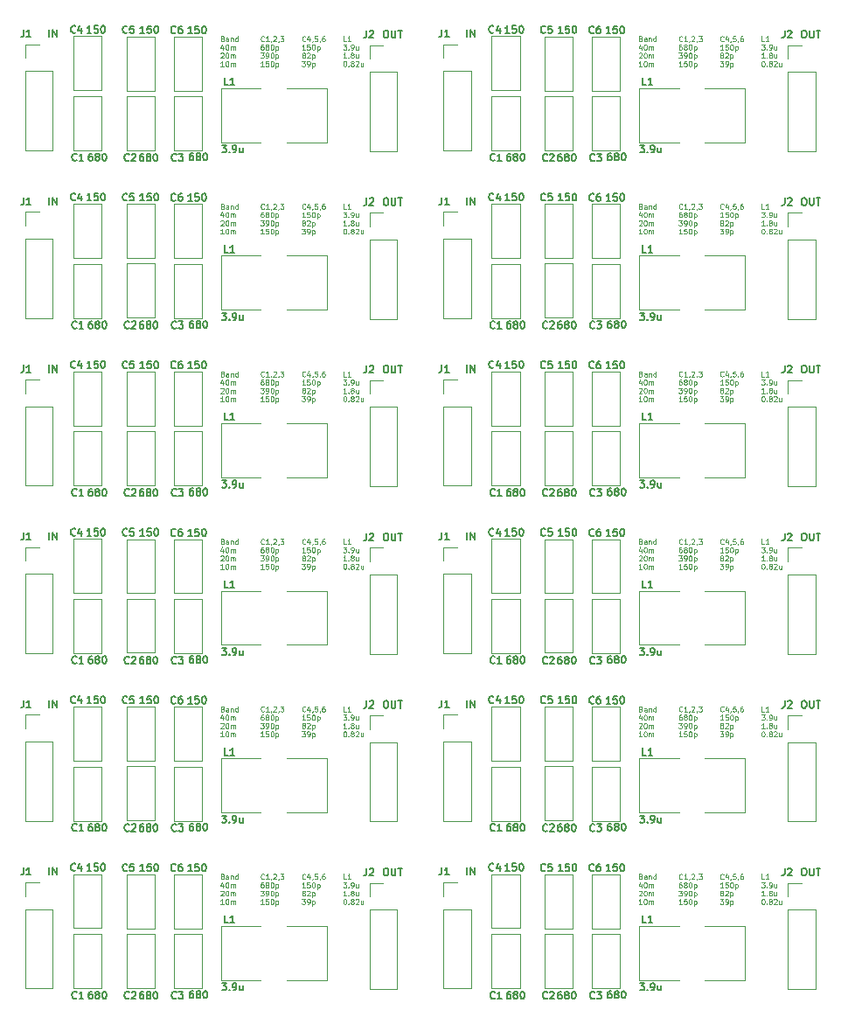
<source format=gbr>
%TF.GenerationSoftware,KiCad,Pcbnew,(6.0.7)*%
%TF.CreationDate,2024-06-12T17:23:34-04:00*%
%TF.ProjectId,DCR BPF V1 (Panel),44435220-4250-4462-9056-31202850616e,rev?*%
%TF.SameCoordinates,Original*%
%TF.FileFunction,Legend,Top*%
%TF.FilePolarity,Positive*%
%FSLAX46Y46*%
G04 Gerber Fmt 4.6, Leading zero omitted, Abs format (unit mm)*
G04 Created by KiCad (PCBNEW (6.0.7)) date 2024-06-12 17:23:34*
%MOMM*%
%LPD*%
G01*
G04 APERTURE LIST*
%ADD10C,0.050000*%
%ADD11C,0.150000*%
%ADD12C,0.120000*%
G04 APERTURE END LIST*
D10*
X62294214Y-72257785D02*
X62365642Y-72281595D01*
X62389452Y-72305404D01*
X62413261Y-72353023D01*
X62413261Y-72424452D01*
X62389452Y-72472071D01*
X62365642Y-72495880D01*
X62318023Y-72519690D01*
X62127547Y-72519690D01*
X62127547Y-72019690D01*
X62294214Y-72019690D01*
X62341833Y-72043500D01*
X62365642Y-72067309D01*
X62389452Y-72114928D01*
X62389452Y-72162547D01*
X62365642Y-72210166D01*
X62341833Y-72233976D01*
X62294214Y-72257785D01*
X62127547Y-72257785D01*
X62841833Y-72519690D02*
X62841833Y-72257785D01*
X62818023Y-72210166D01*
X62770404Y-72186357D01*
X62675166Y-72186357D01*
X62627547Y-72210166D01*
X62841833Y-72495880D02*
X62794214Y-72519690D01*
X62675166Y-72519690D01*
X62627547Y-72495880D01*
X62603738Y-72448261D01*
X62603738Y-72400642D01*
X62627547Y-72353023D01*
X62675166Y-72329214D01*
X62794214Y-72329214D01*
X62841833Y-72305404D01*
X63079928Y-72186357D02*
X63079928Y-72519690D01*
X63079928Y-72233976D02*
X63103738Y-72210166D01*
X63151357Y-72186357D01*
X63222785Y-72186357D01*
X63270404Y-72210166D01*
X63294214Y-72257785D01*
X63294214Y-72519690D01*
X63746595Y-72519690D02*
X63746595Y-72019690D01*
X63746595Y-72495880D02*
X63698976Y-72519690D01*
X63603738Y-72519690D01*
X63556119Y-72495880D01*
X63532309Y-72472071D01*
X63508500Y-72424452D01*
X63508500Y-72281595D01*
X63532309Y-72233976D01*
X63556119Y-72210166D01*
X63603738Y-72186357D01*
X63698976Y-72186357D01*
X63746595Y-72210166D01*
X66294214Y-72472071D02*
X66270404Y-72495880D01*
X66198976Y-72519690D01*
X66151357Y-72519690D01*
X66079928Y-72495880D01*
X66032309Y-72448261D01*
X66008500Y-72400642D01*
X65984690Y-72305404D01*
X65984690Y-72233976D01*
X66008500Y-72138738D01*
X66032309Y-72091119D01*
X66079928Y-72043500D01*
X66151357Y-72019690D01*
X66198976Y-72019690D01*
X66270404Y-72043500D01*
X66294214Y-72067309D01*
X66770404Y-72519690D02*
X66484690Y-72519690D01*
X66627547Y-72519690D02*
X66627547Y-72019690D01*
X66579928Y-72091119D01*
X66532309Y-72138738D01*
X66484690Y-72162547D01*
X67008500Y-72495880D02*
X67008500Y-72519690D01*
X66984690Y-72567309D01*
X66960880Y-72591119D01*
X67198976Y-72067309D02*
X67222785Y-72043500D01*
X67270404Y-72019690D01*
X67389452Y-72019690D01*
X67437071Y-72043500D01*
X67460880Y-72067309D01*
X67484690Y-72114928D01*
X67484690Y-72162547D01*
X67460880Y-72233976D01*
X67175166Y-72519690D01*
X67484690Y-72519690D01*
X67722785Y-72495880D02*
X67722785Y-72519690D01*
X67698976Y-72567309D01*
X67675166Y-72591119D01*
X67889452Y-72019690D02*
X68198976Y-72019690D01*
X68032309Y-72210166D01*
X68103738Y-72210166D01*
X68151357Y-72233976D01*
X68175166Y-72257785D01*
X68198976Y-72305404D01*
X68198976Y-72424452D01*
X68175166Y-72472071D01*
X68151357Y-72495880D01*
X68103738Y-72519690D01*
X67960880Y-72519690D01*
X67913261Y-72495880D01*
X67889452Y-72472071D01*
X70294214Y-72472071D02*
X70270404Y-72495880D01*
X70198976Y-72519690D01*
X70151357Y-72519690D01*
X70079928Y-72495880D01*
X70032309Y-72448261D01*
X70008500Y-72400642D01*
X69984690Y-72305404D01*
X69984690Y-72233976D01*
X70008500Y-72138738D01*
X70032309Y-72091119D01*
X70079928Y-72043500D01*
X70151357Y-72019690D01*
X70198976Y-72019690D01*
X70270404Y-72043500D01*
X70294214Y-72067309D01*
X70722785Y-72186357D02*
X70722785Y-72519690D01*
X70603738Y-71995880D02*
X70484690Y-72353023D01*
X70794214Y-72353023D01*
X71008500Y-72495880D02*
X71008500Y-72519690D01*
X70984690Y-72567309D01*
X70960880Y-72591119D01*
X71460880Y-72019690D02*
X71222785Y-72019690D01*
X71198976Y-72257785D01*
X71222785Y-72233976D01*
X71270404Y-72210166D01*
X71389452Y-72210166D01*
X71437071Y-72233976D01*
X71460880Y-72257785D01*
X71484690Y-72305404D01*
X71484690Y-72424452D01*
X71460880Y-72472071D01*
X71437071Y-72495880D01*
X71389452Y-72519690D01*
X71270404Y-72519690D01*
X71222785Y-72495880D01*
X71198976Y-72472071D01*
X71722785Y-72495880D02*
X71722785Y-72519690D01*
X71698976Y-72567309D01*
X71675166Y-72591119D01*
X72151357Y-72019690D02*
X72056119Y-72019690D01*
X72008500Y-72043500D01*
X71984690Y-72067309D01*
X71937071Y-72138738D01*
X71913261Y-72233976D01*
X71913261Y-72424452D01*
X71937071Y-72472071D01*
X71960880Y-72495880D01*
X72008500Y-72519690D01*
X72103738Y-72519690D01*
X72151357Y-72495880D01*
X72175166Y-72472071D01*
X72198976Y-72424452D01*
X72198976Y-72305404D01*
X72175166Y-72257785D01*
X72151357Y-72233976D01*
X72103738Y-72210166D01*
X72008500Y-72210166D01*
X71960880Y-72233976D01*
X71937071Y-72257785D01*
X71913261Y-72305404D01*
X74246595Y-72519690D02*
X74008500Y-72519690D01*
X74008500Y-72019690D01*
X74675166Y-72519690D02*
X74389452Y-72519690D01*
X74532309Y-72519690D02*
X74532309Y-72019690D01*
X74484690Y-72091119D01*
X74437071Y-72138738D01*
X74389452Y-72162547D01*
X62341833Y-72991357D02*
X62341833Y-73324690D01*
X62222785Y-72800880D02*
X62103738Y-73158023D01*
X62413261Y-73158023D01*
X62698976Y-72824690D02*
X62746595Y-72824690D01*
X62794214Y-72848500D01*
X62818023Y-72872309D01*
X62841833Y-72919928D01*
X62865642Y-73015166D01*
X62865642Y-73134214D01*
X62841833Y-73229452D01*
X62818023Y-73277071D01*
X62794214Y-73300880D01*
X62746595Y-73324690D01*
X62698976Y-73324690D01*
X62651357Y-73300880D01*
X62627547Y-73277071D01*
X62603738Y-73229452D01*
X62579928Y-73134214D01*
X62579928Y-73015166D01*
X62603738Y-72919928D01*
X62627547Y-72872309D01*
X62651357Y-72848500D01*
X62698976Y-72824690D01*
X63079928Y-73324690D02*
X63079928Y-72991357D01*
X63079928Y-73038976D02*
X63103738Y-73015166D01*
X63151357Y-72991357D01*
X63222785Y-72991357D01*
X63270404Y-73015166D01*
X63294214Y-73062785D01*
X63294214Y-73324690D01*
X63294214Y-73062785D02*
X63318023Y-73015166D01*
X63365642Y-72991357D01*
X63437071Y-72991357D01*
X63484690Y-73015166D01*
X63508500Y-73062785D01*
X63508500Y-73324690D01*
X66222785Y-72824690D02*
X66127547Y-72824690D01*
X66079928Y-72848500D01*
X66056119Y-72872309D01*
X66008500Y-72943738D01*
X65984690Y-73038976D01*
X65984690Y-73229452D01*
X66008500Y-73277071D01*
X66032309Y-73300880D01*
X66079928Y-73324690D01*
X66175166Y-73324690D01*
X66222785Y-73300880D01*
X66246595Y-73277071D01*
X66270404Y-73229452D01*
X66270404Y-73110404D01*
X66246595Y-73062785D01*
X66222785Y-73038976D01*
X66175166Y-73015166D01*
X66079928Y-73015166D01*
X66032309Y-73038976D01*
X66008500Y-73062785D01*
X65984690Y-73110404D01*
X66556119Y-73038976D02*
X66508500Y-73015166D01*
X66484690Y-72991357D01*
X66460880Y-72943738D01*
X66460880Y-72919928D01*
X66484690Y-72872309D01*
X66508500Y-72848500D01*
X66556119Y-72824690D01*
X66651357Y-72824690D01*
X66698976Y-72848500D01*
X66722785Y-72872309D01*
X66746595Y-72919928D01*
X66746595Y-72943738D01*
X66722785Y-72991357D01*
X66698976Y-73015166D01*
X66651357Y-73038976D01*
X66556119Y-73038976D01*
X66508500Y-73062785D01*
X66484690Y-73086595D01*
X66460880Y-73134214D01*
X66460880Y-73229452D01*
X66484690Y-73277071D01*
X66508500Y-73300880D01*
X66556119Y-73324690D01*
X66651357Y-73324690D01*
X66698976Y-73300880D01*
X66722785Y-73277071D01*
X66746595Y-73229452D01*
X66746595Y-73134214D01*
X66722785Y-73086595D01*
X66698976Y-73062785D01*
X66651357Y-73038976D01*
X67056119Y-72824690D02*
X67103738Y-72824690D01*
X67151357Y-72848500D01*
X67175166Y-72872309D01*
X67198976Y-72919928D01*
X67222785Y-73015166D01*
X67222785Y-73134214D01*
X67198976Y-73229452D01*
X67175166Y-73277071D01*
X67151357Y-73300880D01*
X67103738Y-73324690D01*
X67056119Y-73324690D01*
X67008500Y-73300880D01*
X66984690Y-73277071D01*
X66960880Y-73229452D01*
X66937071Y-73134214D01*
X66937071Y-73015166D01*
X66960880Y-72919928D01*
X66984690Y-72872309D01*
X67008500Y-72848500D01*
X67056119Y-72824690D01*
X67437071Y-72991357D02*
X67437071Y-73491357D01*
X67437071Y-73015166D02*
X67484690Y-72991357D01*
X67579928Y-72991357D01*
X67627547Y-73015166D01*
X67651357Y-73038976D01*
X67675166Y-73086595D01*
X67675166Y-73229452D01*
X67651357Y-73277071D01*
X67627547Y-73300880D01*
X67579928Y-73324690D01*
X67484690Y-73324690D01*
X67437071Y-73300880D01*
X70270404Y-73324690D02*
X69984690Y-73324690D01*
X70127547Y-73324690D02*
X70127547Y-72824690D01*
X70079928Y-72896119D01*
X70032309Y-72943738D01*
X69984690Y-72967547D01*
X70722785Y-72824690D02*
X70484690Y-72824690D01*
X70460880Y-73062785D01*
X70484690Y-73038976D01*
X70532309Y-73015166D01*
X70651357Y-73015166D01*
X70698976Y-73038976D01*
X70722785Y-73062785D01*
X70746595Y-73110404D01*
X70746595Y-73229452D01*
X70722785Y-73277071D01*
X70698976Y-73300880D01*
X70651357Y-73324690D01*
X70532309Y-73324690D01*
X70484690Y-73300880D01*
X70460880Y-73277071D01*
X71056119Y-72824690D02*
X71103738Y-72824690D01*
X71151357Y-72848500D01*
X71175166Y-72872309D01*
X71198976Y-72919928D01*
X71222785Y-73015166D01*
X71222785Y-73134214D01*
X71198976Y-73229452D01*
X71175166Y-73277071D01*
X71151357Y-73300880D01*
X71103738Y-73324690D01*
X71056119Y-73324690D01*
X71008500Y-73300880D01*
X70984690Y-73277071D01*
X70960880Y-73229452D01*
X70937071Y-73134214D01*
X70937071Y-73015166D01*
X70960880Y-72919928D01*
X70984690Y-72872309D01*
X71008500Y-72848500D01*
X71056119Y-72824690D01*
X71437071Y-72991357D02*
X71437071Y-73491357D01*
X71437071Y-73015166D02*
X71484690Y-72991357D01*
X71579928Y-72991357D01*
X71627547Y-73015166D01*
X71651357Y-73038976D01*
X71675166Y-73086595D01*
X71675166Y-73229452D01*
X71651357Y-73277071D01*
X71627547Y-73300880D01*
X71579928Y-73324690D01*
X71484690Y-73324690D01*
X71437071Y-73300880D01*
X73960880Y-72824690D02*
X74270404Y-72824690D01*
X74103738Y-73015166D01*
X74175166Y-73015166D01*
X74222785Y-73038976D01*
X74246595Y-73062785D01*
X74270404Y-73110404D01*
X74270404Y-73229452D01*
X74246595Y-73277071D01*
X74222785Y-73300880D01*
X74175166Y-73324690D01*
X74032309Y-73324690D01*
X73984690Y-73300880D01*
X73960880Y-73277071D01*
X74484690Y-73277071D02*
X74508500Y-73300880D01*
X74484690Y-73324690D01*
X74460880Y-73300880D01*
X74484690Y-73277071D01*
X74484690Y-73324690D01*
X74746595Y-73324690D02*
X74841833Y-73324690D01*
X74889452Y-73300880D01*
X74913261Y-73277071D01*
X74960880Y-73205642D01*
X74984690Y-73110404D01*
X74984690Y-72919928D01*
X74960880Y-72872309D01*
X74937071Y-72848500D01*
X74889452Y-72824690D01*
X74794214Y-72824690D01*
X74746595Y-72848500D01*
X74722785Y-72872309D01*
X74698976Y-72919928D01*
X74698976Y-73038976D01*
X74722785Y-73086595D01*
X74746595Y-73110404D01*
X74794214Y-73134214D01*
X74889452Y-73134214D01*
X74937071Y-73110404D01*
X74960880Y-73086595D01*
X74984690Y-73038976D01*
X75413261Y-72991357D02*
X75413261Y-73324690D01*
X75198976Y-72991357D02*
X75198976Y-73253261D01*
X75222785Y-73300880D01*
X75270404Y-73324690D01*
X75341833Y-73324690D01*
X75389452Y-73300880D01*
X75413261Y-73277071D01*
X62103738Y-73677309D02*
X62127547Y-73653500D01*
X62175166Y-73629690D01*
X62294214Y-73629690D01*
X62341833Y-73653500D01*
X62365642Y-73677309D01*
X62389452Y-73724928D01*
X62389452Y-73772547D01*
X62365642Y-73843976D01*
X62079928Y-74129690D01*
X62389452Y-74129690D01*
X62698976Y-73629690D02*
X62746595Y-73629690D01*
X62794214Y-73653500D01*
X62818023Y-73677309D01*
X62841833Y-73724928D01*
X62865642Y-73820166D01*
X62865642Y-73939214D01*
X62841833Y-74034452D01*
X62818023Y-74082071D01*
X62794214Y-74105880D01*
X62746595Y-74129690D01*
X62698976Y-74129690D01*
X62651357Y-74105880D01*
X62627547Y-74082071D01*
X62603738Y-74034452D01*
X62579928Y-73939214D01*
X62579928Y-73820166D01*
X62603738Y-73724928D01*
X62627547Y-73677309D01*
X62651357Y-73653500D01*
X62698976Y-73629690D01*
X63079928Y-74129690D02*
X63079928Y-73796357D01*
X63079928Y-73843976D02*
X63103738Y-73820166D01*
X63151357Y-73796357D01*
X63222785Y-73796357D01*
X63270404Y-73820166D01*
X63294214Y-73867785D01*
X63294214Y-74129690D01*
X63294214Y-73867785D02*
X63318023Y-73820166D01*
X63365642Y-73796357D01*
X63437071Y-73796357D01*
X63484690Y-73820166D01*
X63508500Y-73867785D01*
X63508500Y-74129690D01*
X65960880Y-73629690D02*
X66270404Y-73629690D01*
X66103738Y-73820166D01*
X66175166Y-73820166D01*
X66222785Y-73843976D01*
X66246595Y-73867785D01*
X66270404Y-73915404D01*
X66270404Y-74034452D01*
X66246595Y-74082071D01*
X66222785Y-74105880D01*
X66175166Y-74129690D01*
X66032309Y-74129690D01*
X65984690Y-74105880D01*
X65960880Y-74082071D01*
X66508500Y-74129690D02*
X66603738Y-74129690D01*
X66651357Y-74105880D01*
X66675166Y-74082071D01*
X66722785Y-74010642D01*
X66746595Y-73915404D01*
X66746595Y-73724928D01*
X66722785Y-73677309D01*
X66698976Y-73653500D01*
X66651357Y-73629690D01*
X66556119Y-73629690D01*
X66508500Y-73653500D01*
X66484690Y-73677309D01*
X66460880Y-73724928D01*
X66460880Y-73843976D01*
X66484690Y-73891595D01*
X66508500Y-73915404D01*
X66556119Y-73939214D01*
X66651357Y-73939214D01*
X66698976Y-73915404D01*
X66722785Y-73891595D01*
X66746595Y-73843976D01*
X67056119Y-73629690D02*
X67103738Y-73629690D01*
X67151357Y-73653500D01*
X67175166Y-73677309D01*
X67198976Y-73724928D01*
X67222785Y-73820166D01*
X67222785Y-73939214D01*
X67198976Y-74034452D01*
X67175166Y-74082071D01*
X67151357Y-74105880D01*
X67103738Y-74129690D01*
X67056119Y-74129690D01*
X67008500Y-74105880D01*
X66984690Y-74082071D01*
X66960880Y-74034452D01*
X66937071Y-73939214D01*
X66937071Y-73820166D01*
X66960880Y-73724928D01*
X66984690Y-73677309D01*
X67008500Y-73653500D01*
X67056119Y-73629690D01*
X67437071Y-73796357D02*
X67437071Y-74296357D01*
X67437071Y-73820166D02*
X67484690Y-73796357D01*
X67579928Y-73796357D01*
X67627547Y-73820166D01*
X67651357Y-73843976D01*
X67675166Y-73891595D01*
X67675166Y-74034452D01*
X67651357Y-74082071D01*
X67627547Y-74105880D01*
X67579928Y-74129690D01*
X67484690Y-74129690D01*
X67437071Y-74105880D01*
X70079928Y-73843976D02*
X70032309Y-73820166D01*
X70008500Y-73796357D01*
X69984690Y-73748738D01*
X69984690Y-73724928D01*
X70008500Y-73677309D01*
X70032309Y-73653500D01*
X70079928Y-73629690D01*
X70175166Y-73629690D01*
X70222785Y-73653500D01*
X70246595Y-73677309D01*
X70270404Y-73724928D01*
X70270404Y-73748738D01*
X70246595Y-73796357D01*
X70222785Y-73820166D01*
X70175166Y-73843976D01*
X70079928Y-73843976D01*
X70032309Y-73867785D01*
X70008500Y-73891595D01*
X69984690Y-73939214D01*
X69984690Y-74034452D01*
X70008500Y-74082071D01*
X70032309Y-74105880D01*
X70079928Y-74129690D01*
X70175166Y-74129690D01*
X70222785Y-74105880D01*
X70246595Y-74082071D01*
X70270404Y-74034452D01*
X70270404Y-73939214D01*
X70246595Y-73891595D01*
X70222785Y-73867785D01*
X70175166Y-73843976D01*
X70460880Y-73677309D02*
X70484690Y-73653500D01*
X70532309Y-73629690D01*
X70651357Y-73629690D01*
X70698976Y-73653500D01*
X70722785Y-73677309D01*
X70746595Y-73724928D01*
X70746595Y-73772547D01*
X70722785Y-73843976D01*
X70437071Y-74129690D01*
X70746595Y-74129690D01*
X70960880Y-73796357D02*
X70960880Y-74296357D01*
X70960880Y-73820166D02*
X71008500Y-73796357D01*
X71103738Y-73796357D01*
X71151357Y-73820166D01*
X71175166Y-73843976D01*
X71198976Y-73891595D01*
X71198976Y-74034452D01*
X71175166Y-74082071D01*
X71151357Y-74105880D01*
X71103738Y-74129690D01*
X71008500Y-74129690D01*
X70960880Y-74105880D01*
X74270404Y-74129690D02*
X73984690Y-74129690D01*
X74127547Y-74129690D02*
X74127547Y-73629690D01*
X74079928Y-73701119D01*
X74032309Y-73748738D01*
X73984690Y-73772547D01*
X74484690Y-74082071D02*
X74508500Y-74105880D01*
X74484690Y-74129690D01*
X74460880Y-74105880D01*
X74484690Y-74082071D01*
X74484690Y-74129690D01*
X74794214Y-73843976D02*
X74746595Y-73820166D01*
X74722785Y-73796357D01*
X74698976Y-73748738D01*
X74698976Y-73724928D01*
X74722785Y-73677309D01*
X74746595Y-73653500D01*
X74794214Y-73629690D01*
X74889452Y-73629690D01*
X74937071Y-73653500D01*
X74960880Y-73677309D01*
X74984690Y-73724928D01*
X74984690Y-73748738D01*
X74960880Y-73796357D01*
X74937071Y-73820166D01*
X74889452Y-73843976D01*
X74794214Y-73843976D01*
X74746595Y-73867785D01*
X74722785Y-73891595D01*
X74698976Y-73939214D01*
X74698976Y-74034452D01*
X74722785Y-74082071D01*
X74746595Y-74105880D01*
X74794214Y-74129690D01*
X74889452Y-74129690D01*
X74937071Y-74105880D01*
X74960880Y-74082071D01*
X74984690Y-74034452D01*
X74984690Y-73939214D01*
X74960880Y-73891595D01*
X74937071Y-73867785D01*
X74889452Y-73843976D01*
X75413261Y-73796357D02*
X75413261Y-74129690D01*
X75198976Y-73796357D02*
X75198976Y-74058261D01*
X75222785Y-74105880D01*
X75270404Y-74129690D01*
X75341833Y-74129690D01*
X75389452Y-74105880D01*
X75413261Y-74082071D01*
X62389452Y-74934690D02*
X62103738Y-74934690D01*
X62246595Y-74934690D02*
X62246595Y-74434690D01*
X62198976Y-74506119D01*
X62151357Y-74553738D01*
X62103738Y-74577547D01*
X62698976Y-74434690D02*
X62746595Y-74434690D01*
X62794214Y-74458500D01*
X62818023Y-74482309D01*
X62841833Y-74529928D01*
X62865642Y-74625166D01*
X62865642Y-74744214D01*
X62841833Y-74839452D01*
X62818023Y-74887071D01*
X62794214Y-74910880D01*
X62746595Y-74934690D01*
X62698976Y-74934690D01*
X62651357Y-74910880D01*
X62627547Y-74887071D01*
X62603738Y-74839452D01*
X62579928Y-74744214D01*
X62579928Y-74625166D01*
X62603738Y-74529928D01*
X62627547Y-74482309D01*
X62651357Y-74458500D01*
X62698976Y-74434690D01*
X63079928Y-74934690D02*
X63079928Y-74601357D01*
X63079928Y-74648976D02*
X63103738Y-74625166D01*
X63151357Y-74601357D01*
X63222785Y-74601357D01*
X63270404Y-74625166D01*
X63294214Y-74672785D01*
X63294214Y-74934690D01*
X63294214Y-74672785D02*
X63318023Y-74625166D01*
X63365642Y-74601357D01*
X63437071Y-74601357D01*
X63484690Y-74625166D01*
X63508500Y-74672785D01*
X63508500Y-74934690D01*
X66270404Y-74934690D02*
X65984690Y-74934690D01*
X66127547Y-74934690D02*
X66127547Y-74434690D01*
X66079928Y-74506119D01*
X66032309Y-74553738D01*
X65984690Y-74577547D01*
X66722785Y-74434690D02*
X66484690Y-74434690D01*
X66460880Y-74672785D01*
X66484690Y-74648976D01*
X66532309Y-74625166D01*
X66651357Y-74625166D01*
X66698976Y-74648976D01*
X66722785Y-74672785D01*
X66746595Y-74720404D01*
X66746595Y-74839452D01*
X66722785Y-74887071D01*
X66698976Y-74910880D01*
X66651357Y-74934690D01*
X66532309Y-74934690D01*
X66484690Y-74910880D01*
X66460880Y-74887071D01*
X67056119Y-74434690D02*
X67103738Y-74434690D01*
X67151357Y-74458500D01*
X67175166Y-74482309D01*
X67198976Y-74529928D01*
X67222785Y-74625166D01*
X67222785Y-74744214D01*
X67198976Y-74839452D01*
X67175166Y-74887071D01*
X67151357Y-74910880D01*
X67103738Y-74934690D01*
X67056119Y-74934690D01*
X67008500Y-74910880D01*
X66984690Y-74887071D01*
X66960880Y-74839452D01*
X66937071Y-74744214D01*
X66937071Y-74625166D01*
X66960880Y-74529928D01*
X66984690Y-74482309D01*
X67008500Y-74458500D01*
X67056119Y-74434690D01*
X67437071Y-74601357D02*
X67437071Y-75101357D01*
X67437071Y-74625166D02*
X67484690Y-74601357D01*
X67579928Y-74601357D01*
X67627547Y-74625166D01*
X67651357Y-74648976D01*
X67675166Y-74696595D01*
X67675166Y-74839452D01*
X67651357Y-74887071D01*
X67627547Y-74910880D01*
X67579928Y-74934690D01*
X67484690Y-74934690D01*
X67437071Y-74910880D01*
X69960880Y-74434690D02*
X70270404Y-74434690D01*
X70103738Y-74625166D01*
X70175166Y-74625166D01*
X70222785Y-74648976D01*
X70246595Y-74672785D01*
X70270404Y-74720404D01*
X70270404Y-74839452D01*
X70246595Y-74887071D01*
X70222785Y-74910880D01*
X70175166Y-74934690D01*
X70032309Y-74934690D01*
X69984690Y-74910880D01*
X69960880Y-74887071D01*
X70508500Y-74934690D02*
X70603738Y-74934690D01*
X70651357Y-74910880D01*
X70675166Y-74887071D01*
X70722785Y-74815642D01*
X70746595Y-74720404D01*
X70746595Y-74529928D01*
X70722785Y-74482309D01*
X70698976Y-74458500D01*
X70651357Y-74434690D01*
X70556119Y-74434690D01*
X70508500Y-74458500D01*
X70484690Y-74482309D01*
X70460880Y-74529928D01*
X70460880Y-74648976D01*
X70484690Y-74696595D01*
X70508500Y-74720404D01*
X70556119Y-74744214D01*
X70651357Y-74744214D01*
X70698976Y-74720404D01*
X70722785Y-74696595D01*
X70746595Y-74648976D01*
X70960880Y-74601357D02*
X70960880Y-75101357D01*
X70960880Y-74625166D02*
X71008500Y-74601357D01*
X71103738Y-74601357D01*
X71151357Y-74625166D01*
X71175166Y-74648976D01*
X71198976Y-74696595D01*
X71198976Y-74839452D01*
X71175166Y-74887071D01*
X71151357Y-74910880D01*
X71103738Y-74934690D01*
X71008500Y-74934690D01*
X70960880Y-74910880D01*
X74103738Y-74434690D02*
X74151357Y-74434690D01*
X74198976Y-74458500D01*
X74222785Y-74482309D01*
X74246595Y-74529928D01*
X74270404Y-74625166D01*
X74270404Y-74744214D01*
X74246595Y-74839452D01*
X74222785Y-74887071D01*
X74198976Y-74910880D01*
X74151357Y-74934690D01*
X74103738Y-74934690D01*
X74056119Y-74910880D01*
X74032309Y-74887071D01*
X74008500Y-74839452D01*
X73984690Y-74744214D01*
X73984690Y-74625166D01*
X74008500Y-74529928D01*
X74032309Y-74482309D01*
X74056119Y-74458500D01*
X74103738Y-74434690D01*
X74484690Y-74887071D02*
X74508500Y-74910880D01*
X74484690Y-74934690D01*
X74460880Y-74910880D01*
X74484690Y-74887071D01*
X74484690Y-74934690D01*
X74794214Y-74648976D02*
X74746595Y-74625166D01*
X74722785Y-74601357D01*
X74698976Y-74553738D01*
X74698976Y-74529928D01*
X74722785Y-74482309D01*
X74746595Y-74458500D01*
X74794214Y-74434690D01*
X74889452Y-74434690D01*
X74937071Y-74458500D01*
X74960880Y-74482309D01*
X74984690Y-74529928D01*
X74984690Y-74553738D01*
X74960880Y-74601357D01*
X74937071Y-74625166D01*
X74889452Y-74648976D01*
X74794214Y-74648976D01*
X74746595Y-74672785D01*
X74722785Y-74696595D01*
X74698976Y-74744214D01*
X74698976Y-74839452D01*
X74722785Y-74887071D01*
X74746595Y-74910880D01*
X74794214Y-74934690D01*
X74889452Y-74934690D01*
X74937071Y-74910880D01*
X74960880Y-74887071D01*
X74984690Y-74839452D01*
X74984690Y-74744214D01*
X74960880Y-74696595D01*
X74937071Y-74672785D01*
X74889452Y-74648976D01*
X75175166Y-74482309D02*
X75198976Y-74458500D01*
X75246595Y-74434690D01*
X75365642Y-74434690D01*
X75413261Y-74458500D01*
X75437071Y-74482309D01*
X75460880Y-74529928D01*
X75460880Y-74577547D01*
X75437071Y-74648976D01*
X75151357Y-74934690D01*
X75460880Y-74934690D01*
X75889452Y-74601357D02*
X75889452Y-74934690D01*
X75675166Y-74601357D02*
X75675166Y-74863261D01*
X75698976Y-74910880D01*
X75746595Y-74934690D01*
X75818023Y-74934690D01*
X75865642Y-74910880D01*
X75889452Y-74887071D01*
X62294214Y-104705785D02*
X62365642Y-104729595D01*
X62389452Y-104753404D01*
X62413261Y-104801023D01*
X62413261Y-104872452D01*
X62389452Y-104920071D01*
X62365642Y-104943880D01*
X62318023Y-104967690D01*
X62127547Y-104967690D01*
X62127547Y-104467690D01*
X62294214Y-104467690D01*
X62341833Y-104491500D01*
X62365642Y-104515309D01*
X62389452Y-104562928D01*
X62389452Y-104610547D01*
X62365642Y-104658166D01*
X62341833Y-104681976D01*
X62294214Y-104705785D01*
X62127547Y-104705785D01*
X62841833Y-104967690D02*
X62841833Y-104705785D01*
X62818023Y-104658166D01*
X62770404Y-104634357D01*
X62675166Y-104634357D01*
X62627547Y-104658166D01*
X62841833Y-104943880D02*
X62794214Y-104967690D01*
X62675166Y-104967690D01*
X62627547Y-104943880D01*
X62603738Y-104896261D01*
X62603738Y-104848642D01*
X62627547Y-104801023D01*
X62675166Y-104777214D01*
X62794214Y-104777214D01*
X62841833Y-104753404D01*
X63079928Y-104634357D02*
X63079928Y-104967690D01*
X63079928Y-104681976D02*
X63103738Y-104658166D01*
X63151357Y-104634357D01*
X63222785Y-104634357D01*
X63270404Y-104658166D01*
X63294214Y-104705785D01*
X63294214Y-104967690D01*
X63746595Y-104967690D02*
X63746595Y-104467690D01*
X63746595Y-104943880D02*
X63698976Y-104967690D01*
X63603738Y-104967690D01*
X63556119Y-104943880D01*
X63532309Y-104920071D01*
X63508500Y-104872452D01*
X63508500Y-104729595D01*
X63532309Y-104681976D01*
X63556119Y-104658166D01*
X63603738Y-104634357D01*
X63698976Y-104634357D01*
X63746595Y-104658166D01*
X66294214Y-104920071D02*
X66270404Y-104943880D01*
X66198976Y-104967690D01*
X66151357Y-104967690D01*
X66079928Y-104943880D01*
X66032309Y-104896261D01*
X66008500Y-104848642D01*
X65984690Y-104753404D01*
X65984690Y-104681976D01*
X66008500Y-104586738D01*
X66032309Y-104539119D01*
X66079928Y-104491500D01*
X66151357Y-104467690D01*
X66198976Y-104467690D01*
X66270404Y-104491500D01*
X66294214Y-104515309D01*
X66770404Y-104967690D02*
X66484690Y-104967690D01*
X66627547Y-104967690D02*
X66627547Y-104467690D01*
X66579928Y-104539119D01*
X66532309Y-104586738D01*
X66484690Y-104610547D01*
X67008500Y-104943880D02*
X67008500Y-104967690D01*
X66984690Y-105015309D01*
X66960880Y-105039119D01*
X67198976Y-104515309D02*
X67222785Y-104491500D01*
X67270404Y-104467690D01*
X67389452Y-104467690D01*
X67437071Y-104491500D01*
X67460880Y-104515309D01*
X67484690Y-104562928D01*
X67484690Y-104610547D01*
X67460880Y-104681976D01*
X67175166Y-104967690D01*
X67484690Y-104967690D01*
X67722785Y-104943880D02*
X67722785Y-104967690D01*
X67698976Y-105015309D01*
X67675166Y-105039119D01*
X67889452Y-104467690D02*
X68198976Y-104467690D01*
X68032309Y-104658166D01*
X68103738Y-104658166D01*
X68151357Y-104681976D01*
X68175166Y-104705785D01*
X68198976Y-104753404D01*
X68198976Y-104872452D01*
X68175166Y-104920071D01*
X68151357Y-104943880D01*
X68103738Y-104967690D01*
X67960880Y-104967690D01*
X67913261Y-104943880D01*
X67889452Y-104920071D01*
X70294214Y-104920071D02*
X70270404Y-104943880D01*
X70198976Y-104967690D01*
X70151357Y-104967690D01*
X70079928Y-104943880D01*
X70032309Y-104896261D01*
X70008500Y-104848642D01*
X69984690Y-104753404D01*
X69984690Y-104681976D01*
X70008500Y-104586738D01*
X70032309Y-104539119D01*
X70079928Y-104491500D01*
X70151357Y-104467690D01*
X70198976Y-104467690D01*
X70270404Y-104491500D01*
X70294214Y-104515309D01*
X70722785Y-104634357D02*
X70722785Y-104967690D01*
X70603738Y-104443880D02*
X70484690Y-104801023D01*
X70794214Y-104801023D01*
X71008500Y-104943880D02*
X71008500Y-104967690D01*
X70984690Y-105015309D01*
X70960880Y-105039119D01*
X71460880Y-104467690D02*
X71222785Y-104467690D01*
X71198976Y-104705785D01*
X71222785Y-104681976D01*
X71270404Y-104658166D01*
X71389452Y-104658166D01*
X71437071Y-104681976D01*
X71460880Y-104705785D01*
X71484690Y-104753404D01*
X71484690Y-104872452D01*
X71460880Y-104920071D01*
X71437071Y-104943880D01*
X71389452Y-104967690D01*
X71270404Y-104967690D01*
X71222785Y-104943880D01*
X71198976Y-104920071D01*
X71722785Y-104943880D02*
X71722785Y-104967690D01*
X71698976Y-105015309D01*
X71675166Y-105039119D01*
X72151357Y-104467690D02*
X72056119Y-104467690D01*
X72008500Y-104491500D01*
X71984690Y-104515309D01*
X71937071Y-104586738D01*
X71913261Y-104681976D01*
X71913261Y-104872452D01*
X71937071Y-104920071D01*
X71960880Y-104943880D01*
X72008500Y-104967690D01*
X72103738Y-104967690D01*
X72151357Y-104943880D01*
X72175166Y-104920071D01*
X72198976Y-104872452D01*
X72198976Y-104753404D01*
X72175166Y-104705785D01*
X72151357Y-104681976D01*
X72103738Y-104658166D01*
X72008500Y-104658166D01*
X71960880Y-104681976D01*
X71937071Y-104705785D01*
X71913261Y-104753404D01*
X74246595Y-104967690D02*
X74008500Y-104967690D01*
X74008500Y-104467690D01*
X74675166Y-104967690D02*
X74389452Y-104967690D01*
X74532309Y-104967690D02*
X74532309Y-104467690D01*
X74484690Y-104539119D01*
X74437071Y-104586738D01*
X74389452Y-104610547D01*
X62341833Y-105439357D02*
X62341833Y-105772690D01*
X62222785Y-105248880D02*
X62103738Y-105606023D01*
X62413261Y-105606023D01*
X62698976Y-105272690D02*
X62746595Y-105272690D01*
X62794214Y-105296500D01*
X62818023Y-105320309D01*
X62841833Y-105367928D01*
X62865642Y-105463166D01*
X62865642Y-105582214D01*
X62841833Y-105677452D01*
X62818023Y-105725071D01*
X62794214Y-105748880D01*
X62746595Y-105772690D01*
X62698976Y-105772690D01*
X62651357Y-105748880D01*
X62627547Y-105725071D01*
X62603738Y-105677452D01*
X62579928Y-105582214D01*
X62579928Y-105463166D01*
X62603738Y-105367928D01*
X62627547Y-105320309D01*
X62651357Y-105296500D01*
X62698976Y-105272690D01*
X63079928Y-105772690D02*
X63079928Y-105439357D01*
X63079928Y-105486976D02*
X63103738Y-105463166D01*
X63151357Y-105439357D01*
X63222785Y-105439357D01*
X63270404Y-105463166D01*
X63294214Y-105510785D01*
X63294214Y-105772690D01*
X63294214Y-105510785D02*
X63318023Y-105463166D01*
X63365642Y-105439357D01*
X63437071Y-105439357D01*
X63484690Y-105463166D01*
X63508500Y-105510785D01*
X63508500Y-105772690D01*
X66222785Y-105272690D02*
X66127547Y-105272690D01*
X66079928Y-105296500D01*
X66056119Y-105320309D01*
X66008500Y-105391738D01*
X65984690Y-105486976D01*
X65984690Y-105677452D01*
X66008500Y-105725071D01*
X66032309Y-105748880D01*
X66079928Y-105772690D01*
X66175166Y-105772690D01*
X66222785Y-105748880D01*
X66246595Y-105725071D01*
X66270404Y-105677452D01*
X66270404Y-105558404D01*
X66246595Y-105510785D01*
X66222785Y-105486976D01*
X66175166Y-105463166D01*
X66079928Y-105463166D01*
X66032309Y-105486976D01*
X66008500Y-105510785D01*
X65984690Y-105558404D01*
X66556119Y-105486976D02*
X66508500Y-105463166D01*
X66484690Y-105439357D01*
X66460880Y-105391738D01*
X66460880Y-105367928D01*
X66484690Y-105320309D01*
X66508500Y-105296500D01*
X66556119Y-105272690D01*
X66651357Y-105272690D01*
X66698976Y-105296500D01*
X66722785Y-105320309D01*
X66746595Y-105367928D01*
X66746595Y-105391738D01*
X66722785Y-105439357D01*
X66698976Y-105463166D01*
X66651357Y-105486976D01*
X66556119Y-105486976D01*
X66508500Y-105510785D01*
X66484690Y-105534595D01*
X66460880Y-105582214D01*
X66460880Y-105677452D01*
X66484690Y-105725071D01*
X66508500Y-105748880D01*
X66556119Y-105772690D01*
X66651357Y-105772690D01*
X66698976Y-105748880D01*
X66722785Y-105725071D01*
X66746595Y-105677452D01*
X66746595Y-105582214D01*
X66722785Y-105534595D01*
X66698976Y-105510785D01*
X66651357Y-105486976D01*
X67056119Y-105272690D02*
X67103738Y-105272690D01*
X67151357Y-105296500D01*
X67175166Y-105320309D01*
X67198976Y-105367928D01*
X67222785Y-105463166D01*
X67222785Y-105582214D01*
X67198976Y-105677452D01*
X67175166Y-105725071D01*
X67151357Y-105748880D01*
X67103738Y-105772690D01*
X67056119Y-105772690D01*
X67008500Y-105748880D01*
X66984690Y-105725071D01*
X66960880Y-105677452D01*
X66937071Y-105582214D01*
X66937071Y-105463166D01*
X66960880Y-105367928D01*
X66984690Y-105320309D01*
X67008500Y-105296500D01*
X67056119Y-105272690D01*
X67437071Y-105439357D02*
X67437071Y-105939357D01*
X67437071Y-105463166D02*
X67484690Y-105439357D01*
X67579928Y-105439357D01*
X67627547Y-105463166D01*
X67651357Y-105486976D01*
X67675166Y-105534595D01*
X67675166Y-105677452D01*
X67651357Y-105725071D01*
X67627547Y-105748880D01*
X67579928Y-105772690D01*
X67484690Y-105772690D01*
X67437071Y-105748880D01*
X70270404Y-105772690D02*
X69984690Y-105772690D01*
X70127547Y-105772690D02*
X70127547Y-105272690D01*
X70079928Y-105344119D01*
X70032309Y-105391738D01*
X69984690Y-105415547D01*
X70722785Y-105272690D02*
X70484690Y-105272690D01*
X70460880Y-105510785D01*
X70484690Y-105486976D01*
X70532309Y-105463166D01*
X70651357Y-105463166D01*
X70698976Y-105486976D01*
X70722785Y-105510785D01*
X70746595Y-105558404D01*
X70746595Y-105677452D01*
X70722785Y-105725071D01*
X70698976Y-105748880D01*
X70651357Y-105772690D01*
X70532309Y-105772690D01*
X70484690Y-105748880D01*
X70460880Y-105725071D01*
X71056119Y-105272690D02*
X71103738Y-105272690D01*
X71151357Y-105296500D01*
X71175166Y-105320309D01*
X71198976Y-105367928D01*
X71222785Y-105463166D01*
X71222785Y-105582214D01*
X71198976Y-105677452D01*
X71175166Y-105725071D01*
X71151357Y-105748880D01*
X71103738Y-105772690D01*
X71056119Y-105772690D01*
X71008500Y-105748880D01*
X70984690Y-105725071D01*
X70960880Y-105677452D01*
X70937071Y-105582214D01*
X70937071Y-105463166D01*
X70960880Y-105367928D01*
X70984690Y-105320309D01*
X71008500Y-105296500D01*
X71056119Y-105272690D01*
X71437071Y-105439357D02*
X71437071Y-105939357D01*
X71437071Y-105463166D02*
X71484690Y-105439357D01*
X71579928Y-105439357D01*
X71627547Y-105463166D01*
X71651357Y-105486976D01*
X71675166Y-105534595D01*
X71675166Y-105677452D01*
X71651357Y-105725071D01*
X71627547Y-105748880D01*
X71579928Y-105772690D01*
X71484690Y-105772690D01*
X71437071Y-105748880D01*
X73960880Y-105272690D02*
X74270404Y-105272690D01*
X74103738Y-105463166D01*
X74175166Y-105463166D01*
X74222785Y-105486976D01*
X74246595Y-105510785D01*
X74270404Y-105558404D01*
X74270404Y-105677452D01*
X74246595Y-105725071D01*
X74222785Y-105748880D01*
X74175166Y-105772690D01*
X74032309Y-105772690D01*
X73984690Y-105748880D01*
X73960880Y-105725071D01*
X74484690Y-105725071D02*
X74508500Y-105748880D01*
X74484690Y-105772690D01*
X74460880Y-105748880D01*
X74484690Y-105725071D01*
X74484690Y-105772690D01*
X74746595Y-105772690D02*
X74841833Y-105772690D01*
X74889452Y-105748880D01*
X74913261Y-105725071D01*
X74960880Y-105653642D01*
X74984690Y-105558404D01*
X74984690Y-105367928D01*
X74960880Y-105320309D01*
X74937071Y-105296500D01*
X74889452Y-105272690D01*
X74794214Y-105272690D01*
X74746595Y-105296500D01*
X74722785Y-105320309D01*
X74698976Y-105367928D01*
X74698976Y-105486976D01*
X74722785Y-105534595D01*
X74746595Y-105558404D01*
X74794214Y-105582214D01*
X74889452Y-105582214D01*
X74937071Y-105558404D01*
X74960880Y-105534595D01*
X74984690Y-105486976D01*
X75413261Y-105439357D02*
X75413261Y-105772690D01*
X75198976Y-105439357D02*
X75198976Y-105701261D01*
X75222785Y-105748880D01*
X75270404Y-105772690D01*
X75341833Y-105772690D01*
X75389452Y-105748880D01*
X75413261Y-105725071D01*
X62103738Y-106125309D02*
X62127547Y-106101500D01*
X62175166Y-106077690D01*
X62294214Y-106077690D01*
X62341833Y-106101500D01*
X62365642Y-106125309D01*
X62389452Y-106172928D01*
X62389452Y-106220547D01*
X62365642Y-106291976D01*
X62079928Y-106577690D01*
X62389452Y-106577690D01*
X62698976Y-106077690D02*
X62746595Y-106077690D01*
X62794214Y-106101500D01*
X62818023Y-106125309D01*
X62841833Y-106172928D01*
X62865642Y-106268166D01*
X62865642Y-106387214D01*
X62841833Y-106482452D01*
X62818023Y-106530071D01*
X62794214Y-106553880D01*
X62746595Y-106577690D01*
X62698976Y-106577690D01*
X62651357Y-106553880D01*
X62627547Y-106530071D01*
X62603738Y-106482452D01*
X62579928Y-106387214D01*
X62579928Y-106268166D01*
X62603738Y-106172928D01*
X62627547Y-106125309D01*
X62651357Y-106101500D01*
X62698976Y-106077690D01*
X63079928Y-106577690D02*
X63079928Y-106244357D01*
X63079928Y-106291976D02*
X63103738Y-106268166D01*
X63151357Y-106244357D01*
X63222785Y-106244357D01*
X63270404Y-106268166D01*
X63294214Y-106315785D01*
X63294214Y-106577690D01*
X63294214Y-106315785D02*
X63318023Y-106268166D01*
X63365642Y-106244357D01*
X63437071Y-106244357D01*
X63484690Y-106268166D01*
X63508500Y-106315785D01*
X63508500Y-106577690D01*
X65960880Y-106077690D02*
X66270404Y-106077690D01*
X66103738Y-106268166D01*
X66175166Y-106268166D01*
X66222785Y-106291976D01*
X66246595Y-106315785D01*
X66270404Y-106363404D01*
X66270404Y-106482452D01*
X66246595Y-106530071D01*
X66222785Y-106553880D01*
X66175166Y-106577690D01*
X66032309Y-106577690D01*
X65984690Y-106553880D01*
X65960880Y-106530071D01*
X66508500Y-106577690D02*
X66603738Y-106577690D01*
X66651357Y-106553880D01*
X66675166Y-106530071D01*
X66722785Y-106458642D01*
X66746595Y-106363404D01*
X66746595Y-106172928D01*
X66722785Y-106125309D01*
X66698976Y-106101500D01*
X66651357Y-106077690D01*
X66556119Y-106077690D01*
X66508500Y-106101500D01*
X66484690Y-106125309D01*
X66460880Y-106172928D01*
X66460880Y-106291976D01*
X66484690Y-106339595D01*
X66508500Y-106363404D01*
X66556119Y-106387214D01*
X66651357Y-106387214D01*
X66698976Y-106363404D01*
X66722785Y-106339595D01*
X66746595Y-106291976D01*
X67056119Y-106077690D02*
X67103738Y-106077690D01*
X67151357Y-106101500D01*
X67175166Y-106125309D01*
X67198976Y-106172928D01*
X67222785Y-106268166D01*
X67222785Y-106387214D01*
X67198976Y-106482452D01*
X67175166Y-106530071D01*
X67151357Y-106553880D01*
X67103738Y-106577690D01*
X67056119Y-106577690D01*
X67008500Y-106553880D01*
X66984690Y-106530071D01*
X66960880Y-106482452D01*
X66937071Y-106387214D01*
X66937071Y-106268166D01*
X66960880Y-106172928D01*
X66984690Y-106125309D01*
X67008500Y-106101500D01*
X67056119Y-106077690D01*
X67437071Y-106244357D02*
X67437071Y-106744357D01*
X67437071Y-106268166D02*
X67484690Y-106244357D01*
X67579928Y-106244357D01*
X67627547Y-106268166D01*
X67651357Y-106291976D01*
X67675166Y-106339595D01*
X67675166Y-106482452D01*
X67651357Y-106530071D01*
X67627547Y-106553880D01*
X67579928Y-106577690D01*
X67484690Y-106577690D01*
X67437071Y-106553880D01*
X70079928Y-106291976D02*
X70032309Y-106268166D01*
X70008500Y-106244357D01*
X69984690Y-106196738D01*
X69984690Y-106172928D01*
X70008500Y-106125309D01*
X70032309Y-106101500D01*
X70079928Y-106077690D01*
X70175166Y-106077690D01*
X70222785Y-106101500D01*
X70246595Y-106125309D01*
X70270404Y-106172928D01*
X70270404Y-106196738D01*
X70246595Y-106244357D01*
X70222785Y-106268166D01*
X70175166Y-106291976D01*
X70079928Y-106291976D01*
X70032309Y-106315785D01*
X70008500Y-106339595D01*
X69984690Y-106387214D01*
X69984690Y-106482452D01*
X70008500Y-106530071D01*
X70032309Y-106553880D01*
X70079928Y-106577690D01*
X70175166Y-106577690D01*
X70222785Y-106553880D01*
X70246595Y-106530071D01*
X70270404Y-106482452D01*
X70270404Y-106387214D01*
X70246595Y-106339595D01*
X70222785Y-106315785D01*
X70175166Y-106291976D01*
X70460880Y-106125309D02*
X70484690Y-106101500D01*
X70532309Y-106077690D01*
X70651357Y-106077690D01*
X70698976Y-106101500D01*
X70722785Y-106125309D01*
X70746595Y-106172928D01*
X70746595Y-106220547D01*
X70722785Y-106291976D01*
X70437071Y-106577690D01*
X70746595Y-106577690D01*
X70960880Y-106244357D02*
X70960880Y-106744357D01*
X70960880Y-106268166D02*
X71008500Y-106244357D01*
X71103738Y-106244357D01*
X71151357Y-106268166D01*
X71175166Y-106291976D01*
X71198976Y-106339595D01*
X71198976Y-106482452D01*
X71175166Y-106530071D01*
X71151357Y-106553880D01*
X71103738Y-106577690D01*
X71008500Y-106577690D01*
X70960880Y-106553880D01*
X74270404Y-106577690D02*
X73984690Y-106577690D01*
X74127547Y-106577690D02*
X74127547Y-106077690D01*
X74079928Y-106149119D01*
X74032309Y-106196738D01*
X73984690Y-106220547D01*
X74484690Y-106530071D02*
X74508500Y-106553880D01*
X74484690Y-106577690D01*
X74460880Y-106553880D01*
X74484690Y-106530071D01*
X74484690Y-106577690D01*
X74794214Y-106291976D02*
X74746595Y-106268166D01*
X74722785Y-106244357D01*
X74698976Y-106196738D01*
X74698976Y-106172928D01*
X74722785Y-106125309D01*
X74746595Y-106101500D01*
X74794214Y-106077690D01*
X74889452Y-106077690D01*
X74937071Y-106101500D01*
X74960880Y-106125309D01*
X74984690Y-106172928D01*
X74984690Y-106196738D01*
X74960880Y-106244357D01*
X74937071Y-106268166D01*
X74889452Y-106291976D01*
X74794214Y-106291976D01*
X74746595Y-106315785D01*
X74722785Y-106339595D01*
X74698976Y-106387214D01*
X74698976Y-106482452D01*
X74722785Y-106530071D01*
X74746595Y-106553880D01*
X74794214Y-106577690D01*
X74889452Y-106577690D01*
X74937071Y-106553880D01*
X74960880Y-106530071D01*
X74984690Y-106482452D01*
X74984690Y-106387214D01*
X74960880Y-106339595D01*
X74937071Y-106315785D01*
X74889452Y-106291976D01*
X75413261Y-106244357D02*
X75413261Y-106577690D01*
X75198976Y-106244357D02*
X75198976Y-106506261D01*
X75222785Y-106553880D01*
X75270404Y-106577690D01*
X75341833Y-106577690D01*
X75389452Y-106553880D01*
X75413261Y-106530071D01*
X62389452Y-107382690D02*
X62103738Y-107382690D01*
X62246595Y-107382690D02*
X62246595Y-106882690D01*
X62198976Y-106954119D01*
X62151357Y-107001738D01*
X62103738Y-107025547D01*
X62698976Y-106882690D02*
X62746595Y-106882690D01*
X62794214Y-106906500D01*
X62818023Y-106930309D01*
X62841833Y-106977928D01*
X62865642Y-107073166D01*
X62865642Y-107192214D01*
X62841833Y-107287452D01*
X62818023Y-107335071D01*
X62794214Y-107358880D01*
X62746595Y-107382690D01*
X62698976Y-107382690D01*
X62651357Y-107358880D01*
X62627547Y-107335071D01*
X62603738Y-107287452D01*
X62579928Y-107192214D01*
X62579928Y-107073166D01*
X62603738Y-106977928D01*
X62627547Y-106930309D01*
X62651357Y-106906500D01*
X62698976Y-106882690D01*
X63079928Y-107382690D02*
X63079928Y-107049357D01*
X63079928Y-107096976D02*
X63103738Y-107073166D01*
X63151357Y-107049357D01*
X63222785Y-107049357D01*
X63270404Y-107073166D01*
X63294214Y-107120785D01*
X63294214Y-107382690D01*
X63294214Y-107120785D02*
X63318023Y-107073166D01*
X63365642Y-107049357D01*
X63437071Y-107049357D01*
X63484690Y-107073166D01*
X63508500Y-107120785D01*
X63508500Y-107382690D01*
X66270404Y-107382690D02*
X65984690Y-107382690D01*
X66127547Y-107382690D02*
X66127547Y-106882690D01*
X66079928Y-106954119D01*
X66032309Y-107001738D01*
X65984690Y-107025547D01*
X66722785Y-106882690D02*
X66484690Y-106882690D01*
X66460880Y-107120785D01*
X66484690Y-107096976D01*
X66532309Y-107073166D01*
X66651357Y-107073166D01*
X66698976Y-107096976D01*
X66722785Y-107120785D01*
X66746595Y-107168404D01*
X66746595Y-107287452D01*
X66722785Y-107335071D01*
X66698976Y-107358880D01*
X66651357Y-107382690D01*
X66532309Y-107382690D01*
X66484690Y-107358880D01*
X66460880Y-107335071D01*
X67056119Y-106882690D02*
X67103738Y-106882690D01*
X67151357Y-106906500D01*
X67175166Y-106930309D01*
X67198976Y-106977928D01*
X67222785Y-107073166D01*
X67222785Y-107192214D01*
X67198976Y-107287452D01*
X67175166Y-107335071D01*
X67151357Y-107358880D01*
X67103738Y-107382690D01*
X67056119Y-107382690D01*
X67008500Y-107358880D01*
X66984690Y-107335071D01*
X66960880Y-107287452D01*
X66937071Y-107192214D01*
X66937071Y-107073166D01*
X66960880Y-106977928D01*
X66984690Y-106930309D01*
X67008500Y-106906500D01*
X67056119Y-106882690D01*
X67437071Y-107049357D02*
X67437071Y-107549357D01*
X67437071Y-107073166D02*
X67484690Y-107049357D01*
X67579928Y-107049357D01*
X67627547Y-107073166D01*
X67651357Y-107096976D01*
X67675166Y-107144595D01*
X67675166Y-107287452D01*
X67651357Y-107335071D01*
X67627547Y-107358880D01*
X67579928Y-107382690D01*
X67484690Y-107382690D01*
X67437071Y-107358880D01*
X69960880Y-106882690D02*
X70270404Y-106882690D01*
X70103738Y-107073166D01*
X70175166Y-107073166D01*
X70222785Y-107096976D01*
X70246595Y-107120785D01*
X70270404Y-107168404D01*
X70270404Y-107287452D01*
X70246595Y-107335071D01*
X70222785Y-107358880D01*
X70175166Y-107382690D01*
X70032309Y-107382690D01*
X69984690Y-107358880D01*
X69960880Y-107335071D01*
X70508500Y-107382690D02*
X70603738Y-107382690D01*
X70651357Y-107358880D01*
X70675166Y-107335071D01*
X70722785Y-107263642D01*
X70746595Y-107168404D01*
X70746595Y-106977928D01*
X70722785Y-106930309D01*
X70698976Y-106906500D01*
X70651357Y-106882690D01*
X70556119Y-106882690D01*
X70508500Y-106906500D01*
X70484690Y-106930309D01*
X70460880Y-106977928D01*
X70460880Y-107096976D01*
X70484690Y-107144595D01*
X70508500Y-107168404D01*
X70556119Y-107192214D01*
X70651357Y-107192214D01*
X70698976Y-107168404D01*
X70722785Y-107144595D01*
X70746595Y-107096976D01*
X70960880Y-107049357D02*
X70960880Y-107549357D01*
X70960880Y-107073166D02*
X71008500Y-107049357D01*
X71103738Y-107049357D01*
X71151357Y-107073166D01*
X71175166Y-107096976D01*
X71198976Y-107144595D01*
X71198976Y-107287452D01*
X71175166Y-107335071D01*
X71151357Y-107358880D01*
X71103738Y-107382690D01*
X71008500Y-107382690D01*
X70960880Y-107358880D01*
X74103738Y-106882690D02*
X74151357Y-106882690D01*
X74198976Y-106906500D01*
X74222785Y-106930309D01*
X74246595Y-106977928D01*
X74270404Y-107073166D01*
X74270404Y-107192214D01*
X74246595Y-107287452D01*
X74222785Y-107335071D01*
X74198976Y-107358880D01*
X74151357Y-107382690D01*
X74103738Y-107382690D01*
X74056119Y-107358880D01*
X74032309Y-107335071D01*
X74008500Y-107287452D01*
X73984690Y-107192214D01*
X73984690Y-107073166D01*
X74008500Y-106977928D01*
X74032309Y-106930309D01*
X74056119Y-106906500D01*
X74103738Y-106882690D01*
X74484690Y-107335071D02*
X74508500Y-107358880D01*
X74484690Y-107382690D01*
X74460880Y-107358880D01*
X74484690Y-107335071D01*
X74484690Y-107382690D01*
X74794214Y-107096976D02*
X74746595Y-107073166D01*
X74722785Y-107049357D01*
X74698976Y-107001738D01*
X74698976Y-106977928D01*
X74722785Y-106930309D01*
X74746595Y-106906500D01*
X74794214Y-106882690D01*
X74889452Y-106882690D01*
X74937071Y-106906500D01*
X74960880Y-106930309D01*
X74984690Y-106977928D01*
X74984690Y-107001738D01*
X74960880Y-107049357D01*
X74937071Y-107073166D01*
X74889452Y-107096976D01*
X74794214Y-107096976D01*
X74746595Y-107120785D01*
X74722785Y-107144595D01*
X74698976Y-107192214D01*
X74698976Y-107287452D01*
X74722785Y-107335071D01*
X74746595Y-107358880D01*
X74794214Y-107382690D01*
X74889452Y-107382690D01*
X74937071Y-107358880D01*
X74960880Y-107335071D01*
X74984690Y-107287452D01*
X74984690Y-107192214D01*
X74960880Y-107144595D01*
X74937071Y-107120785D01*
X74889452Y-107096976D01*
X75175166Y-106930309D02*
X75198976Y-106906500D01*
X75246595Y-106882690D01*
X75365642Y-106882690D01*
X75413261Y-106906500D01*
X75437071Y-106930309D01*
X75460880Y-106977928D01*
X75460880Y-107025547D01*
X75437071Y-107096976D01*
X75151357Y-107382690D01*
X75460880Y-107382690D01*
X75889452Y-107049357D02*
X75889452Y-107382690D01*
X75675166Y-107049357D02*
X75675166Y-107311261D01*
X75698976Y-107358880D01*
X75746595Y-107382690D01*
X75818023Y-107382690D01*
X75865642Y-107358880D01*
X75889452Y-107335071D01*
X102794214Y-104705785D02*
X102865642Y-104729595D01*
X102889452Y-104753404D01*
X102913261Y-104801023D01*
X102913261Y-104872452D01*
X102889452Y-104920071D01*
X102865642Y-104943880D01*
X102818023Y-104967690D01*
X102627547Y-104967690D01*
X102627547Y-104467690D01*
X102794214Y-104467690D01*
X102841833Y-104491500D01*
X102865642Y-104515309D01*
X102889452Y-104562928D01*
X102889452Y-104610547D01*
X102865642Y-104658166D01*
X102841833Y-104681976D01*
X102794214Y-104705785D01*
X102627547Y-104705785D01*
X103341833Y-104967690D02*
X103341833Y-104705785D01*
X103318023Y-104658166D01*
X103270404Y-104634357D01*
X103175166Y-104634357D01*
X103127547Y-104658166D01*
X103341833Y-104943880D02*
X103294214Y-104967690D01*
X103175166Y-104967690D01*
X103127547Y-104943880D01*
X103103738Y-104896261D01*
X103103738Y-104848642D01*
X103127547Y-104801023D01*
X103175166Y-104777214D01*
X103294214Y-104777214D01*
X103341833Y-104753404D01*
X103579928Y-104634357D02*
X103579928Y-104967690D01*
X103579928Y-104681976D02*
X103603738Y-104658166D01*
X103651357Y-104634357D01*
X103722785Y-104634357D01*
X103770404Y-104658166D01*
X103794214Y-104705785D01*
X103794214Y-104967690D01*
X104246595Y-104967690D02*
X104246595Y-104467690D01*
X104246595Y-104943880D02*
X104198976Y-104967690D01*
X104103738Y-104967690D01*
X104056119Y-104943880D01*
X104032309Y-104920071D01*
X104008500Y-104872452D01*
X104008500Y-104729595D01*
X104032309Y-104681976D01*
X104056119Y-104658166D01*
X104103738Y-104634357D01*
X104198976Y-104634357D01*
X104246595Y-104658166D01*
X106794214Y-104920071D02*
X106770404Y-104943880D01*
X106698976Y-104967690D01*
X106651357Y-104967690D01*
X106579928Y-104943880D01*
X106532309Y-104896261D01*
X106508500Y-104848642D01*
X106484690Y-104753404D01*
X106484690Y-104681976D01*
X106508500Y-104586738D01*
X106532309Y-104539119D01*
X106579928Y-104491500D01*
X106651357Y-104467690D01*
X106698976Y-104467690D01*
X106770404Y-104491500D01*
X106794214Y-104515309D01*
X107270404Y-104967690D02*
X106984690Y-104967690D01*
X107127547Y-104967690D02*
X107127547Y-104467690D01*
X107079928Y-104539119D01*
X107032309Y-104586738D01*
X106984690Y-104610547D01*
X107508500Y-104943880D02*
X107508500Y-104967690D01*
X107484690Y-105015309D01*
X107460880Y-105039119D01*
X107698976Y-104515309D02*
X107722785Y-104491500D01*
X107770404Y-104467690D01*
X107889452Y-104467690D01*
X107937071Y-104491500D01*
X107960880Y-104515309D01*
X107984690Y-104562928D01*
X107984690Y-104610547D01*
X107960880Y-104681976D01*
X107675166Y-104967690D01*
X107984690Y-104967690D01*
X108222785Y-104943880D02*
X108222785Y-104967690D01*
X108198976Y-105015309D01*
X108175166Y-105039119D01*
X108389452Y-104467690D02*
X108698976Y-104467690D01*
X108532309Y-104658166D01*
X108603738Y-104658166D01*
X108651357Y-104681976D01*
X108675166Y-104705785D01*
X108698976Y-104753404D01*
X108698976Y-104872452D01*
X108675166Y-104920071D01*
X108651357Y-104943880D01*
X108603738Y-104967690D01*
X108460880Y-104967690D01*
X108413261Y-104943880D01*
X108389452Y-104920071D01*
X110794214Y-104920071D02*
X110770404Y-104943880D01*
X110698976Y-104967690D01*
X110651357Y-104967690D01*
X110579928Y-104943880D01*
X110532309Y-104896261D01*
X110508500Y-104848642D01*
X110484690Y-104753404D01*
X110484690Y-104681976D01*
X110508500Y-104586738D01*
X110532309Y-104539119D01*
X110579928Y-104491500D01*
X110651357Y-104467690D01*
X110698976Y-104467690D01*
X110770404Y-104491500D01*
X110794214Y-104515309D01*
X111222785Y-104634357D02*
X111222785Y-104967690D01*
X111103738Y-104443880D02*
X110984690Y-104801023D01*
X111294214Y-104801023D01*
X111508500Y-104943880D02*
X111508500Y-104967690D01*
X111484690Y-105015309D01*
X111460880Y-105039119D01*
X111960880Y-104467690D02*
X111722785Y-104467690D01*
X111698976Y-104705785D01*
X111722785Y-104681976D01*
X111770404Y-104658166D01*
X111889452Y-104658166D01*
X111937071Y-104681976D01*
X111960880Y-104705785D01*
X111984690Y-104753404D01*
X111984690Y-104872452D01*
X111960880Y-104920071D01*
X111937071Y-104943880D01*
X111889452Y-104967690D01*
X111770404Y-104967690D01*
X111722785Y-104943880D01*
X111698976Y-104920071D01*
X112222785Y-104943880D02*
X112222785Y-104967690D01*
X112198976Y-105015309D01*
X112175166Y-105039119D01*
X112651357Y-104467690D02*
X112556119Y-104467690D01*
X112508500Y-104491500D01*
X112484690Y-104515309D01*
X112437071Y-104586738D01*
X112413261Y-104681976D01*
X112413261Y-104872452D01*
X112437071Y-104920071D01*
X112460880Y-104943880D01*
X112508500Y-104967690D01*
X112603738Y-104967690D01*
X112651357Y-104943880D01*
X112675166Y-104920071D01*
X112698976Y-104872452D01*
X112698976Y-104753404D01*
X112675166Y-104705785D01*
X112651357Y-104681976D01*
X112603738Y-104658166D01*
X112508500Y-104658166D01*
X112460880Y-104681976D01*
X112437071Y-104705785D01*
X112413261Y-104753404D01*
X114746595Y-104967690D02*
X114508500Y-104967690D01*
X114508500Y-104467690D01*
X115175166Y-104967690D02*
X114889452Y-104967690D01*
X115032309Y-104967690D02*
X115032309Y-104467690D01*
X114984690Y-104539119D01*
X114937071Y-104586738D01*
X114889452Y-104610547D01*
X102841833Y-105439357D02*
X102841833Y-105772690D01*
X102722785Y-105248880D02*
X102603738Y-105606023D01*
X102913261Y-105606023D01*
X103198976Y-105272690D02*
X103246595Y-105272690D01*
X103294214Y-105296500D01*
X103318023Y-105320309D01*
X103341833Y-105367928D01*
X103365642Y-105463166D01*
X103365642Y-105582214D01*
X103341833Y-105677452D01*
X103318023Y-105725071D01*
X103294214Y-105748880D01*
X103246595Y-105772690D01*
X103198976Y-105772690D01*
X103151357Y-105748880D01*
X103127547Y-105725071D01*
X103103738Y-105677452D01*
X103079928Y-105582214D01*
X103079928Y-105463166D01*
X103103738Y-105367928D01*
X103127547Y-105320309D01*
X103151357Y-105296500D01*
X103198976Y-105272690D01*
X103579928Y-105772690D02*
X103579928Y-105439357D01*
X103579928Y-105486976D02*
X103603738Y-105463166D01*
X103651357Y-105439357D01*
X103722785Y-105439357D01*
X103770404Y-105463166D01*
X103794214Y-105510785D01*
X103794214Y-105772690D01*
X103794214Y-105510785D02*
X103818023Y-105463166D01*
X103865642Y-105439357D01*
X103937071Y-105439357D01*
X103984690Y-105463166D01*
X104008500Y-105510785D01*
X104008500Y-105772690D01*
X106722785Y-105272690D02*
X106627547Y-105272690D01*
X106579928Y-105296500D01*
X106556119Y-105320309D01*
X106508500Y-105391738D01*
X106484690Y-105486976D01*
X106484690Y-105677452D01*
X106508500Y-105725071D01*
X106532309Y-105748880D01*
X106579928Y-105772690D01*
X106675166Y-105772690D01*
X106722785Y-105748880D01*
X106746595Y-105725071D01*
X106770404Y-105677452D01*
X106770404Y-105558404D01*
X106746595Y-105510785D01*
X106722785Y-105486976D01*
X106675166Y-105463166D01*
X106579928Y-105463166D01*
X106532309Y-105486976D01*
X106508500Y-105510785D01*
X106484690Y-105558404D01*
X107056119Y-105486976D02*
X107008500Y-105463166D01*
X106984690Y-105439357D01*
X106960880Y-105391738D01*
X106960880Y-105367928D01*
X106984690Y-105320309D01*
X107008500Y-105296500D01*
X107056119Y-105272690D01*
X107151357Y-105272690D01*
X107198976Y-105296500D01*
X107222785Y-105320309D01*
X107246595Y-105367928D01*
X107246595Y-105391738D01*
X107222785Y-105439357D01*
X107198976Y-105463166D01*
X107151357Y-105486976D01*
X107056119Y-105486976D01*
X107008500Y-105510785D01*
X106984690Y-105534595D01*
X106960880Y-105582214D01*
X106960880Y-105677452D01*
X106984690Y-105725071D01*
X107008500Y-105748880D01*
X107056119Y-105772690D01*
X107151357Y-105772690D01*
X107198976Y-105748880D01*
X107222785Y-105725071D01*
X107246595Y-105677452D01*
X107246595Y-105582214D01*
X107222785Y-105534595D01*
X107198976Y-105510785D01*
X107151357Y-105486976D01*
X107556119Y-105272690D02*
X107603738Y-105272690D01*
X107651357Y-105296500D01*
X107675166Y-105320309D01*
X107698976Y-105367928D01*
X107722785Y-105463166D01*
X107722785Y-105582214D01*
X107698976Y-105677452D01*
X107675166Y-105725071D01*
X107651357Y-105748880D01*
X107603738Y-105772690D01*
X107556119Y-105772690D01*
X107508500Y-105748880D01*
X107484690Y-105725071D01*
X107460880Y-105677452D01*
X107437071Y-105582214D01*
X107437071Y-105463166D01*
X107460880Y-105367928D01*
X107484690Y-105320309D01*
X107508500Y-105296500D01*
X107556119Y-105272690D01*
X107937071Y-105439357D02*
X107937071Y-105939357D01*
X107937071Y-105463166D02*
X107984690Y-105439357D01*
X108079928Y-105439357D01*
X108127547Y-105463166D01*
X108151357Y-105486976D01*
X108175166Y-105534595D01*
X108175166Y-105677452D01*
X108151357Y-105725071D01*
X108127547Y-105748880D01*
X108079928Y-105772690D01*
X107984690Y-105772690D01*
X107937071Y-105748880D01*
X110770404Y-105772690D02*
X110484690Y-105772690D01*
X110627547Y-105772690D02*
X110627547Y-105272690D01*
X110579928Y-105344119D01*
X110532309Y-105391738D01*
X110484690Y-105415547D01*
X111222785Y-105272690D02*
X110984690Y-105272690D01*
X110960880Y-105510785D01*
X110984690Y-105486976D01*
X111032309Y-105463166D01*
X111151357Y-105463166D01*
X111198976Y-105486976D01*
X111222785Y-105510785D01*
X111246595Y-105558404D01*
X111246595Y-105677452D01*
X111222785Y-105725071D01*
X111198976Y-105748880D01*
X111151357Y-105772690D01*
X111032309Y-105772690D01*
X110984690Y-105748880D01*
X110960880Y-105725071D01*
X111556119Y-105272690D02*
X111603738Y-105272690D01*
X111651357Y-105296500D01*
X111675166Y-105320309D01*
X111698976Y-105367928D01*
X111722785Y-105463166D01*
X111722785Y-105582214D01*
X111698976Y-105677452D01*
X111675166Y-105725071D01*
X111651357Y-105748880D01*
X111603738Y-105772690D01*
X111556119Y-105772690D01*
X111508500Y-105748880D01*
X111484690Y-105725071D01*
X111460880Y-105677452D01*
X111437071Y-105582214D01*
X111437071Y-105463166D01*
X111460880Y-105367928D01*
X111484690Y-105320309D01*
X111508500Y-105296500D01*
X111556119Y-105272690D01*
X111937071Y-105439357D02*
X111937071Y-105939357D01*
X111937071Y-105463166D02*
X111984690Y-105439357D01*
X112079928Y-105439357D01*
X112127547Y-105463166D01*
X112151357Y-105486976D01*
X112175166Y-105534595D01*
X112175166Y-105677452D01*
X112151357Y-105725071D01*
X112127547Y-105748880D01*
X112079928Y-105772690D01*
X111984690Y-105772690D01*
X111937071Y-105748880D01*
X114460880Y-105272690D02*
X114770404Y-105272690D01*
X114603738Y-105463166D01*
X114675166Y-105463166D01*
X114722785Y-105486976D01*
X114746595Y-105510785D01*
X114770404Y-105558404D01*
X114770404Y-105677452D01*
X114746595Y-105725071D01*
X114722785Y-105748880D01*
X114675166Y-105772690D01*
X114532309Y-105772690D01*
X114484690Y-105748880D01*
X114460880Y-105725071D01*
X114984690Y-105725071D02*
X115008500Y-105748880D01*
X114984690Y-105772690D01*
X114960880Y-105748880D01*
X114984690Y-105725071D01*
X114984690Y-105772690D01*
X115246595Y-105772690D02*
X115341833Y-105772690D01*
X115389452Y-105748880D01*
X115413261Y-105725071D01*
X115460880Y-105653642D01*
X115484690Y-105558404D01*
X115484690Y-105367928D01*
X115460880Y-105320309D01*
X115437071Y-105296500D01*
X115389452Y-105272690D01*
X115294214Y-105272690D01*
X115246595Y-105296500D01*
X115222785Y-105320309D01*
X115198976Y-105367928D01*
X115198976Y-105486976D01*
X115222785Y-105534595D01*
X115246595Y-105558404D01*
X115294214Y-105582214D01*
X115389452Y-105582214D01*
X115437071Y-105558404D01*
X115460880Y-105534595D01*
X115484690Y-105486976D01*
X115913261Y-105439357D02*
X115913261Y-105772690D01*
X115698976Y-105439357D02*
X115698976Y-105701261D01*
X115722785Y-105748880D01*
X115770404Y-105772690D01*
X115841833Y-105772690D01*
X115889452Y-105748880D01*
X115913261Y-105725071D01*
X102603738Y-106125309D02*
X102627547Y-106101500D01*
X102675166Y-106077690D01*
X102794214Y-106077690D01*
X102841833Y-106101500D01*
X102865642Y-106125309D01*
X102889452Y-106172928D01*
X102889452Y-106220547D01*
X102865642Y-106291976D01*
X102579928Y-106577690D01*
X102889452Y-106577690D01*
X103198976Y-106077690D02*
X103246595Y-106077690D01*
X103294214Y-106101500D01*
X103318023Y-106125309D01*
X103341833Y-106172928D01*
X103365642Y-106268166D01*
X103365642Y-106387214D01*
X103341833Y-106482452D01*
X103318023Y-106530071D01*
X103294214Y-106553880D01*
X103246595Y-106577690D01*
X103198976Y-106577690D01*
X103151357Y-106553880D01*
X103127547Y-106530071D01*
X103103738Y-106482452D01*
X103079928Y-106387214D01*
X103079928Y-106268166D01*
X103103738Y-106172928D01*
X103127547Y-106125309D01*
X103151357Y-106101500D01*
X103198976Y-106077690D01*
X103579928Y-106577690D02*
X103579928Y-106244357D01*
X103579928Y-106291976D02*
X103603738Y-106268166D01*
X103651357Y-106244357D01*
X103722785Y-106244357D01*
X103770404Y-106268166D01*
X103794214Y-106315785D01*
X103794214Y-106577690D01*
X103794214Y-106315785D02*
X103818023Y-106268166D01*
X103865642Y-106244357D01*
X103937071Y-106244357D01*
X103984690Y-106268166D01*
X104008500Y-106315785D01*
X104008500Y-106577690D01*
X106460880Y-106077690D02*
X106770404Y-106077690D01*
X106603738Y-106268166D01*
X106675166Y-106268166D01*
X106722785Y-106291976D01*
X106746595Y-106315785D01*
X106770404Y-106363404D01*
X106770404Y-106482452D01*
X106746595Y-106530071D01*
X106722785Y-106553880D01*
X106675166Y-106577690D01*
X106532309Y-106577690D01*
X106484690Y-106553880D01*
X106460880Y-106530071D01*
X107008500Y-106577690D02*
X107103738Y-106577690D01*
X107151357Y-106553880D01*
X107175166Y-106530071D01*
X107222785Y-106458642D01*
X107246595Y-106363404D01*
X107246595Y-106172928D01*
X107222785Y-106125309D01*
X107198976Y-106101500D01*
X107151357Y-106077690D01*
X107056119Y-106077690D01*
X107008500Y-106101500D01*
X106984690Y-106125309D01*
X106960880Y-106172928D01*
X106960880Y-106291976D01*
X106984690Y-106339595D01*
X107008500Y-106363404D01*
X107056119Y-106387214D01*
X107151357Y-106387214D01*
X107198976Y-106363404D01*
X107222785Y-106339595D01*
X107246595Y-106291976D01*
X107556119Y-106077690D02*
X107603738Y-106077690D01*
X107651357Y-106101500D01*
X107675166Y-106125309D01*
X107698976Y-106172928D01*
X107722785Y-106268166D01*
X107722785Y-106387214D01*
X107698976Y-106482452D01*
X107675166Y-106530071D01*
X107651357Y-106553880D01*
X107603738Y-106577690D01*
X107556119Y-106577690D01*
X107508500Y-106553880D01*
X107484690Y-106530071D01*
X107460880Y-106482452D01*
X107437071Y-106387214D01*
X107437071Y-106268166D01*
X107460880Y-106172928D01*
X107484690Y-106125309D01*
X107508500Y-106101500D01*
X107556119Y-106077690D01*
X107937071Y-106244357D02*
X107937071Y-106744357D01*
X107937071Y-106268166D02*
X107984690Y-106244357D01*
X108079928Y-106244357D01*
X108127547Y-106268166D01*
X108151357Y-106291976D01*
X108175166Y-106339595D01*
X108175166Y-106482452D01*
X108151357Y-106530071D01*
X108127547Y-106553880D01*
X108079928Y-106577690D01*
X107984690Y-106577690D01*
X107937071Y-106553880D01*
X110579928Y-106291976D02*
X110532309Y-106268166D01*
X110508500Y-106244357D01*
X110484690Y-106196738D01*
X110484690Y-106172928D01*
X110508500Y-106125309D01*
X110532309Y-106101500D01*
X110579928Y-106077690D01*
X110675166Y-106077690D01*
X110722785Y-106101500D01*
X110746595Y-106125309D01*
X110770404Y-106172928D01*
X110770404Y-106196738D01*
X110746595Y-106244357D01*
X110722785Y-106268166D01*
X110675166Y-106291976D01*
X110579928Y-106291976D01*
X110532309Y-106315785D01*
X110508500Y-106339595D01*
X110484690Y-106387214D01*
X110484690Y-106482452D01*
X110508500Y-106530071D01*
X110532309Y-106553880D01*
X110579928Y-106577690D01*
X110675166Y-106577690D01*
X110722785Y-106553880D01*
X110746595Y-106530071D01*
X110770404Y-106482452D01*
X110770404Y-106387214D01*
X110746595Y-106339595D01*
X110722785Y-106315785D01*
X110675166Y-106291976D01*
X110960880Y-106125309D02*
X110984690Y-106101500D01*
X111032309Y-106077690D01*
X111151357Y-106077690D01*
X111198976Y-106101500D01*
X111222785Y-106125309D01*
X111246595Y-106172928D01*
X111246595Y-106220547D01*
X111222785Y-106291976D01*
X110937071Y-106577690D01*
X111246595Y-106577690D01*
X111460880Y-106244357D02*
X111460880Y-106744357D01*
X111460880Y-106268166D02*
X111508500Y-106244357D01*
X111603738Y-106244357D01*
X111651357Y-106268166D01*
X111675166Y-106291976D01*
X111698976Y-106339595D01*
X111698976Y-106482452D01*
X111675166Y-106530071D01*
X111651357Y-106553880D01*
X111603738Y-106577690D01*
X111508500Y-106577690D01*
X111460880Y-106553880D01*
X114770404Y-106577690D02*
X114484690Y-106577690D01*
X114627547Y-106577690D02*
X114627547Y-106077690D01*
X114579928Y-106149119D01*
X114532309Y-106196738D01*
X114484690Y-106220547D01*
X114984690Y-106530071D02*
X115008500Y-106553880D01*
X114984690Y-106577690D01*
X114960880Y-106553880D01*
X114984690Y-106530071D01*
X114984690Y-106577690D01*
X115294214Y-106291976D02*
X115246595Y-106268166D01*
X115222785Y-106244357D01*
X115198976Y-106196738D01*
X115198976Y-106172928D01*
X115222785Y-106125309D01*
X115246595Y-106101500D01*
X115294214Y-106077690D01*
X115389452Y-106077690D01*
X115437071Y-106101500D01*
X115460880Y-106125309D01*
X115484690Y-106172928D01*
X115484690Y-106196738D01*
X115460880Y-106244357D01*
X115437071Y-106268166D01*
X115389452Y-106291976D01*
X115294214Y-106291976D01*
X115246595Y-106315785D01*
X115222785Y-106339595D01*
X115198976Y-106387214D01*
X115198976Y-106482452D01*
X115222785Y-106530071D01*
X115246595Y-106553880D01*
X115294214Y-106577690D01*
X115389452Y-106577690D01*
X115437071Y-106553880D01*
X115460880Y-106530071D01*
X115484690Y-106482452D01*
X115484690Y-106387214D01*
X115460880Y-106339595D01*
X115437071Y-106315785D01*
X115389452Y-106291976D01*
X115913261Y-106244357D02*
X115913261Y-106577690D01*
X115698976Y-106244357D02*
X115698976Y-106506261D01*
X115722785Y-106553880D01*
X115770404Y-106577690D01*
X115841833Y-106577690D01*
X115889452Y-106553880D01*
X115913261Y-106530071D01*
X102889452Y-107382690D02*
X102603738Y-107382690D01*
X102746595Y-107382690D02*
X102746595Y-106882690D01*
X102698976Y-106954119D01*
X102651357Y-107001738D01*
X102603738Y-107025547D01*
X103198976Y-106882690D02*
X103246595Y-106882690D01*
X103294214Y-106906500D01*
X103318023Y-106930309D01*
X103341833Y-106977928D01*
X103365642Y-107073166D01*
X103365642Y-107192214D01*
X103341833Y-107287452D01*
X103318023Y-107335071D01*
X103294214Y-107358880D01*
X103246595Y-107382690D01*
X103198976Y-107382690D01*
X103151357Y-107358880D01*
X103127547Y-107335071D01*
X103103738Y-107287452D01*
X103079928Y-107192214D01*
X103079928Y-107073166D01*
X103103738Y-106977928D01*
X103127547Y-106930309D01*
X103151357Y-106906500D01*
X103198976Y-106882690D01*
X103579928Y-107382690D02*
X103579928Y-107049357D01*
X103579928Y-107096976D02*
X103603738Y-107073166D01*
X103651357Y-107049357D01*
X103722785Y-107049357D01*
X103770404Y-107073166D01*
X103794214Y-107120785D01*
X103794214Y-107382690D01*
X103794214Y-107120785D02*
X103818023Y-107073166D01*
X103865642Y-107049357D01*
X103937071Y-107049357D01*
X103984690Y-107073166D01*
X104008500Y-107120785D01*
X104008500Y-107382690D01*
X106770404Y-107382690D02*
X106484690Y-107382690D01*
X106627547Y-107382690D02*
X106627547Y-106882690D01*
X106579928Y-106954119D01*
X106532309Y-107001738D01*
X106484690Y-107025547D01*
X107222785Y-106882690D02*
X106984690Y-106882690D01*
X106960880Y-107120785D01*
X106984690Y-107096976D01*
X107032309Y-107073166D01*
X107151357Y-107073166D01*
X107198976Y-107096976D01*
X107222785Y-107120785D01*
X107246595Y-107168404D01*
X107246595Y-107287452D01*
X107222785Y-107335071D01*
X107198976Y-107358880D01*
X107151357Y-107382690D01*
X107032309Y-107382690D01*
X106984690Y-107358880D01*
X106960880Y-107335071D01*
X107556119Y-106882690D02*
X107603738Y-106882690D01*
X107651357Y-106906500D01*
X107675166Y-106930309D01*
X107698976Y-106977928D01*
X107722785Y-107073166D01*
X107722785Y-107192214D01*
X107698976Y-107287452D01*
X107675166Y-107335071D01*
X107651357Y-107358880D01*
X107603738Y-107382690D01*
X107556119Y-107382690D01*
X107508500Y-107358880D01*
X107484690Y-107335071D01*
X107460880Y-107287452D01*
X107437071Y-107192214D01*
X107437071Y-107073166D01*
X107460880Y-106977928D01*
X107484690Y-106930309D01*
X107508500Y-106906500D01*
X107556119Y-106882690D01*
X107937071Y-107049357D02*
X107937071Y-107549357D01*
X107937071Y-107073166D02*
X107984690Y-107049357D01*
X108079928Y-107049357D01*
X108127547Y-107073166D01*
X108151357Y-107096976D01*
X108175166Y-107144595D01*
X108175166Y-107287452D01*
X108151357Y-107335071D01*
X108127547Y-107358880D01*
X108079928Y-107382690D01*
X107984690Y-107382690D01*
X107937071Y-107358880D01*
X110460880Y-106882690D02*
X110770404Y-106882690D01*
X110603738Y-107073166D01*
X110675166Y-107073166D01*
X110722785Y-107096976D01*
X110746595Y-107120785D01*
X110770404Y-107168404D01*
X110770404Y-107287452D01*
X110746595Y-107335071D01*
X110722785Y-107358880D01*
X110675166Y-107382690D01*
X110532309Y-107382690D01*
X110484690Y-107358880D01*
X110460880Y-107335071D01*
X111008500Y-107382690D02*
X111103738Y-107382690D01*
X111151357Y-107358880D01*
X111175166Y-107335071D01*
X111222785Y-107263642D01*
X111246595Y-107168404D01*
X111246595Y-106977928D01*
X111222785Y-106930309D01*
X111198976Y-106906500D01*
X111151357Y-106882690D01*
X111056119Y-106882690D01*
X111008500Y-106906500D01*
X110984690Y-106930309D01*
X110960880Y-106977928D01*
X110960880Y-107096976D01*
X110984690Y-107144595D01*
X111008500Y-107168404D01*
X111056119Y-107192214D01*
X111151357Y-107192214D01*
X111198976Y-107168404D01*
X111222785Y-107144595D01*
X111246595Y-107096976D01*
X111460880Y-107049357D02*
X111460880Y-107549357D01*
X111460880Y-107073166D02*
X111508500Y-107049357D01*
X111603738Y-107049357D01*
X111651357Y-107073166D01*
X111675166Y-107096976D01*
X111698976Y-107144595D01*
X111698976Y-107287452D01*
X111675166Y-107335071D01*
X111651357Y-107358880D01*
X111603738Y-107382690D01*
X111508500Y-107382690D01*
X111460880Y-107358880D01*
X114603738Y-106882690D02*
X114651357Y-106882690D01*
X114698976Y-106906500D01*
X114722785Y-106930309D01*
X114746595Y-106977928D01*
X114770404Y-107073166D01*
X114770404Y-107192214D01*
X114746595Y-107287452D01*
X114722785Y-107335071D01*
X114698976Y-107358880D01*
X114651357Y-107382690D01*
X114603738Y-107382690D01*
X114556119Y-107358880D01*
X114532309Y-107335071D01*
X114508500Y-107287452D01*
X114484690Y-107192214D01*
X114484690Y-107073166D01*
X114508500Y-106977928D01*
X114532309Y-106930309D01*
X114556119Y-106906500D01*
X114603738Y-106882690D01*
X114984690Y-107335071D02*
X115008500Y-107358880D01*
X114984690Y-107382690D01*
X114960880Y-107358880D01*
X114984690Y-107335071D01*
X114984690Y-107382690D01*
X115294214Y-107096976D02*
X115246595Y-107073166D01*
X115222785Y-107049357D01*
X115198976Y-107001738D01*
X115198976Y-106977928D01*
X115222785Y-106930309D01*
X115246595Y-106906500D01*
X115294214Y-106882690D01*
X115389452Y-106882690D01*
X115437071Y-106906500D01*
X115460880Y-106930309D01*
X115484690Y-106977928D01*
X115484690Y-107001738D01*
X115460880Y-107049357D01*
X115437071Y-107073166D01*
X115389452Y-107096976D01*
X115294214Y-107096976D01*
X115246595Y-107120785D01*
X115222785Y-107144595D01*
X115198976Y-107192214D01*
X115198976Y-107287452D01*
X115222785Y-107335071D01*
X115246595Y-107358880D01*
X115294214Y-107382690D01*
X115389452Y-107382690D01*
X115437071Y-107358880D01*
X115460880Y-107335071D01*
X115484690Y-107287452D01*
X115484690Y-107192214D01*
X115460880Y-107144595D01*
X115437071Y-107120785D01*
X115389452Y-107096976D01*
X115675166Y-106930309D02*
X115698976Y-106906500D01*
X115746595Y-106882690D01*
X115865642Y-106882690D01*
X115913261Y-106906500D01*
X115937071Y-106930309D01*
X115960880Y-106977928D01*
X115960880Y-107025547D01*
X115937071Y-107096976D01*
X115651357Y-107382690D01*
X115960880Y-107382690D01*
X116389452Y-107049357D02*
X116389452Y-107382690D01*
X116175166Y-107049357D02*
X116175166Y-107311261D01*
X116198976Y-107358880D01*
X116246595Y-107382690D01*
X116318023Y-107382690D01*
X116365642Y-107358880D01*
X116389452Y-107335071D01*
X102794214Y-120929785D02*
X102865642Y-120953595D01*
X102889452Y-120977404D01*
X102913261Y-121025023D01*
X102913261Y-121096452D01*
X102889452Y-121144071D01*
X102865642Y-121167880D01*
X102818023Y-121191690D01*
X102627547Y-121191690D01*
X102627547Y-120691690D01*
X102794214Y-120691690D01*
X102841833Y-120715500D01*
X102865642Y-120739309D01*
X102889452Y-120786928D01*
X102889452Y-120834547D01*
X102865642Y-120882166D01*
X102841833Y-120905976D01*
X102794214Y-120929785D01*
X102627547Y-120929785D01*
X103341833Y-121191690D02*
X103341833Y-120929785D01*
X103318023Y-120882166D01*
X103270404Y-120858357D01*
X103175166Y-120858357D01*
X103127547Y-120882166D01*
X103341833Y-121167880D02*
X103294214Y-121191690D01*
X103175166Y-121191690D01*
X103127547Y-121167880D01*
X103103738Y-121120261D01*
X103103738Y-121072642D01*
X103127547Y-121025023D01*
X103175166Y-121001214D01*
X103294214Y-121001214D01*
X103341833Y-120977404D01*
X103579928Y-120858357D02*
X103579928Y-121191690D01*
X103579928Y-120905976D02*
X103603738Y-120882166D01*
X103651357Y-120858357D01*
X103722785Y-120858357D01*
X103770404Y-120882166D01*
X103794214Y-120929785D01*
X103794214Y-121191690D01*
X104246595Y-121191690D02*
X104246595Y-120691690D01*
X104246595Y-121167880D02*
X104198976Y-121191690D01*
X104103738Y-121191690D01*
X104056119Y-121167880D01*
X104032309Y-121144071D01*
X104008500Y-121096452D01*
X104008500Y-120953595D01*
X104032309Y-120905976D01*
X104056119Y-120882166D01*
X104103738Y-120858357D01*
X104198976Y-120858357D01*
X104246595Y-120882166D01*
X106794214Y-121144071D02*
X106770404Y-121167880D01*
X106698976Y-121191690D01*
X106651357Y-121191690D01*
X106579928Y-121167880D01*
X106532309Y-121120261D01*
X106508500Y-121072642D01*
X106484690Y-120977404D01*
X106484690Y-120905976D01*
X106508500Y-120810738D01*
X106532309Y-120763119D01*
X106579928Y-120715500D01*
X106651357Y-120691690D01*
X106698976Y-120691690D01*
X106770404Y-120715500D01*
X106794214Y-120739309D01*
X107270404Y-121191690D02*
X106984690Y-121191690D01*
X107127547Y-121191690D02*
X107127547Y-120691690D01*
X107079928Y-120763119D01*
X107032309Y-120810738D01*
X106984690Y-120834547D01*
X107508500Y-121167880D02*
X107508500Y-121191690D01*
X107484690Y-121239309D01*
X107460880Y-121263119D01*
X107698976Y-120739309D02*
X107722785Y-120715500D01*
X107770404Y-120691690D01*
X107889452Y-120691690D01*
X107937071Y-120715500D01*
X107960880Y-120739309D01*
X107984690Y-120786928D01*
X107984690Y-120834547D01*
X107960880Y-120905976D01*
X107675166Y-121191690D01*
X107984690Y-121191690D01*
X108222785Y-121167880D02*
X108222785Y-121191690D01*
X108198976Y-121239309D01*
X108175166Y-121263119D01*
X108389452Y-120691690D02*
X108698976Y-120691690D01*
X108532309Y-120882166D01*
X108603738Y-120882166D01*
X108651357Y-120905976D01*
X108675166Y-120929785D01*
X108698976Y-120977404D01*
X108698976Y-121096452D01*
X108675166Y-121144071D01*
X108651357Y-121167880D01*
X108603738Y-121191690D01*
X108460880Y-121191690D01*
X108413261Y-121167880D01*
X108389452Y-121144071D01*
X110794214Y-121144071D02*
X110770404Y-121167880D01*
X110698976Y-121191690D01*
X110651357Y-121191690D01*
X110579928Y-121167880D01*
X110532309Y-121120261D01*
X110508500Y-121072642D01*
X110484690Y-120977404D01*
X110484690Y-120905976D01*
X110508500Y-120810738D01*
X110532309Y-120763119D01*
X110579928Y-120715500D01*
X110651357Y-120691690D01*
X110698976Y-120691690D01*
X110770404Y-120715500D01*
X110794214Y-120739309D01*
X111222785Y-120858357D02*
X111222785Y-121191690D01*
X111103738Y-120667880D02*
X110984690Y-121025023D01*
X111294214Y-121025023D01*
X111508500Y-121167880D02*
X111508500Y-121191690D01*
X111484690Y-121239309D01*
X111460880Y-121263119D01*
X111960880Y-120691690D02*
X111722785Y-120691690D01*
X111698976Y-120929785D01*
X111722785Y-120905976D01*
X111770404Y-120882166D01*
X111889452Y-120882166D01*
X111937071Y-120905976D01*
X111960880Y-120929785D01*
X111984690Y-120977404D01*
X111984690Y-121096452D01*
X111960880Y-121144071D01*
X111937071Y-121167880D01*
X111889452Y-121191690D01*
X111770404Y-121191690D01*
X111722785Y-121167880D01*
X111698976Y-121144071D01*
X112222785Y-121167880D02*
X112222785Y-121191690D01*
X112198976Y-121239309D01*
X112175166Y-121263119D01*
X112651357Y-120691690D02*
X112556119Y-120691690D01*
X112508500Y-120715500D01*
X112484690Y-120739309D01*
X112437071Y-120810738D01*
X112413261Y-120905976D01*
X112413261Y-121096452D01*
X112437071Y-121144071D01*
X112460880Y-121167880D01*
X112508500Y-121191690D01*
X112603738Y-121191690D01*
X112651357Y-121167880D01*
X112675166Y-121144071D01*
X112698976Y-121096452D01*
X112698976Y-120977404D01*
X112675166Y-120929785D01*
X112651357Y-120905976D01*
X112603738Y-120882166D01*
X112508500Y-120882166D01*
X112460880Y-120905976D01*
X112437071Y-120929785D01*
X112413261Y-120977404D01*
X114746595Y-121191690D02*
X114508500Y-121191690D01*
X114508500Y-120691690D01*
X115175166Y-121191690D02*
X114889452Y-121191690D01*
X115032309Y-121191690D02*
X115032309Y-120691690D01*
X114984690Y-120763119D01*
X114937071Y-120810738D01*
X114889452Y-120834547D01*
X102841833Y-121663357D02*
X102841833Y-121996690D01*
X102722785Y-121472880D02*
X102603738Y-121830023D01*
X102913261Y-121830023D01*
X103198976Y-121496690D02*
X103246595Y-121496690D01*
X103294214Y-121520500D01*
X103318023Y-121544309D01*
X103341833Y-121591928D01*
X103365642Y-121687166D01*
X103365642Y-121806214D01*
X103341833Y-121901452D01*
X103318023Y-121949071D01*
X103294214Y-121972880D01*
X103246595Y-121996690D01*
X103198976Y-121996690D01*
X103151357Y-121972880D01*
X103127547Y-121949071D01*
X103103738Y-121901452D01*
X103079928Y-121806214D01*
X103079928Y-121687166D01*
X103103738Y-121591928D01*
X103127547Y-121544309D01*
X103151357Y-121520500D01*
X103198976Y-121496690D01*
X103579928Y-121996690D02*
X103579928Y-121663357D01*
X103579928Y-121710976D02*
X103603738Y-121687166D01*
X103651357Y-121663357D01*
X103722785Y-121663357D01*
X103770404Y-121687166D01*
X103794214Y-121734785D01*
X103794214Y-121996690D01*
X103794214Y-121734785D02*
X103818023Y-121687166D01*
X103865642Y-121663357D01*
X103937071Y-121663357D01*
X103984690Y-121687166D01*
X104008500Y-121734785D01*
X104008500Y-121996690D01*
X106722785Y-121496690D02*
X106627547Y-121496690D01*
X106579928Y-121520500D01*
X106556119Y-121544309D01*
X106508500Y-121615738D01*
X106484690Y-121710976D01*
X106484690Y-121901452D01*
X106508500Y-121949071D01*
X106532309Y-121972880D01*
X106579928Y-121996690D01*
X106675166Y-121996690D01*
X106722785Y-121972880D01*
X106746595Y-121949071D01*
X106770404Y-121901452D01*
X106770404Y-121782404D01*
X106746595Y-121734785D01*
X106722785Y-121710976D01*
X106675166Y-121687166D01*
X106579928Y-121687166D01*
X106532309Y-121710976D01*
X106508500Y-121734785D01*
X106484690Y-121782404D01*
X107056119Y-121710976D02*
X107008500Y-121687166D01*
X106984690Y-121663357D01*
X106960880Y-121615738D01*
X106960880Y-121591928D01*
X106984690Y-121544309D01*
X107008500Y-121520500D01*
X107056119Y-121496690D01*
X107151357Y-121496690D01*
X107198976Y-121520500D01*
X107222785Y-121544309D01*
X107246595Y-121591928D01*
X107246595Y-121615738D01*
X107222785Y-121663357D01*
X107198976Y-121687166D01*
X107151357Y-121710976D01*
X107056119Y-121710976D01*
X107008500Y-121734785D01*
X106984690Y-121758595D01*
X106960880Y-121806214D01*
X106960880Y-121901452D01*
X106984690Y-121949071D01*
X107008500Y-121972880D01*
X107056119Y-121996690D01*
X107151357Y-121996690D01*
X107198976Y-121972880D01*
X107222785Y-121949071D01*
X107246595Y-121901452D01*
X107246595Y-121806214D01*
X107222785Y-121758595D01*
X107198976Y-121734785D01*
X107151357Y-121710976D01*
X107556119Y-121496690D02*
X107603738Y-121496690D01*
X107651357Y-121520500D01*
X107675166Y-121544309D01*
X107698976Y-121591928D01*
X107722785Y-121687166D01*
X107722785Y-121806214D01*
X107698976Y-121901452D01*
X107675166Y-121949071D01*
X107651357Y-121972880D01*
X107603738Y-121996690D01*
X107556119Y-121996690D01*
X107508500Y-121972880D01*
X107484690Y-121949071D01*
X107460880Y-121901452D01*
X107437071Y-121806214D01*
X107437071Y-121687166D01*
X107460880Y-121591928D01*
X107484690Y-121544309D01*
X107508500Y-121520500D01*
X107556119Y-121496690D01*
X107937071Y-121663357D02*
X107937071Y-122163357D01*
X107937071Y-121687166D02*
X107984690Y-121663357D01*
X108079928Y-121663357D01*
X108127547Y-121687166D01*
X108151357Y-121710976D01*
X108175166Y-121758595D01*
X108175166Y-121901452D01*
X108151357Y-121949071D01*
X108127547Y-121972880D01*
X108079928Y-121996690D01*
X107984690Y-121996690D01*
X107937071Y-121972880D01*
X110770404Y-121996690D02*
X110484690Y-121996690D01*
X110627547Y-121996690D02*
X110627547Y-121496690D01*
X110579928Y-121568119D01*
X110532309Y-121615738D01*
X110484690Y-121639547D01*
X111222785Y-121496690D02*
X110984690Y-121496690D01*
X110960880Y-121734785D01*
X110984690Y-121710976D01*
X111032309Y-121687166D01*
X111151357Y-121687166D01*
X111198976Y-121710976D01*
X111222785Y-121734785D01*
X111246595Y-121782404D01*
X111246595Y-121901452D01*
X111222785Y-121949071D01*
X111198976Y-121972880D01*
X111151357Y-121996690D01*
X111032309Y-121996690D01*
X110984690Y-121972880D01*
X110960880Y-121949071D01*
X111556119Y-121496690D02*
X111603738Y-121496690D01*
X111651357Y-121520500D01*
X111675166Y-121544309D01*
X111698976Y-121591928D01*
X111722785Y-121687166D01*
X111722785Y-121806214D01*
X111698976Y-121901452D01*
X111675166Y-121949071D01*
X111651357Y-121972880D01*
X111603738Y-121996690D01*
X111556119Y-121996690D01*
X111508500Y-121972880D01*
X111484690Y-121949071D01*
X111460880Y-121901452D01*
X111437071Y-121806214D01*
X111437071Y-121687166D01*
X111460880Y-121591928D01*
X111484690Y-121544309D01*
X111508500Y-121520500D01*
X111556119Y-121496690D01*
X111937071Y-121663357D02*
X111937071Y-122163357D01*
X111937071Y-121687166D02*
X111984690Y-121663357D01*
X112079928Y-121663357D01*
X112127547Y-121687166D01*
X112151357Y-121710976D01*
X112175166Y-121758595D01*
X112175166Y-121901452D01*
X112151357Y-121949071D01*
X112127547Y-121972880D01*
X112079928Y-121996690D01*
X111984690Y-121996690D01*
X111937071Y-121972880D01*
X114460880Y-121496690D02*
X114770404Y-121496690D01*
X114603738Y-121687166D01*
X114675166Y-121687166D01*
X114722785Y-121710976D01*
X114746595Y-121734785D01*
X114770404Y-121782404D01*
X114770404Y-121901452D01*
X114746595Y-121949071D01*
X114722785Y-121972880D01*
X114675166Y-121996690D01*
X114532309Y-121996690D01*
X114484690Y-121972880D01*
X114460880Y-121949071D01*
X114984690Y-121949071D02*
X115008500Y-121972880D01*
X114984690Y-121996690D01*
X114960880Y-121972880D01*
X114984690Y-121949071D01*
X114984690Y-121996690D01*
X115246595Y-121996690D02*
X115341833Y-121996690D01*
X115389452Y-121972880D01*
X115413261Y-121949071D01*
X115460880Y-121877642D01*
X115484690Y-121782404D01*
X115484690Y-121591928D01*
X115460880Y-121544309D01*
X115437071Y-121520500D01*
X115389452Y-121496690D01*
X115294214Y-121496690D01*
X115246595Y-121520500D01*
X115222785Y-121544309D01*
X115198976Y-121591928D01*
X115198976Y-121710976D01*
X115222785Y-121758595D01*
X115246595Y-121782404D01*
X115294214Y-121806214D01*
X115389452Y-121806214D01*
X115437071Y-121782404D01*
X115460880Y-121758595D01*
X115484690Y-121710976D01*
X115913261Y-121663357D02*
X115913261Y-121996690D01*
X115698976Y-121663357D02*
X115698976Y-121925261D01*
X115722785Y-121972880D01*
X115770404Y-121996690D01*
X115841833Y-121996690D01*
X115889452Y-121972880D01*
X115913261Y-121949071D01*
X102603738Y-122349309D02*
X102627547Y-122325500D01*
X102675166Y-122301690D01*
X102794214Y-122301690D01*
X102841833Y-122325500D01*
X102865642Y-122349309D01*
X102889452Y-122396928D01*
X102889452Y-122444547D01*
X102865642Y-122515976D01*
X102579928Y-122801690D01*
X102889452Y-122801690D01*
X103198976Y-122301690D02*
X103246595Y-122301690D01*
X103294214Y-122325500D01*
X103318023Y-122349309D01*
X103341833Y-122396928D01*
X103365642Y-122492166D01*
X103365642Y-122611214D01*
X103341833Y-122706452D01*
X103318023Y-122754071D01*
X103294214Y-122777880D01*
X103246595Y-122801690D01*
X103198976Y-122801690D01*
X103151357Y-122777880D01*
X103127547Y-122754071D01*
X103103738Y-122706452D01*
X103079928Y-122611214D01*
X103079928Y-122492166D01*
X103103738Y-122396928D01*
X103127547Y-122349309D01*
X103151357Y-122325500D01*
X103198976Y-122301690D01*
X103579928Y-122801690D02*
X103579928Y-122468357D01*
X103579928Y-122515976D02*
X103603738Y-122492166D01*
X103651357Y-122468357D01*
X103722785Y-122468357D01*
X103770404Y-122492166D01*
X103794214Y-122539785D01*
X103794214Y-122801690D01*
X103794214Y-122539785D02*
X103818023Y-122492166D01*
X103865642Y-122468357D01*
X103937071Y-122468357D01*
X103984690Y-122492166D01*
X104008500Y-122539785D01*
X104008500Y-122801690D01*
X106460880Y-122301690D02*
X106770404Y-122301690D01*
X106603738Y-122492166D01*
X106675166Y-122492166D01*
X106722785Y-122515976D01*
X106746595Y-122539785D01*
X106770404Y-122587404D01*
X106770404Y-122706452D01*
X106746595Y-122754071D01*
X106722785Y-122777880D01*
X106675166Y-122801690D01*
X106532309Y-122801690D01*
X106484690Y-122777880D01*
X106460880Y-122754071D01*
X107008500Y-122801690D02*
X107103738Y-122801690D01*
X107151357Y-122777880D01*
X107175166Y-122754071D01*
X107222785Y-122682642D01*
X107246595Y-122587404D01*
X107246595Y-122396928D01*
X107222785Y-122349309D01*
X107198976Y-122325500D01*
X107151357Y-122301690D01*
X107056119Y-122301690D01*
X107008500Y-122325500D01*
X106984690Y-122349309D01*
X106960880Y-122396928D01*
X106960880Y-122515976D01*
X106984690Y-122563595D01*
X107008500Y-122587404D01*
X107056119Y-122611214D01*
X107151357Y-122611214D01*
X107198976Y-122587404D01*
X107222785Y-122563595D01*
X107246595Y-122515976D01*
X107556119Y-122301690D02*
X107603738Y-122301690D01*
X107651357Y-122325500D01*
X107675166Y-122349309D01*
X107698976Y-122396928D01*
X107722785Y-122492166D01*
X107722785Y-122611214D01*
X107698976Y-122706452D01*
X107675166Y-122754071D01*
X107651357Y-122777880D01*
X107603738Y-122801690D01*
X107556119Y-122801690D01*
X107508500Y-122777880D01*
X107484690Y-122754071D01*
X107460880Y-122706452D01*
X107437071Y-122611214D01*
X107437071Y-122492166D01*
X107460880Y-122396928D01*
X107484690Y-122349309D01*
X107508500Y-122325500D01*
X107556119Y-122301690D01*
X107937071Y-122468357D02*
X107937071Y-122968357D01*
X107937071Y-122492166D02*
X107984690Y-122468357D01*
X108079928Y-122468357D01*
X108127547Y-122492166D01*
X108151357Y-122515976D01*
X108175166Y-122563595D01*
X108175166Y-122706452D01*
X108151357Y-122754071D01*
X108127547Y-122777880D01*
X108079928Y-122801690D01*
X107984690Y-122801690D01*
X107937071Y-122777880D01*
X110579928Y-122515976D02*
X110532309Y-122492166D01*
X110508500Y-122468357D01*
X110484690Y-122420738D01*
X110484690Y-122396928D01*
X110508500Y-122349309D01*
X110532309Y-122325500D01*
X110579928Y-122301690D01*
X110675166Y-122301690D01*
X110722785Y-122325500D01*
X110746595Y-122349309D01*
X110770404Y-122396928D01*
X110770404Y-122420738D01*
X110746595Y-122468357D01*
X110722785Y-122492166D01*
X110675166Y-122515976D01*
X110579928Y-122515976D01*
X110532309Y-122539785D01*
X110508500Y-122563595D01*
X110484690Y-122611214D01*
X110484690Y-122706452D01*
X110508500Y-122754071D01*
X110532309Y-122777880D01*
X110579928Y-122801690D01*
X110675166Y-122801690D01*
X110722785Y-122777880D01*
X110746595Y-122754071D01*
X110770404Y-122706452D01*
X110770404Y-122611214D01*
X110746595Y-122563595D01*
X110722785Y-122539785D01*
X110675166Y-122515976D01*
X110960880Y-122349309D02*
X110984690Y-122325500D01*
X111032309Y-122301690D01*
X111151357Y-122301690D01*
X111198976Y-122325500D01*
X111222785Y-122349309D01*
X111246595Y-122396928D01*
X111246595Y-122444547D01*
X111222785Y-122515976D01*
X110937071Y-122801690D01*
X111246595Y-122801690D01*
X111460880Y-122468357D02*
X111460880Y-122968357D01*
X111460880Y-122492166D02*
X111508500Y-122468357D01*
X111603738Y-122468357D01*
X111651357Y-122492166D01*
X111675166Y-122515976D01*
X111698976Y-122563595D01*
X111698976Y-122706452D01*
X111675166Y-122754071D01*
X111651357Y-122777880D01*
X111603738Y-122801690D01*
X111508500Y-122801690D01*
X111460880Y-122777880D01*
X114770404Y-122801690D02*
X114484690Y-122801690D01*
X114627547Y-122801690D02*
X114627547Y-122301690D01*
X114579928Y-122373119D01*
X114532309Y-122420738D01*
X114484690Y-122444547D01*
X114984690Y-122754071D02*
X115008500Y-122777880D01*
X114984690Y-122801690D01*
X114960880Y-122777880D01*
X114984690Y-122754071D01*
X114984690Y-122801690D01*
X115294214Y-122515976D02*
X115246595Y-122492166D01*
X115222785Y-122468357D01*
X115198976Y-122420738D01*
X115198976Y-122396928D01*
X115222785Y-122349309D01*
X115246595Y-122325500D01*
X115294214Y-122301690D01*
X115389452Y-122301690D01*
X115437071Y-122325500D01*
X115460880Y-122349309D01*
X115484690Y-122396928D01*
X115484690Y-122420738D01*
X115460880Y-122468357D01*
X115437071Y-122492166D01*
X115389452Y-122515976D01*
X115294214Y-122515976D01*
X115246595Y-122539785D01*
X115222785Y-122563595D01*
X115198976Y-122611214D01*
X115198976Y-122706452D01*
X115222785Y-122754071D01*
X115246595Y-122777880D01*
X115294214Y-122801690D01*
X115389452Y-122801690D01*
X115437071Y-122777880D01*
X115460880Y-122754071D01*
X115484690Y-122706452D01*
X115484690Y-122611214D01*
X115460880Y-122563595D01*
X115437071Y-122539785D01*
X115389452Y-122515976D01*
X115913261Y-122468357D02*
X115913261Y-122801690D01*
X115698976Y-122468357D02*
X115698976Y-122730261D01*
X115722785Y-122777880D01*
X115770404Y-122801690D01*
X115841833Y-122801690D01*
X115889452Y-122777880D01*
X115913261Y-122754071D01*
X102889452Y-123606690D02*
X102603738Y-123606690D01*
X102746595Y-123606690D02*
X102746595Y-123106690D01*
X102698976Y-123178119D01*
X102651357Y-123225738D01*
X102603738Y-123249547D01*
X103198976Y-123106690D02*
X103246595Y-123106690D01*
X103294214Y-123130500D01*
X103318023Y-123154309D01*
X103341833Y-123201928D01*
X103365642Y-123297166D01*
X103365642Y-123416214D01*
X103341833Y-123511452D01*
X103318023Y-123559071D01*
X103294214Y-123582880D01*
X103246595Y-123606690D01*
X103198976Y-123606690D01*
X103151357Y-123582880D01*
X103127547Y-123559071D01*
X103103738Y-123511452D01*
X103079928Y-123416214D01*
X103079928Y-123297166D01*
X103103738Y-123201928D01*
X103127547Y-123154309D01*
X103151357Y-123130500D01*
X103198976Y-123106690D01*
X103579928Y-123606690D02*
X103579928Y-123273357D01*
X103579928Y-123320976D02*
X103603738Y-123297166D01*
X103651357Y-123273357D01*
X103722785Y-123273357D01*
X103770404Y-123297166D01*
X103794214Y-123344785D01*
X103794214Y-123606690D01*
X103794214Y-123344785D02*
X103818023Y-123297166D01*
X103865642Y-123273357D01*
X103937071Y-123273357D01*
X103984690Y-123297166D01*
X104008500Y-123344785D01*
X104008500Y-123606690D01*
X106770404Y-123606690D02*
X106484690Y-123606690D01*
X106627547Y-123606690D02*
X106627547Y-123106690D01*
X106579928Y-123178119D01*
X106532309Y-123225738D01*
X106484690Y-123249547D01*
X107222785Y-123106690D02*
X106984690Y-123106690D01*
X106960880Y-123344785D01*
X106984690Y-123320976D01*
X107032309Y-123297166D01*
X107151357Y-123297166D01*
X107198976Y-123320976D01*
X107222785Y-123344785D01*
X107246595Y-123392404D01*
X107246595Y-123511452D01*
X107222785Y-123559071D01*
X107198976Y-123582880D01*
X107151357Y-123606690D01*
X107032309Y-123606690D01*
X106984690Y-123582880D01*
X106960880Y-123559071D01*
X107556119Y-123106690D02*
X107603738Y-123106690D01*
X107651357Y-123130500D01*
X107675166Y-123154309D01*
X107698976Y-123201928D01*
X107722785Y-123297166D01*
X107722785Y-123416214D01*
X107698976Y-123511452D01*
X107675166Y-123559071D01*
X107651357Y-123582880D01*
X107603738Y-123606690D01*
X107556119Y-123606690D01*
X107508500Y-123582880D01*
X107484690Y-123559071D01*
X107460880Y-123511452D01*
X107437071Y-123416214D01*
X107437071Y-123297166D01*
X107460880Y-123201928D01*
X107484690Y-123154309D01*
X107508500Y-123130500D01*
X107556119Y-123106690D01*
X107937071Y-123273357D02*
X107937071Y-123773357D01*
X107937071Y-123297166D02*
X107984690Y-123273357D01*
X108079928Y-123273357D01*
X108127547Y-123297166D01*
X108151357Y-123320976D01*
X108175166Y-123368595D01*
X108175166Y-123511452D01*
X108151357Y-123559071D01*
X108127547Y-123582880D01*
X108079928Y-123606690D01*
X107984690Y-123606690D01*
X107937071Y-123582880D01*
X110460880Y-123106690D02*
X110770404Y-123106690D01*
X110603738Y-123297166D01*
X110675166Y-123297166D01*
X110722785Y-123320976D01*
X110746595Y-123344785D01*
X110770404Y-123392404D01*
X110770404Y-123511452D01*
X110746595Y-123559071D01*
X110722785Y-123582880D01*
X110675166Y-123606690D01*
X110532309Y-123606690D01*
X110484690Y-123582880D01*
X110460880Y-123559071D01*
X111008500Y-123606690D02*
X111103738Y-123606690D01*
X111151357Y-123582880D01*
X111175166Y-123559071D01*
X111222785Y-123487642D01*
X111246595Y-123392404D01*
X111246595Y-123201928D01*
X111222785Y-123154309D01*
X111198976Y-123130500D01*
X111151357Y-123106690D01*
X111056119Y-123106690D01*
X111008500Y-123130500D01*
X110984690Y-123154309D01*
X110960880Y-123201928D01*
X110960880Y-123320976D01*
X110984690Y-123368595D01*
X111008500Y-123392404D01*
X111056119Y-123416214D01*
X111151357Y-123416214D01*
X111198976Y-123392404D01*
X111222785Y-123368595D01*
X111246595Y-123320976D01*
X111460880Y-123273357D02*
X111460880Y-123773357D01*
X111460880Y-123297166D02*
X111508500Y-123273357D01*
X111603738Y-123273357D01*
X111651357Y-123297166D01*
X111675166Y-123320976D01*
X111698976Y-123368595D01*
X111698976Y-123511452D01*
X111675166Y-123559071D01*
X111651357Y-123582880D01*
X111603738Y-123606690D01*
X111508500Y-123606690D01*
X111460880Y-123582880D01*
X114603738Y-123106690D02*
X114651357Y-123106690D01*
X114698976Y-123130500D01*
X114722785Y-123154309D01*
X114746595Y-123201928D01*
X114770404Y-123297166D01*
X114770404Y-123416214D01*
X114746595Y-123511452D01*
X114722785Y-123559071D01*
X114698976Y-123582880D01*
X114651357Y-123606690D01*
X114603738Y-123606690D01*
X114556119Y-123582880D01*
X114532309Y-123559071D01*
X114508500Y-123511452D01*
X114484690Y-123416214D01*
X114484690Y-123297166D01*
X114508500Y-123201928D01*
X114532309Y-123154309D01*
X114556119Y-123130500D01*
X114603738Y-123106690D01*
X114984690Y-123559071D02*
X115008500Y-123582880D01*
X114984690Y-123606690D01*
X114960880Y-123582880D01*
X114984690Y-123559071D01*
X114984690Y-123606690D01*
X115294214Y-123320976D02*
X115246595Y-123297166D01*
X115222785Y-123273357D01*
X115198976Y-123225738D01*
X115198976Y-123201928D01*
X115222785Y-123154309D01*
X115246595Y-123130500D01*
X115294214Y-123106690D01*
X115389452Y-123106690D01*
X115437071Y-123130500D01*
X115460880Y-123154309D01*
X115484690Y-123201928D01*
X115484690Y-123225738D01*
X115460880Y-123273357D01*
X115437071Y-123297166D01*
X115389452Y-123320976D01*
X115294214Y-123320976D01*
X115246595Y-123344785D01*
X115222785Y-123368595D01*
X115198976Y-123416214D01*
X115198976Y-123511452D01*
X115222785Y-123559071D01*
X115246595Y-123582880D01*
X115294214Y-123606690D01*
X115389452Y-123606690D01*
X115437071Y-123582880D01*
X115460880Y-123559071D01*
X115484690Y-123511452D01*
X115484690Y-123416214D01*
X115460880Y-123368595D01*
X115437071Y-123344785D01*
X115389452Y-123320976D01*
X115675166Y-123154309D02*
X115698976Y-123130500D01*
X115746595Y-123106690D01*
X115865642Y-123106690D01*
X115913261Y-123130500D01*
X115937071Y-123154309D01*
X115960880Y-123201928D01*
X115960880Y-123249547D01*
X115937071Y-123320976D01*
X115651357Y-123606690D01*
X115960880Y-123606690D01*
X116389452Y-123273357D02*
X116389452Y-123606690D01*
X116175166Y-123273357D02*
X116175166Y-123535261D01*
X116198976Y-123582880D01*
X116246595Y-123606690D01*
X116318023Y-123606690D01*
X116365642Y-123582880D01*
X116389452Y-123559071D01*
X102794214Y-88481785D02*
X102865642Y-88505595D01*
X102889452Y-88529404D01*
X102913261Y-88577023D01*
X102913261Y-88648452D01*
X102889452Y-88696071D01*
X102865642Y-88719880D01*
X102818023Y-88743690D01*
X102627547Y-88743690D01*
X102627547Y-88243690D01*
X102794214Y-88243690D01*
X102841833Y-88267500D01*
X102865642Y-88291309D01*
X102889452Y-88338928D01*
X102889452Y-88386547D01*
X102865642Y-88434166D01*
X102841833Y-88457976D01*
X102794214Y-88481785D01*
X102627547Y-88481785D01*
X103341833Y-88743690D02*
X103341833Y-88481785D01*
X103318023Y-88434166D01*
X103270404Y-88410357D01*
X103175166Y-88410357D01*
X103127547Y-88434166D01*
X103341833Y-88719880D02*
X103294214Y-88743690D01*
X103175166Y-88743690D01*
X103127547Y-88719880D01*
X103103738Y-88672261D01*
X103103738Y-88624642D01*
X103127547Y-88577023D01*
X103175166Y-88553214D01*
X103294214Y-88553214D01*
X103341833Y-88529404D01*
X103579928Y-88410357D02*
X103579928Y-88743690D01*
X103579928Y-88457976D02*
X103603738Y-88434166D01*
X103651357Y-88410357D01*
X103722785Y-88410357D01*
X103770404Y-88434166D01*
X103794214Y-88481785D01*
X103794214Y-88743690D01*
X104246595Y-88743690D02*
X104246595Y-88243690D01*
X104246595Y-88719880D02*
X104198976Y-88743690D01*
X104103738Y-88743690D01*
X104056119Y-88719880D01*
X104032309Y-88696071D01*
X104008500Y-88648452D01*
X104008500Y-88505595D01*
X104032309Y-88457976D01*
X104056119Y-88434166D01*
X104103738Y-88410357D01*
X104198976Y-88410357D01*
X104246595Y-88434166D01*
X106794214Y-88696071D02*
X106770404Y-88719880D01*
X106698976Y-88743690D01*
X106651357Y-88743690D01*
X106579928Y-88719880D01*
X106532309Y-88672261D01*
X106508500Y-88624642D01*
X106484690Y-88529404D01*
X106484690Y-88457976D01*
X106508500Y-88362738D01*
X106532309Y-88315119D01*
X106579928Y-88267500D01*
X106651357Y-88243690D01*
X106698976Y-88243690D01*
X106770404Y-88267500D01*
X106794214Y-88291309D01*
X107270404Y-88743690D02*
X106984690Y-88743690D01*
X107127547Y-88743690D02*
X107127547Y-88243690D01*
X107079928Y-88315119D01*
X107032309Y-88362738D01*
X106984690Y-88386547D01*
X107508500Y-88719880D02*
X107508500Y-88743690D01*
X107484690Y-88791309D01*
X107460880Y-88815119D01*
X107698976Y-88291309D02*
X107722785Y-88267500D01*
X107770404Y-88243690D01*
X107889452Y-88243690D01*
X107937071Y-88267500D01*
X107960880Y-88291309D01*
X107984690Y-88338928D01*
X107984690Y-88386547D01*
X107960880Y-88457976D01*
X107675166Y-88743690D01*
X107984690Y-88743690D01*
X108222785Y-88719880D02*
X108222785Y-88743690D01*
X108198976Y-88791309D01*
X108175166Y-88815119D01*
X108389452Y-88243690D02*
X108698976Y-88243690D01*
X108532309Y-88434166D01*
X108603738Y-88434166D01*
X108651357Y-88457976D01*
X108675166Y-88481785D01*
X108698976Y-88529404D01*
X108698976Y-88648452D01*
X108675166Y-88696071D01*
X108651357Y-88719880D01*
X108603738Y-88743690D01*
X108460880Y-88743690D01*
X108413261Y-88719880D01*
X108389452Y-88696071D01*
X110794214Y-88696071D02*
X110770404Y-88719880D01*
X110698976Y-88743690D01*
X110651357Y-88743690D01*
X110579928Y-88719880D01*
X110532309Y-88672261D01*
X110508500Y-88624642D01*
X110484690Y-88529404D01*
X110484690Y-88457976D01*
X110508500Y-88362738D01*
X110532309Y-88315119D01*
X110579928Y-88267500D01*
X110651357Y-88243690D01*
X110698976Y-88243690D01*
X110770404Y-88267500D01*
X110794214Y-88291309D01*
X111222785Y-88410357D02*
X111222785Y-88743690D01*
X111103738Y-88219880D02*
X110984690Y-88577023D01*
X111294214Y-88577023D01*
X111508500Y-88719880D02*
X111508500Y-88743690D01*
X111484690Y-88791309D01*
X111460880Y-88815119D01*
X111960880Y-88243690D02*
X111722785Y-88243690D01*
X111698976Y-88481785D01*
X111722785Y-88457976D01*
X111770404Y-88434166D01*
X111889452Y-88434166D01*
X111937071Y-88457976D01*
X111960880Y-88481785D01*
X111984690Y-88529404D01*
X111984690Y-88648452D01*
X111960880Y-88696071D01*
X111937071Y-88719880D01*
X111889452Y-88743690D01*
X111770404Y-88743690D01*
X111722785Y-88719880D01*
X111698976Y-88696071D01*
X112222785Y-88719880D02*
X112222785Y-88743690D01*
X112198976Y-88791309D01*
X112175166Y-88815119D01*
X112651357Y-88243690D02*
X112556119Y-88243690D01*
X112508500Y-88267500D01*
X112484690Y-88291309D01*
X112437071Y-88362738D01*
X112413261Y-88457976D01*
X112413261Y-88648452D01*
X112437071Y-88696071D01*
X112460880Y-88719880D01*
X112508500Y-88743690D01*
X112603738Y-88743690D01*
X112651357Y-88719880D01*
X112675166Y-88696071D01*
X112698976Y-88648452D01*
X112698976Y-88529404D01*
X112675166Y-88481785D01*
X112651357Y-88457976D01*
X112603738Y-88434166D01*
X112508500Y-88434166D01*
X112460880Y-88457976D01*
X112437071Y-88481785D01*
X112413261Y-88529404D01*
X114746595Y-88743690D02*
X114508500Y-88743690D01*
X114508500Y-88243690D01*
X115175166Y-88743690D02*
X114889452Y-88743690D01*
X115032309Y-88743690D02*
X115032309Y-88243690D01*
X114984690Y-88315119D01*
X114937071Y-88362738D01*
X114889452Y-88386547D01*
X102841833Y-89215357D02*
X102841833Y-89548690D01*
X102722785Y-89024880D02*
X102603738Y-89382023D01*
X102913261Y-89382023D01*
X103198976Y-89048690D02*
X103246595Y-89048690D01*
X103294214Y-89072500D01*
X103318023Y-89096309D01*
X103341833Y-89143928D01*
X103365642Y-89239166D01*
X103365642Y-89358214D01*
X103341833Y-89453452D01*
X103318023Y-89501071D01*
X103294214Y-89524880D01*
X103246595Y-89548690D01*
X103198976Y-89548690D01*
X103151357Y-89524880D01*
X103127547Y-89501071D01*
X103103738Y-89453452D01*
X103079928Y-89358214D01*
X103079928Y-89239166D01*
X103103738Y-89143928D01*
X103127547Y-89096309D01*
X103151357Y-89072500D01*
X103198976Y-89048690D01*
X103579928Y-89548690D02*
X103579928Y-89215357D01*
X103579928Y-89262976D02*
X103603738Y-89239166D01*
X103651357Y-89215357D01*
X103722785Y-89215357D01*
X103770404Y-89239166D01*
X103794214Y-89286785D01*
X103794214Y-89548690D01*
X103794214Y-89286785D02*
X103818023Y-89239166D01*
X103865642Y-89215357D01*
X103937071Y-89215357D01*
X103984690Y-89239166D01*
X104008500Y-89286785D01*
X104008500Y-89548690D01*
X106722785Y-89048690D02*
X106627547Y-89048690D01*
X106579928Y-89072500D01*
X106556119Y-89096309D01*
X106508500Y-89167738D01*
X106484690Y-89262976D01*
X106484690Y-89453452D01*
X106508500Y-89501071D01*
X106532309Y-89524880D01*
X106579928Y-89548690D01*
X106675166Y-89548690D01*
X106722785Y-89524880D01*
X106746595Y-89501071D01*
X106770404Y-89453452D01*
X106770404Y-89334404D01*
X106746595Y-89286785D01*
X106722785Y-89262976D01*
X106675166Y-89239166D01*
X106579928Y-89239166D01*
X106532309Y-89262976D01*
X106508500Y-89286785D01*
X106484690Y-89334404D01*
X107056119Y-89262976D02*
X107008500Y-89239166D01*
X106984690Y-89215357D01*
X106960880Y-89167738D01*
X106960880Y-89143928D01*
X106984690Y-89096309D01*
X107008500Y-89072500D01*
X107056119Y-89048690D01*
X107151357Y-89048690D01*
X107198976Y-89072500D01*
X107222785Y-89096309D01*
X107246595Y-89143928D01*
X107246595Y-89167738D01*
X107222785Y-89215357D01*
X107198976Y-89239166D01*
X107151357Y-89262976D01*
X107056119Y-89262976D01*
X107008500Y-89286785D01*
X106984690Y-89310595D01*
X106960880Y-89358214D01*
X106960880Y-89453452D01*
X106984690Y-89501071D01*
X107008500Y-89524880D01*
X107056119Y-89548690D01*
X107151357Y-89548690D01*
X107198976Y-89524880D01*
X107222785Y-89501071D01*
X107246595Y-89453452D01*
X107246595Y-89358214D01*
X107222785Y-89310595D01*
X107198976Y-89286785D01*
X107151357Y-89262976D01*
X107556119Y-89048690D02*
X107603738Y-89048690D01*
X107651357Y-89072500D01*
X107675166Y-89096309D01*
X107698976Y-89143928D01*
X107722785Y-89239166D01*
X107722785Y-89358214D01*
X107698976Y-89453452D01*
X107675166Y-89501071D01*
X107651357Y-89524880D01*
X107603738Y-89548690D01*
X107556119Y-89548690D01*
X107508500Y-89524880D01*
X107484690Y-89501071D01*
X107460880Y-89453452D01*
X107437071Y-89358214D01*
X107437071Y-89239166D01*
X107460880Y-89143928D01*
X107484690Y-89096309D01*
X107508500Y-89072500D01*
X107556119Y-89048690D01*
X107937071Y-89215357D02*
X107937071Y-89715357D01*
X107937071Y-89239166D02*
X107984690Y-89215357D01*
X108079928Y-89215357D01*
X108127547Y-89239166D01*
X108151357Y-89262976D01*
X108175166Y-89310595D01*
X108175166Y-89453452D01*
X108151357Y-89501071D01*
X108127547Y-89524880D01*
X108079928Y-89548690D01*
X107984690Y-89548690D01*
X107937071Y-89524880D01*
X110770404Y-89548690D02*
X110484690Y-89548690D01*
X110627547Y-89548690D02*
X110627547Y-89048690D01*
X110579928Y-89120119D01*
X110532309Y-89167738D01*
X110484690Y-89191547D01*
X111222785Y-89048690D02*
X110984690Y-89048690D01*
X110960880Y-89286785D01*
X110984690Y-89262976D01*
X111032309Y-89239166D01*
X111151357Y-89239166D01*
X111198976Y-89262976D01*
X111222785Y-89286785D01*
X111246595Y-89334404D01*
X111246595Y-89453452D01*
X111222785Y-89501071D01*
X111198976Y-89524880D01*
X111151357Y-89548690D01*
X111032309Y-89548690D01*
X110984690Y-89524880D01*
X110960880Y-89501071D01*
X111556119Y-89048690D02*
X111603738Y-89048690D01*
X111651357Y-89072500D01*
X111675166Y-89096309D01*
X111698976Y-89143928D01*
X111722785Y-89239166D01*
X111722785Y-89358214D01*
X111698976Y-89453452D01*
X111675166Y-89501071D01*
X111651357Y-89524880D01*
X111603738Y-89548690D01*
X111556119Y-89548690D01*
X111508500Y-89524880D01*
X111484690Y-89501071D01*
X111460880Y-89453452D01*
X111437071Y-89358214D01*
X111437071Y-89239166D01*
X111460880Y-89143928D01*
X111484690Y-89096309D01*
X111508500Y-89072500D01*
X111556119Y-89048690D01*
X111937071Y-89215357D02*
X111937071Y-89715357D01*
X111937071Y-89239166D02*
X111984690Y-89215357D01*
X112079928Y-89215357D01*
X112127547Y-89239166D01*
X112151357Y-89262976D01*
X112175166Y-89310595D01*
X112175166Y-89453452D01*
X112151357Y-89501071D01*
X112127547Y-89524880D01*
X112079928Y-89548690D01*
X111984690Y-89548690D01*
X111937071Y-89524880D01*
X114460880Y-89048690D02*
X114770404Y-89048690D01*
X114603738Y-89239166D01*
X114675166Y-89239166D01*
X114722785Y-89262976D01*
X114746595Y-89286785D01*
X114770404Y-89334404D01*
X114770404Y-89453452D01*
X114746595Y-89501071D01*
X114722785Y-89524880D01*
X114675166Y-89548690D01*
X114532309Y-89548690D01*
X114484690Y-89524880D01*
X114460880Y-89501071D01*
X114984690Y-89501071D02*
X115008500Y-89524880D01*
X114984690Y-89548690D01*
X114960880Y-89524880D01*
X114984690Y-89501071D01*
X114984690Y-89548690D01*
X115246595Y-89548690D02*
X115341833Y-89548690D01*
X115389452Y-89524880D01*
X115413261Y-89501071D01*
X115460880Y-89429642D01*
X115484690Y-89334404D01*
X115484690Y-89143928D01*
X115460880Y-89096309D01*
X115437071Y-89072500D01*
X115389452Y-89048690D01*
X115294214Y-89048690D01*
X115246595Y-89072500D01*
X115222785Y-89096309D01*
X115198976Y-89143928D01*
X115198976Y-89262976D01*
X115222785Y-89310595D01*
X115246595Y-89334404D01*
X115294214Y-89358214D01*
X115389452Y-89358214D01*
X115437071Y-89334404D01*
X115460880Y-89310595D01*
X115484690Y-89262976D01*
X115913261Y-89215357D02*
X115913261Y-89548690D01*
X115698976Y-89215357D02*
X115698976Y-89477261D01*
X115722785Y-89524880D01*
X115770404Y-89548690D01*
X115841833Y-89548690D01*
X115889452Y-89524880D01*
X115913261Y-89501071D01*
X102603738Y-89901309D02*
X102627547Y-89877500D01*
X102675166Y-89853690D01*
X102794214Y-89853690D01*
X102841833Y-89877500D01*
X102865642Y-89901309D01*
X102889452Y-89948928D01*
X102889452Y-89996547D01*
X102865642Y-90067976D01*
X102579928Y-90353690D01*
X102889452Y-90353690D01*
X103198976Y-89853690D02*
X103246595Y-89853690D01*
X103294214Y-89877500D01*
X103318023Y-89901309D01*
X103341833Y-89948928D01*
X103365642Y-90044166D01*
X103365642Y-90163214D01*
X103341833Y-90258452D01*
X103318023Y-90306071D01*
X103294214Y-90329880D01*
X103246595Y-90353690D01*
X103198976Y-90353690D01*
X103151357Y-90329880D01*
X103127547Y-90306071D01*
X103103738Y-90258452D01*
X103079928Y-90163214D01*
X103079928Y-90044166D01*
X103103738Y-89948928D01*
X103127547Y-89901309D01*
X103151357Y-89877500D01*
X103198976Y-89853690D01*
X103579928Y-90353690D02*
X103579928Y-90020357D01*
X103579928Y-90067976D02*
X103603738Y-90044166D01*
X103651357Y-90020357D01*
X103722785Y-90020357D01*
X103770404Y-90044166D01*
X103794214Y-90091785D01*
X103794214Y-90353690D01*
X103794214Y-90091785D02*
X103818023Y-90044166D01*
X103865642Y-90020357D01*
X103937071Y-90020357D01*
X103984690Y-90044166D01*
X104008500Y-90091785D01*
X104008500Y-90353690D01*
X106460880Y-89853690D02*
X106770404Y-89853690D01*
X106603738Y-90044166D01*
X106675166Y-90044166D01*
X106722785Y-90067976D01*
X106746595Y-90091785D01*
X106770404Y-90139404D01*
X106770404Y-90258452D01*
X106746595Y-90306071D01*
X106722785Y-90329880D01*
X106675166Y-90353690D01*
X106532309Y-90353690D01*
X106484690Y-90329880D01*
X106460880Y-90306071D01*
X107008500Y-90353690D02*
X107103738Y-90353690D01*
X107151357Y-90329880D01*
X107175166Y-90306071D01*
X107222785Y-90234642D01*
X107246595Y-90139404D01*
X107246595Y-89948928D01*
X107222785Y-89901309D01*
X107198976Y-89877500D01*
X107151357Y-89853690D01*
X107056119Y-89853690D01*
X107008500Y-89877500D01*
X106984690Y-89901309D01*
X106960880Y-89948928D01*
X106960880Y-90067976D01*
X106984690Y-90115595D01*
X107008500Y-90139404D01*
X107056119Y-90163214D01*
X107151357Y-90163214D01*
X107198976Y-90139404D01*
X107222785Y-90115595D01*
X107246595Y-90067976D01*
X107556119Y-89853690D02*
X107603738Y-89853690D01*
X107651357Y-89877500D01*
X107675166Y-89901309D01*
X107698976Y-89948928D01*
X107722785Y-90044166D01*
X107722785Y-90163214D01*
X107698976Y-90258452D01*
X107675166Y-90306071D01*
X107651357Y-90329880D01*
X107603738Y-90353690D01*
X107556119Y-90353690D01*
X107508500Y-90329880D01*
X107484690Y-90306071D01*
X107460880Y-90258452D01*
X107437071Y-90163214D01*
X107437071Y-90044166D01*
X107460880Y-89948928D01*
X107484690Y-89901309D01*
X107508500Y-89877500D01*
X107556119Y-89853690D01*
X107937071Y-90020357D02*
X107937071Y-90520357D01*
X107937071Y-90044166D02*
X107984690Y-90020357D01*
X108079928Y-90020357D01*
X108127547Y-90044166D01*
X108151357Y-90067976D01*
X108175166Y-90115595D01*
X108175166Y-90258452D01*
X108151357Y-90306071D01*
X108127547Y-90329880D01*
X108079928Y-90353690D01*
X107984690Y-90353690D01*
X107937071Y-90329880D01*
X110579928Y-90067976D02*
X110532309Y-90044166D01*
X110508500Y-90020357D01*
X110484690Y-89972738D01*
X110484690Y-89948928D01*
X110508500Y-89901309D01*
X110532309Y-89877500D01*
X110579928Y-89853690D01*
X110675166Y-89853690D01*
X110722785Y-89877500D01*
X110746595Y-89901309D01*
X110770404Y-89948928D01*
X110770404Y-89972738D01*
X110746595Y-90020357D01*
X110722785Y-90044166D01*
X110675166Y-90067976D01*
X110579928Y-90067976D01*
X110532309Y-90091785D01*
X110508500Y-90115595D01*
X110484690Y-90163214D01*
X110484690Y-90258452D01*
X110508500Y-90306071D01*
X110532309Y-90329880D01*
X110579928Y-90353690D01*
X110675166Y-90353690D01*
X110722785Y-90329880D01*
X110746595Y-90306071D01*
X110770404Y-90258452D01*
X110770404Y-90163214D01*
X110746595Y-90115595D01*
X110722785Y-90091785D01*
X110675166Y-90067976D01*
X110960880Y-89901309D02*
X110984690Y-89877500D01*
X111032309Y-89853690D01*
X111151357Y-89853690D01*
X111198976Y-89877500D01*
X111222785Y-89901309D01*
X111246595Y-89948928D01*
X111246595Y-89996547D01*
X111222785Y-90067976D01*
X110937071Y-90353690D01*
X111246595Y-90353690D01*
X111460880Y-90020357D02*
X111460880Y-90520357D01*
X111460880Y-90044166D02*
X111508500Y-90020357D01*
X111603738Y-90020357D01*
X111651357Y-90044166D01*
X111675166Y-90067976D01*
X111698976Y-90115595D01*
X111698976Y-90258452D01*
X111675166Y-90306071D01*
X111651357Y-90329880D01*
X111603738Y-90353690D01*
X111508500Y-90353690D01*
X111460880Y-90329880D01*
X114770404Y-90353690D02*
X114484690Y-90353690D01*
X114627547Y-90353690D02*
X114627547Y-89853690D01*
X114579928Y-89925119D01*
X114532309Y-89972738D01*
X114484690Y-89996547D01*
X114984690Y-90306071D02*
X115008500Y-90329880D01*
X114984690Y-90353690D01*
X114960880Y-90329880D01*
X114984690Y-90306071D01*
X114984690Y-90353690D01*
X115294214Y-90067976D02*
X115246595Y-90044166D01*
X115222785Y-90020357D01*
X115198976Y-89972738D01*
X115198976Y-89948928D01*
X115222785Y-89901309D01*
X115246595Y-89877500D01*
X115294214Y-89853690D01*
X115389452Y-89853690D01*
X115437071Y-89877500D01*
X115460880Y-89901309D01*
X115484690Y-89948928D01*
X115484690Y-89972738D01*
X115460880Y-90020357D01*
X115437071Y-90044166D01*
X115389452Y-90067976D01*
X115294214Y-90067976D01*
X115246595Y-90091785D01*
X115222785Y-90115595D01*
X115198976Y-90163214D01*
X115198976Y-90258452D01*
X115222785Y-90306071D01*
X115246595Y-90329880D01*
X115294214Y-90353690D01*
X115389452Y-90353690D01*
X115437071Y-90329880D01*
X115460880Y-90306071D01*
X115484690Y-90258452D01*
X115484690Y-90163214D01*
X115460880Y-90115595D01*
X115437071Y-90091785D01*
X115389452Y-90067976D01*
X115913261Y-90020357D02*
X115913261Y-90353690D01*
X115698976Y-90020357D02*
X115698976Y-90282261D01*
X115722785Y-90329880D01*
X115770404Y-90353690D01*
X115841833Y-90353690D01*
X115889452Y-90329880D01*
X115913261Y-90306071D01*
X102889452Y-91158690D02*
X102603738Y-91158690D01*
X102746595Y-91158690D02*
X102746595Y-90658690D01*
X102698976Y-90730119D01*
X102651357Y-90777738D01*
X102603738Y-90801547D01*
X103198976Y-90658690D02*
X103246595Y-90658690D01*
X103294214Y-90682500D01*
X103318023Y-90706309D01*
X103341833Y-90753928D01*
X103365642Y-90849166D01*
X103365642Y-90968214D01*
X103341833Y-91063452D01*
X103318023Y-91111071D01*
X103294214Y-91134880D01*
X103246595Y-91158690D01*
X103198976Y-91158690D01*
X103151357Y-91134880D01*
X103127547Y-91111071D01*
X103103738Y-91063452D01*
X103079928Y-90968214D01*
X103079928Y-90849166D01*
X103103738Y-90753928D01*
X103127547Y-90706309D01*
X103151357Y-90682500D01*
X103198976Y-90658690D01*
X103579928Y-91158690D02*
X103579928Y-90825357D01*
X103579928Y-90872976D02*
X103603738Y-90849166D01*
X103651357Y-90825357D01*
X103722785Y-90825357D01*
X103770404Y-90849166D01*
X103794214Y-90896785D01*
X103794214Y-91158690D01*
X103794214Y-90896785D02*
X103818023Y-90849166D01*
X103865642Y-90825357D01*
X103937071Y-90825357D01*
X103984690Y-90849166D01*
X104008500Y-90896785D01*
X104008500Y-91158690D01*
X106770404Y-91158690D02*
X106484690Y-91158690D01*
X106627547Y-91158690D02*
X106627547Y-90658690D01*
X106579928Y-90730119D01*
X106532309Y-90777738D01*
X106484690Y-90801547D01*
X107222785Y-90658690D02*
X106984690Y-90658690D01*
X106960880Y-90896785D01*
X106984690Y-90872976D01*
X107032309Y-90849166D01*
X107151357Y-90849166D01*
X107198976Y-90872976D01*
X107222785Y-90896785D01*
X107246595Y-90944404D01*
X107246595Y-91063452D01*
X107222785Y-91111071D01*
X107198976Y-91134880D01*
X107151357Y-91158690D01*
X107032309Y-91158690D01*
X106984690Y-91134880D01*
X106960880Y-91111071D01*
X107556119Y-90658690D02*
X107603738Y-90658690D01*
X107651357Y-90682500D01*
X107675166Y-90706309D01*
X107698976Y-90753928D01*
X107722785Y-90849166D01*
X107722785Y-90968214D01*
X107698976Y-91063452D01*
X107675166Y-91111071D01*
X107651357Y-91134880D01*
X107603738Y-91158690D01*
X107556119Y-91158690D01*
X107508500Y-91134880D01*
X107484690Y-91111071D01*
X107460880Y-91063452D01*
X107437071Y-90968214D01*
X107437071Y-90849166D01*
X107460880Y-90753928D01*
X107484690Y-90706309D01*
X107508500Y-90682500D01*
X107556119Y-90658690D01*
X107937071Y-90825357D02*
X107937071Y-91325357D01*
X107937071Y-90849166D02*
X107984690Y-90825357D01*
X108079928Y-90825357D01*
X108127547Y-90849166D01*
X108151357Y-90872976D01*
X108175166Y-90920595D01*
X108175166Y-91063452D01*
X108151357Y-91111071D01*
X108127547Y-91134880D01*
X108079928Y-91158690D01*
X107984690Y-91158690D01*
X107937071Y-91134880D01*
X110460880Y-90658690D02*
X110770404Y-90658690D01*
X110603738Y-90849166D01*
X110675166Y-90849166D01*
X110722785Y-90872976D01*
X110746595Y-90896785D01*
X110770404Y-90944404D01*
X110770404Y-91063452D01*
X110746595Y-91111071D01*
X110722785Y-91134880D01*
X110675166Y-91158690D01*
X110532309Y-91158690D01*
X110484690Y-91134880D01*
X110460880Y-91111071D01*
X111008500Y-91158690D02*
X111103738Y-91158690D01*
X111151357Y-91134880D01*
X111175166Y-91111071D01*
X111222785Y-91039642D01*
X111246595Y-90944404D01*
X111246595Y-90753928D01*
X111222785Y-90706309D01*
X111198976Y-90682500D01*
X111151357Y-90658690D01*
X111056119Y-90658690D01*
X111008500Y-90682500D01*
X110984690Y-90706309D01*
X110960880Y-90753928D01*
X110960880Y-90872976D01*
X110984690Y-90920595D01*
X111008500Y-90944404D01*
X111056119Y-90968214D01*
X111151357Y-90968214D01*
X111198976Y-90944404D01*
X111222785Y-90920595D01*
X111246595Y-90872976D01*
X111460880Y-90825357D02*
X111460880Y-91325357D01*
X111460880Y-90849166D02*
X111508500Y-90825357D01*
X111603738Y-90825357D01*
X111651357Y-90849166D01*
X111675166Y-90872976D01*
X111698976Y-90920595D01*
X111698976Y-91063452D01*
X111675166Y-91111071D01*
X111651357Y-91134880D01*
X111603738Y-91158690D01*
X111508500Y-91158690D01*
X111460880Y-91134880D01*
X114603738Y-90658690D02*
X114651357Y-90658690D01*
X114698976Y-90682500D01*
X114722785Y-90706309D01*
X114746595Y-90753928D01*
X114770404Y-90849166D01*
X114770404Y-90968214D01*
X114746595Y-91063452D01*
X114722785Y-91111071D01*
X114698976Y-91134880D01*
X114651357Y-91158690D01*
X114603738Y-91158690D01*
X114556119Y-91134880D01*
X114532309Y-91111071D01*
X114508500Y-91063452D01*
X114484690Y-90968214D01*
X114484690Y-90849166D01*
X114508500Y-90753928D01*
X114532309Y-90706309D01*
X114556119Y-90682500D01*
X114603738Y-90658690D01*
X114984690Y-91111071D02*
X115008500Y-91134880D01*
X114984690Y-91158690D01*
X114960880Y-91134880D01*
X114984690Y-91111071D01*
X114984690Y-91158690D01*
X115294214Y-90872976D02*
X115246595Y-90849166D01*
X115222785Y-90825357D01*
X115198976Y-90777738D01*
X115198976Y-90753928D01*
X115222785Y-90706309D01*
X115246595Y-90682500D01*
X115294214Y-90658690D01*
X115389452Y-90658690D01*
X115437071Y-90682500D01*
X115460880Y-90706309D01*
X115484690Y-90753928D01*
X115484690Y-90777738D01*
X115460880Y-90825357D01*
X115437071Y-90849166D01*
X115389452Y-90872976D01*
X115294214Y-90872976D01*
X115246595Y-90896785D01*
X115222785Y-90920595D01*
X115198976Y-90968214D01*
X115198976Y-91063452D01*
X115222785Y-91111071D01*
X115246595Y-91134880D01*
X115294214Y-91158690D01*
X115389452Y-91158690D01*
X115437071Y-91134880D01*
X115460880Y-91111071D01*
X115484690Y-91063452D01*
X115484690Y-90968214D01*
X115460880Y-90920595D01*
X115437071Y-90896785D01*
X115389452Y-90872976D01*
X115675166Y-90706309D02*
X115698976Y-90682500D01*
X115746595Y-90658690D01*
X115865642Y-90658690D01*
X115913261Y-90682500D01*
X115937071Y-90706309D01*
X115960880Y-90753928D01*
X115960880Y-90801547D01*
X115937071Y-90872976D01*
X115651357Y-91158690D01*
X115960880Y-91158690D01*
X116389452Y-90825357D02*
X116389452Y-91158690D01*
X116175166Y-90825357D02*
X116175166Y-91087261D01*
X116198976Y-91134880D01*
X116246595Y-91158690D01*
X116318023Y-91158690D01*
X116365642Y-91134880D01*
X116389452Y-91111071D01*
X62294214Y-137153785D02*
X62365642Y-137177595D01*
X62389452Y-137201404D01*
X62413261Y-137249023D01*
X62413261Y-137320452D01*
X62389452Y-137368071D01*
X62365642Y-137391880D01*
X62318023Y-137415690D01*
X62127547Y-137415690D01*
X62127547Y-136915690D01*
X62294214Y-136915690D01*
X62341833Y-136939500D01*
X62365642Y-136963309D01*
X62389452Y-137010928D01*
X62389452Y-137058547D01*
X62365642Y-137106166D01*
X62341833Y-137129976D01*
X62294214Y-137153785D01*
X62127547Y-137153785D01*
X62841833Y-137415690D02*
X62841833Y-137153785D01*
X62818023Y-137106166D01*
X62770404Y-137082357D01*
X62675166Y-137082357D01*
X62627547Y-137106166D01*
X62841833Y-137391880D02*
X62794214Y-137415690D01*
X62675166Y-137415690D01*
X62627547Y-137391880D01*
X62603738Y-137344261D01*
X62603738Y-137296642D01*
X62627547Y-137249023D01*
X62675166Y-137225214D01*
X62794214Y-137225214D01*
X62841833Y-137201404D01*
X63079928Y-137082357D02*
X63079928Y-137415690D01*
X63079928Y-137129976D02*
X63103738Y-137106166D01*
X63151357Y-137082357D01*
X63222785Y-137082357D01*
X63270404Y-137106166D01*
X63294214Y-137153785D01*
X63294214Y-137415690D01*
X63746595Y-137415690D02*
X63746595Y-136915690D01*
X63746595Y-137391880D02*
X63698976Y-137415690D01*
X63603738Y-137415690D01*
X63556119Y-137391880D01*
X63532309Y-137368071D01*
X63508500Y-137320452D01*
X63508500Y-137177595D01*
X63532309Y-137129976D01*
X63556119Y-137106166D01*
X63603738Y-137082357D01*
X63698976Y-137082357D01*
X63746595Y-137106166D01*
X66294214Y-137368071D02*
X66270404Y-137391880D01*
X66198976Y-137415690D01*
X66151357Y-137415690D01*
X66079928Y-137391880D01*
X66032309Y-137344261D01*
X66008500Y-137296642D01*
X65984690Y-137201404D01*
X65984690Y-137129976D01*
X66008500Y-137034738D01*
X66032309Y-136987119D01*
X66079928Y-136939500D01*
X66151357Y-136915690D01*
X66198976Y-136915690D01*
X66270404Y-136939500D01*
X66294214Y-136963309D01*
X66770404Y-137415690D02*
X66484690Y-137415690D01*
X66627547Y-137415690D02*
X66627547Y-136915690D01*
X66579928Y-136987119D01*
X66532309Y-137034738D01*
X66484690Y-137058547D01*
X67008500Y-137391880D02*
X67008500Y-137415690D01*
X66984690Y-137463309D01*
X66960880Y-137487119D01*
X67198976Y-136963309D02*
X67222785Y-136939500D01*
X67270404Y-136915690D01*
X67389452Y-136915690D01*
X67437071Y-136939500D01*
X67460880Y-136963309D01*
X67484690Y-137010928D01*
X67484690Y-137058547D01*
X67460880Y-137129976D01*
X67175166Y-137415690D01*
X67484690Y-137415690D01*
X67722785Y-137391880D02*
X67722785Y-137415690D01*
X67698976Y-137463309D01*
X67675166Y-137487119D01*
X67889452Y-136915690D02*
X68198976Y-136915690D01*
X68032309Y-137106166D01*
X68103738Y-137106166D01*
X68151357Y-137129976D01*
X68175166Y-137153785D01*
X68198976Y-137201404D01*
X68198976Y-137320452D01*
X68175166Y-137368071D01*
X68151357Y-137391880D01*
X68103738Y-137415690D01*
X67960880Y-137415690D01*
X67913261Y-137391880D01*
X67889452Y-137368071D01*
X70294214Y-137368071D02*
X70270404Y-137391880D01*
X70198976Y-137415690D01*
X70151357Y-137415690D01*
X70079928Y-137391880D01*
X70032309Y-137344261D01*
X70008500Y-137296642D01*
X69984690Y-137201404D01*
X69984690Y-137129976D01*
X70008500Y-137034738D01*
X70032309Y-136987119D01*
X70079928Y-136939500D01*
X70151357Y-136915690D01*
X70198976Y-136915690D01*
X70270404Y-136939500D01*
X70294214Y-136963309D01*
X70722785Y-137082357D02*
X70722785Y-137415690D01*
X70603738Y-136891880D02*
X70484690Y-137249023D01*
X70794214Y-137249023D01*
X71008500Y-137391880D02*
X71008500Y-137415690D01*
X70984690Y-137463309D01*
X70960880Y-137487119D01*
X71460880Y-136915690D02*
X71222785Y-136915690D01*
X71198976Y-137153785D01*
X71222785Y-137129976D01*
X71270404Y-137106166D01*
X71389452Y-137106166D01*
X71437071Y-137129976D01*
X71460880Y-137153785D01*
X71484690Y-137201404D01*
X71484690Y-137320452D01*
X71460880Y-137368071D01*
X71437071Y-137391880D01*
X71389452Y-137415690D01*
X71270404Y-137415690D01*
X71222785Y-137391880D01*
X71198976Y-137368071D01*
X71722785Y-137391880D02*
X71722785Y-137415690D01*
X71698976Y-137463309D01*
X71675166Y-137487119D01*
X72151357Y-136915690D02*
X72056119Y-136915690D01*
X72008500Y-136939500D01*
X71984690Y-136963309D01*
X71937071Y-137034738D01*
X71913261Y-137129976D01*
X71913261Y-137320452D01*
X71937071Y-137368071D01*
X71960880Y-137391880D01*
X72008500Y-137415690D01*
X72103738Y-137415690D01*
X72151357Y-137391880D01*
X72175166Y-137368071D01*
X72198976Y-137320452D01*
X72198976Y-137201404D01*
X72175166Y-137153785D01*
X72151357Y-137129976D01*
X72103738Y-137106166D01*
X72008500Y-137106166D01*
X71960880Y-137129976D01*
X71937071Y-137153785D01*
X71913261Y-137201404D01*
X74246595Y-137415690D02*
X74008500Y-137415690D01*
X74008500Y-136915690D01*
X74675166Y-137415690D02*
X74389452Y-137415690D01*
X74532309Y-137415690D02*
X74532309Y-136915690D01*
X74484690Y-136987119D01*
X74437071Y-137034738D01*
X74389452Y-137058547D01*
X62341833Y-137887357D02*
X62341833Y-138220690D01*
X62222785Y-137696880D02*
X62103738Y-138054023D01*
X62413261Y-138054023D01*
X62698976Y-137720690D02*
X62746595Y-137720690D01*
X62794214Y-137744500D01*
X62818023Y-137768309D01*
X62841833Y-137815928D01*
X62865642Y-137911166D01*
X62865642Y-138030214D01*
X62841833Y-138125452D01*
X62818023Y-138173071D01*
X62794214Y-138196880D01*
X62746595Y-138220690D01*
X62698976Y-138220690D01*
X62651357Y-138196880D01*
X62627547Y-138173071D01*
X62603738Y-138125452D01*
X62579928Y-138030214D01*
X62579928Y-137911166D01*
X62603738Y-137815928D01*
X62627547Y-137768309D01*
X62651357Y-137744500D01*
X62698976Y-137720690D01*
X63079928Y-138220690D02*
X63079928Y-137887357D01*
X63079928Y-137934976D02*
X63103738Y-137911166D01*
X63151357Y-137887357D01*
X63222785Y-137887357D01*
X63270404Y-137911166D01*
X63294214Y-137958785D01*
X63294214Y-138220690D01*
X63294214Y-137958785D02*
X63318023Y-137911166D01*
X63365642Y-137887357D01*
X63437071Y-137887357D01*
X63484690Y-137911166D01*
X63508500Y-137958785D01*
X63508500Y-138220690D01*
X66222785Y-137720690D02*
X66127547Y-137720690D01*
X66079928Y-137744500D01*
X66056119Y-137768309D01*
X66008500Y-137839738D01*
X65984690Y-137934976D01*
X65984690Y-138125452D01*
X66008500Y-138173071D01*
X66032309Y-138196880D01*
X66079928Y-138220690D01*
X66175166Y-138220690D01*
X66222785Y-138196880D01*
X66246595Y-138173071D01*
X66270404Y-138125452D01*
X66270404Y-138006404D01*
X66246595Y-137958785D01*
X66222785Y-137934976D01*
X66175166Y-137911166D01*
X66079928Y-137911166D01*
X66032309Y-137934976D01*
X66008500Y-137958785D01*
X65984690Y-138006404D01*
X66556119Y-137934976D02*
X66508500Y-137911166D01*
X66484690Y-137887357D01*
X66460880Y-137839738D01*
X66460880Y-137815928D01*
X66484690Y-137768309D01*
X66508500Y-137744500D01*
X66556119Y-137720690D01*
X66651357Y-137720690D01*
X66698976Y-137744500D01*
X66722785Y-137768309D01*
X66746595Y-137815928D01*
X66746595Y-137839738D01*
X66722785Y-137887357D01*
X66698976Y-137911166D01*
X66651357Y-137934976D01*
X66556119Y-137934976D01*
X66508500Y-137958785D01*
X66484690Y-137982595D01*
X66460880Y-138030214D01*
X66460880Y-138125452D01*
X66484690Y-138173071D01*
X66508500Y-138196880D01*
X66556119Y-138220690D01*
X66651357Y-138220690D01*
X66698976Y-138196880D01*
X66722785Y-138173071D01*
X66746595Y-138125452D01*
X66746595Y-138030214D01*
X66722785Y-137982595D01*
X66698976Y-137958785D01*
X66651357Y-137934976D01*
X67056119Y-137720690D02*
X67103738Y-137720690D01*
X67151357Y-137744500D01*
X67175166Y-137768309D01*
X67198976Y-137815928D01*
X67222785Y-137911166D01*
X67222785Y-138030214D01*
X67198976Y-138125452D01*
X67175166Y-138173071D01*
X67151357Y-138196880D01*
X67103738Y-138220690D01*
X67056119Y-138220690D01*
X67008500Y-138196880D01*
X66984690Y-138173071D01*
X66960880Y-138125452D01*
X66937071Y-138030214D01*
X66937071Y-137911166D01*
X66960880Y-137815928D01*
X66984690Y-137768309D01*
X67008500Y-137744500D01*
X67056119Y-137720690D01*
X67437071Y-137887357D02*
X67437071Y-138387357D01*
X67437071Y-137911166D02*
X67484690Y-137887357D01*
X67579928Y-137887357D01*
X67627547Y-137911166D01*
X67651357Y-137934976D01*
X67675166Y-137982595D01*
X67675166Y-138125452D01*
X67651357Y-138173071D01*
X67627547Y-138196880D01*
X67579928Y-138220690D01*
X67484690Y-138220690D01*
X67437071Y-138196880D01*
X70270404Y-138220690D02*
X69984690Y-138220690D01*
X70127547Y-138220690D02*
X70127547Y-137720690D01*
X70079928Y-137792119D01*
X70032309Y-137839738D01*
X69984690Y-137863547D01*
X70722785Y-137720690D02*
X70484690Y-137720690D01*
X70460880Y-137958785D01*
X70484690Y-137934976D01*
X70532309Y-137911166D01*
X70651357Y-137911166D01*
X70698976Y-137934976D01*
X70722785Y-137958785D01*
X70746595Y-138006404D01*
X70746595Y-138125452D01*
X70722785Y-138173071D01*
X70698976Y-138196880D01*
X70651357Y-138220690D01*
X70532309Y-138220690D01*
X70484690Y-138196880D01*
X70460880Y-138173071D01*
X71056119Y-137720690D02*
X71103738Y-137720690D01*
X71151357Y-137744500D01*
X71175166Y-137768309D01*
X71198976Y-137815928D01*
X71222785Y-137911166D01*
X71222785Y-138030214D01*
X71198976Y-138125452D01*
X71175166Y-138173071D01*
X71151357Y-138196880D01*
X71103738Y-138220690D01*
X71056119Y-138220690D01*
X71008500Y-138196880D01*
X70984690Y-138173071D01*
X70960880Y-138125452D01*
X70937071Y-138030214D01*
X70937071Y-137911166D01*
X70960880Y-137815928D01*
X70984690Y-137768309D01*
X71008500Y-137744500D01*
X71056119Y-137720690D01*
X71437071Y-137887357D02*
X71437071Y-138387357D01*
X71437071Y-137911166D02*
X71484690Y-137887357D01*
X71579928Y-137887357D01*
X71627547Y-137911166D01*
X71651357Y-137934976D01*
X71675166Y-137982595D01*
X71675166Y-138125452D01*
X71651357Y-138173071D01*
X71627547Y-138196880D01*
X71579928Y-138220690D01*
X71484690Y-138220690D01*
X71437071Y-138196880D01*
X73960880Y-137720690D02*
X74270404Y-137720690D01*
X74103738Y-137911166D01*
X74175166Y-137911166D01*
X74222785Y-137934976D01*
X74246595Y-137958785D01*
X74270404Y-138006404D01*
X74270404Y-138125452D01*
X74246595Y-138173071D01*
X74222785Y-138196880D01*
X74175166Y-138220690D01*
X74032309Y-138220690D01*
X73984690Y-138196880D01*
X73960880Y-138173071D01*
X74484690Y-138173071D02*
X74508500Y-138196880D01*
X74484690Y-138220690D01*
X74460880Y-138196880D01*
X74484690Y-138173071D01*
X74484690Y-138220690D01*
X74746595Y-138220690D02*
X74841833Y-138220690D01*
X74889452Y-138196880D01*
X74913261Y-138173071D01*
X74960880Y-138101642D01*
X74984690Y-138006404D01*
X74984690Y-137815928D01*
X74960880Y-137768309D01*
X74937071Y-137744500D01*
X74889452Y-137720690D01*
X74794214Y-137720690D01*
X74746595Y-137744500D01*
X74722785Y-137768309D01*
X74698976Y-137815928D01*
X74698976Y-137934976D01*
X74722785Y-137982595D01*
X74746595Y-138006404D01*
X74794214Y-138030214D01*
X74889452Y-138030214D01*
X74937071Y-138006404D01*
X74960880Y-137982595D01*
X74984690Y-137934976D01*
X75413261Y-137887357D02*
X75413261Y-138220690D01*
X75198976Y-137887357D02*
X75198976Y-138149261D01*
X75222785Y-138196880D01*
X75270404Y-138220690D01*
X75341833Y-138220690D01*
X75389452Y-138196880D01*
X75413261Y-138173071D01*
X62103738Y-138573309D02*
X62127547Y-138549500D01*
X62175166Y-138525690D01*
X62294214Y-138525690D01*
X62341833Y-138549500D01*
X62365642Y-138573309D01*
X62389452Y-138620928D01*
X62389452Y-138668547D01*
X62365642Y-138739976D01*
X62079928Y-139025690D01*
X62389452Y-139025690D01*
X62698976Y-138525690D02*
X62746595Y-138525690D01*
X62794214Y-138549500D01*
X62818023Y-138573309D01*
X62841833Y-138620928D01*
X62865642Y-138716166D01*
X62865642Y-138835214D01*
X62841833Y-138930452D01*
X62818023Y-138978071D01*
X62794214Y-139001880D01*
X62746595Y-139025690D01*
X62698976Y-139025690D01*
X62651357Y-139001880D01*
X62627547Y-138978071D01*
X62603738Y-138930452D01*
X62579928Y-138835214D01*
X62579928Y-138716166D01*
X62603738Y-138620928D01*
X62627547Y-138573309D01*
X62651357Y-138549500D01*
X62698976Y-138525690D01*
X63079928Y-139025690D02*
X63079928Y-138692357D01*
X63079928Y-138739976D02*
X63103738Y-138716166D01*
X63151357Y-138692357D01*
X63222785Y-138692357D01*
X63270404Y-138716166D01*
X63294214Y-138763785D01*
X63294214Y-139025690D01*
X63294214Y-138763785D02*
X63318023Y-138716166D01*
X63365642Y-138692357D01*
X63437071Y-138692357D01*
X63484690Y-138716166D01*
X63508500Y-138763785D01*
X63508500Y-139025690D01*
X65960880Y-138525690D02*
X66270404Y-138525690D01*
X66103738Y-138716166D01*
X66175166Y-138716166D01*
X66222785Y-138739976D01*
X66246595Y-138763785D01*
X66270404Y-138811404D01*
X66270404Y-138930452D01*
X66246595Y-138978071D01*
X66222785Y-139001880D01*
X66175166Y-139025690D01*
X66032309Y-139025690D01*
X65984690Y-139001880D01*
X65960880Y-138978071D01*
X66508500Y-139025690D02*
X66603738Y-139025690D01*
X66651357Y-139001880D01*
X66675166Y-138978071D01*
X66722785Y-138906642D01*
X66746595Y-138811404D01*
X66746595Y-138620928D01*
X66722785Y-138573309D01*
X66698976Y-138549500D01*
X66651357Y-138525690D01*
X66556119Y-138525690D01*
X66508500Y-138549500D01*
X66484690Y-138573309D01*
X66460880Y-138620928D01*
X66460880Y-138739976D01*
X66484690Y-138787595D01*
X66508500Y-138811404D01*
X66556119Y-138835214D01*
X66651357Y-138835214D01*
X66698976Y-138811404D01*
X66722785Y-138787595D01*
X66746595Y-138739976D01*
X67056119Y-138525690D02*
X67103738Y-138525690D01*
X67151357Y-138549500D01*
X67175166Y-138573309D01*
X67198976Y-138620928D01*
X67222785Y-138716166D01*
X67222785Y-138835214D01*
X67198976Y-138930452D01*
X67175166Y-138978071D01*
X67151357Y-139001880D01*
X67103738Y-139025690D01*
X67056119Y-139025690D01*
X67008500Y-139001880D01*
X66984690Y-138978071D01*
X66960880Y-138930452D01*
X66937071Y-138835214D01*
X66937071Y-138716166D01*
X66960880Y-138620928D01*
X66984690Y-138573309D01*
X67008500Y-138549500D01*
X67056119Y-138525690D01*
X67437071Y-138692357D02*
X67437071Y-139192357D01*
X67437071Y-138716166D02*
X67484690Y-138692357D01*
X67579928Y-138692357D01*
X67627547Y-138716166D01*
X67651357Y-138739976D01*
X67675166Y-138787595D01*
X67675166Y-138930452D01*
X67651357Y-138978071D01*
X67627547Y-139001880D01*
X67579928Y-139025690D01*
X67484690Y-139025690D01*
X67437071Y-139001880D01*
X70079928Y-138739976D02*
X70032309Y-138716166D01*
X70008500Y-138692357D01*
X69984690Y-138644738D01*
X69984690Y-138620928D01*
X70008500Y-138573309D01*
X70032309Y-138549500D01*
X70079928Y-138525690D01*
X70175166Y-138525690D01*
X70222785Y-138549500D01*
X70246595Y-138573309D01*
X70270404Y-138620928D01*
X70270404Y-138644738D01*
X70246595Y-138692357D01*
X70222785Y-138716166D01*
X70175166Y-138739976D01*
X70079928Y-138739976D01*
X70032309Y-138763785D01*
X70008500Y-138787595D01*
X69984690Y-138835214D01*
X69984690Y-138930452D01*
X70008500Y-138978071D01*
X70032309Y-139001880D01*
X70079928Y-139025690D01*
X70175166Y-139025690D01*
X70222785Y-139001880D01*
X70246595Y-138978071D01*
X70270404Y-138930452D01*
X70270404Y-138835214D01*
X70246595Y-138787595D01*
X70222785Y-138763785D01*
X70175166Y-138739976D01*
X70460880Y-138573309D02*
X70484690Y-138549500D01*
X70532309Y-138525690D01*
X70651357Y-138525690D01*
X70698976Y-138549500D01*
X70722785Y-138573309D01*
X70746595Y-138620928D01*
X70746595Y-138668547D01*
X70722785Y-138739976D01*
X70437071Y-139025690D01*
X70746595Y-139025690D01*
X70960880Y-138692357D02*
X70960880Y-139192357D01*
X70960880Y-138716166D02*
X71008500Y-138692357D01*
X71103738Y-138692357D01*
X71151357Y-138716166D01*
X71175166Y-138739976D01*
X71198976Y-138787595D01*
X71198976Y-138930452D01*
X71175166Y-138978071D01*
X71151357Y-139001880D01*
X71103738Y-139025690D01*
X71008500Y-139025690D01*
X70960880Y-139001880D01*
X74270404Y-139025690D02*
X73984690Y-139025690D01*
X74127547Y-139025690D02*
X74127547Y-138525690D01*
X74079928Y-138597119D01*
X74032309Y-138644738D01*
X73984690Y-138668547D01*
X74484690Y-138978071D02*
X74508500Y-139001880D01*
X74484690Y-139025690D01*
X74460880Y-139001880D01*
X74484690Y-138978071D01*
X74484690Y-139025690D01*
X74794214Y-138739976D02*
X74746595Y-138716166D01*
X74722785Y-138692357D01*
X74698976Y-138644738D01*
X74698976Y-138620928D01*
X74722785Y-138573309D01*
X74746595Y-138549500D01*
X74794214Y-138525690D01*
X74889452Y-138525690D01*
X74937071Y-138549500D01*
X74960880Y-138573309D01*
X74984690Y-138620928D01*
X74984690Y-138644738D01*
X74960880Y-138692357D01*
X74937071Y-138716166D01*
X74889452Y-138739976D01*
X74794214Y-138739976D01*
X74746595Y-138763785D01*
X74722785Y-138787595D01*
X74698976Y-138835214D01*
X74698976Y-138930452D01*
X74722785Y-138978071D01*
X74746595Y-139001880D01*
X74794214Y-139025690D01*
X74889452Y-139025690D01*
X74937071Y-139001880D01*
X74960880Y-138978071D01*
X74984690Y-138930452D01*
X74984690Y-138835214D01*
X74960880Y-138787595D01*
X74937071Y-138763785D01*
X74889452Y-138739976D01*
X75413261Y-138692357D02*
X75413261Y-139025690D01*
X75198976Y-138692357D02*
X75198976Y-138954261D01*
X75222785Y-139001880D01*
X75270404Y-139025690D01*
X75341833Y-139025690D01*
X75389452Y-139001880D01*
X75413261Y-138978071D01*
X62389452Y-139830690D02*
X62103738Y-139830690D01*
X62246595Y-139830690D02*
X62246595Y-139330690D01*
X62198976Y-139402119D01*
X62151357Y-139449738D01*
X62103738Y-139473547D01*
X62698976Y-139330690D02*
X62746595Y-139330690D01*
X62794214Y-139354500D01*
X62818023Y-139378309D01*
X62841833Y-139425928D01*
X62865642Y-139521166D01*
X62865642Y-139640214D01*
X62841833Y-139735452D01*
X62818023Y-139783071D01*
X62794214Y-139806880D01*
X62746595Y-139830690D01*
X62698976Y-139830690D01*
X62651357Y-139806880D01*
X62627547Y-139783071D01*
X62603738Y-139735452D01*
X62579928Y-139640214D01*
X62579928Y-139521166D01*
X62603738Y-139425928D01*
X62627547Y-139378309D01*
X62651357Y-139354500D01*
X62698976Y-139330690D01*
X63079928Y-139830690D02*
X63079928Y-139497357D01*
X63079928Y-139544976D02*
X63103738Y-139521166D01*
X63151357Y-139497357D01*
X63222785Y-139497357D01*
X63270404Y-139521166D01*
X63294214Y-139568785D01*
X63294214Y-139830690D01*
X63294214Y-139568785D02*
X63318023Y-139521166D01*
X63365642Y-139497357D01*
X63437071Y-139497357D01*
X63484690Y-139521166D01*
X63508500Y-139568785D01*
X63508500Y-139830690D01*
X66270404Y-139830690D02*
X65984690Y-139830690D01*
X66127547Y-139830690D02*
X66127547Y-139330690D01*
X66079928Y-139402119D01*
X66032309Y-139449738D01*
X65984690Y-139473547D01*
X66722785Y-139330690D02*
X66484690Y-139330690D01*
X66460880Y-139568785D01*
X66484690Y-139544976D01*
X66532309Y-139521166D01*
X66651357Y-139521166D01*
X66698976Y-139544976D01*
X66722785Y-139568785D01*
X66746595Y-139616404D01*
X66746595Y-139735452D01*
X66722785Y-139783071D01*
X66698976Y-139806880D01*
X66651357Y-139830690D01*
X66532309Y-139830690D01*
X66484690Y-139806880D01*
X66460880Y-139783071D01*
X67056119Y-139330690D02*
X67103738Y-139330690D01*
X67151357Y-139354500D01*
X67175166Y-139378309D01*
X67198976Y-139425928D01*
X67222785Y-139521166D01*
X67222785Y-139640214D01*
X67198976Y-139735452D01*
X67175166Y-139783071D01*
X67151357Y-139806880D01*
X67103738Y-139830690D01*
X67056119Y-139830690D01*
X67008500Y-139806880D01*
X66984690Y-139783071D01*
X66960880Y-139735452D01*
X66937071Y-139640214D01*
X66937071Y-139521166D01*
X66960880Y-139425928D01*
X66984690Y-139378309D01*
X67008500Y-139354500D01*
X67056119Y-139330690D01*
X67437071Y-139497357D02*
X67437071Y-139997357D01*
X67437071Y-139521166D02*
X67484690Y-139497357D01*
X67579928Y-139497357D01*
X67627547Y-139521166D01*
X67651357Y-139544976D01*
X67675166Y-139592595D01*
X67675166Y-139735452D01*
X67651357Y-139783071D01*
X67627547Y-139806880D01*
X67579928Y-139830690D01*
X67484690Y-139830690D01*
X67437071Y-139806880D01*
X69960880Y-139330690D02*
X70270404Y-139330690D01*
X70103738Y-139521166D01*
X70175166Y-139521166D01*
X70222785Y-139544976D01*
X70246595Y-139568785D01*
X70270404Y-139616404D01*
X70270404Y-139735452D01*
X70246595Y-139783071D01*
X70222785Y-139806880D01*
X70175166Y-139830690D01*
X70032309Y-139830690D01*
X69984690Y-139806880D01*
X69960880Y-139783071D01*
X70508500Y-139830690D02*
X70603738Y-139830690D01*
X70651357Y-139806880D01*
X70675166Y-139783071D01*
X70722785Y-139711642D01*
X70746595Y-139616404D01*
X70746595Y-139425928D01*
X70722785Y-139378309D01*
X70698976Y-139354500D01*
X70651357Y-139330690D01*
X70556119Y-139330690D01*
X70508500Y-139354500D01*
X70484690Y-139378309D01*
X70460880Y-139425928D01*
X70460880Y-139544976D01*
X70484690Y-139592595D01*
X70508500Y-139616404D01*
X70556119Y-139640214D01*
X70651357Y-139640214D01*
X70698976Y-139616404D01*
X70722785Y-139592595D01*
X70746595Y-139544976D01*
X70960880Y-139497357D02*
X70960880Y-139997357D01*
X70960880Y-139521166D02*
X71008500Y-139497357D01*
X71103738Y-139497357D01*
X71151357Y-139521166D01*
X71175166Y-139544976D01*
X71198976Y-139592595D01*
X71198976Y-139735452D01*
X71175166Y-139783071D01*
X71151357Y-139806880D01*
X71103738Y-139830690D01*
X71008500Y-139830690D01*
X70960880Y-139806880D01*
X74103738Y-139330690D02*
X74151357Y-139330690D01*
X74198976Y-139354500D01*
X74222785Y-139378309D01*
X74246595Y-139425928D01*
X74270404Y-139521166D01*
X74270404Y-139640214D01*
X74246595Y-139735452D01*
X74222785Y-139783071D01*
X74198976Y-139806880D01*
X74151357Y-139830690D01*
X74103738Y-139830690D01*
X74056119Y-139806880D01*
X74032309Y-139783071D01*
X74008500Y-139735452D01*
X73984690Y-139640214D01*
X73984690Y-139521166D01*
X74008500Y-139425928D01*
X74032309Y-139378309D01*
X74056119Y-139354500D01*
X74103738Y-139330690D01*
X74484690Y-139783071D02*
X74508500Y-139806880D01*
X74484690Y-139830690D01*
X74460880Y-139806880D01*
X74484690Y-139783071D01*
X74484690Y-139830690D01*
X74794214Y-139544976D02*
X74746595Y-139521166D01*
X74722785Y-139497357D01*
X74698976Y-139449738D01*
X74698976Y-139425928D01*
X74722785Y-139378309D01*
X74746595Y-139354500D01*
X74794214Y-139330690D01*
X74889452Y-139330690D01*
X74937071Y-139354500D01*
X74960880Y-139378309D01*
X74984690Y-139425928D01*
X74984690Y-139449738D01*
X74960880Y-139497357D01*
X74937071Y-139521166D01*
X74889452Y-139544976D01*
X74794214Y-139544976D01*
X74746595Y-139568785D01*
X74722785Y-139592595D01*
X74698976Y-139640214D01*
X74698976Y-139735452D01*
X74722785Y-139783071D01*
X74746595Y-139806880D01*
X74794214Y-139830690D01*
X74889452Y-139830690D01*
X74937071Y-139806880D01*
X74960880Y-139783071D01*
X74984690Y-139735452D01*
X74984690Y-139640214D01*
X74960880Y-139592595D01*
X74937071Y-139568785D01*
X74889452Y-139544976D01*
X75175166Y-139378309D02*
X75198976Y-139354500D01*
X75246595Y-139330690D01*
X75365642Y-139330690D01*
X75413261Y-139354500D01*
X75437071Y-139378309D01*
X75460880Y-139425928D01*
X75460880Y-139473547D01*
X75437071Y-139544976D01*
X75151357Y-139830690D01*
X75460880Y-139830690D01*
X75889452Y-139497357D02*
X75889452Y-139830690D01*
X75675166Y-139497357D02*
X75675166Y-139759261D01*
X75698976Y-139806880D01*
X75746595Y-139830690D01*
X75818023Y-139830690D01*
X75865642Y-139806880D01*
X75889452Y-139783071D01*
X62294214Y-56033785D02*
X62365642Y-56057595D01*
X62389452Y-56081404D01*
X62413261Y-56129023D01*
X62413261Y-56200452D01*
X62389452Y-56248071D01*
X62365642Y-56271880D01*
X62318023Y-56295690D01*
X62127547Y-56295690D01*
X62127547Y-55795690D01*
X62294214Y-55795690D01*
X62341833Y-55819500D01*
X62365642Y-55843309D01*
X62389452Y-55890928D01*
X62389452Y-55938547D01*
X62365642Y-55986166D01*
X62341833Y-56009976D01*
X62294214Y-56033785D01*
X62127547Y-56033785D01*
X62841833Y-56295690D02*
X62841833Y-56033785D01*
X62818023Y-55986166D01*
X62770404Y-55962357D01*
X62675166Y-55962357D01*
X62627547Y-55986166D01*
X62841833Y-56271880D02*
X62794214Y-56295690D01*
X62675166Y-56295690D01*
X62627547Y-56271880D01*
X62603738Y-56224261D01*
X62603738Y-56176642D01*
X62627547Y-56129023D01*
X62675166Y-56105214D01*
X62794214Y-56105214D01*
X62841833Y-56081404D01*
X63079928Y-55962357D02*
X63079928Y-56295690D01*
X63079928Y-56009976D02*
X63103738Y-55986166D01*
X63151357Y-55962357D01*
X63222785Y-55962357D01*
X63270404Y-55986166D01*
X63294214Y-56033785D01*
X63294214Y-56295690D01*
X63746595Y-56295690D02*
X63746595Y-55795690D01*
X63746595Y-56271880D02*
X63698976Y-56295690D01*
X63603738Y-56295690D01*
X63556119Y-56271880D01*
X63532309Y-56248071D01*
X63508500Y-56200452D01*
X63508500Y-56057595D01*
X63532309Y-56009976D01*
X63556119Y-55986166D01*
X63603738Y-55962357D01*
X63698976Y-55962357D01*
X63746595Y-55986166D01*
X66294214Y-56248071D02*
X66270404Y-56271880D01*
X66198976Y-56295690D01*
X66151357Y-56295690D01*
X66079928Y-56271880D01*
X66032309Y-56224261D01*
X66008500Y-56176642D01*
X65984690Y-56081404D01*
X65984690Y-56009976D01*
X66008500Y-55914738D01*
X66032309Y-55867119D01*
X66079928Y-55819500D01*
X66151357Y-55795690D01*
X66198976Y-55795690D01*
X66270404Y-55819500D01*
X66294214Y-55843309D01*
X66770404Y-56295690D02*
X66484690Y-56295690D01*
X66627547Y-56295690D02*
X66627547Y-55795690D01*
X66579928Y-55867119D01*
X66532309Y-55914738D01*
X66484690Y-55938547D01*
X67008500Y-56271880D02*
X67008500Y-56295690D01*
X66984690Y-56343309D01*
X66960880Y-56367119D01*
X67198976Y-55843309D02*
X67222785Y-55819500D01*
X67270404Y-55795690D01*
X67389452Y-55795690D01*
X67437071Y-55819500D01*
X67460880Y-55843309D01*
X67484690Y-55890928D01*
X67484690Y-55938547D01*
X67460880Y-56009976D01*
X67175166Y-56295690D01*
X67484690Y-56295690D01*
X67722785Y-56271880D02*
X67722785Y-56295690D01*
X67698976Y-56343309D01*
X67675166Y-56367119D01*
X67889452Y-55795690D02*
X68198976Y-55795690D01*
X68032309Y-55986166D01*
X68103738Y-55986166D01*
X68151357Y-56009976D01*
X68175166Y-56033785D01*
X68198976Y-56081404D01*
X68198976Y-56200452D01*
X68175166Y-56248071D01*
X68151357Y-56271880D01*
X68103738Y-56295690D01*
X67960880Y-56295690D01*
X67913261Y-56271880D01*
X67889452Y-56248071D01*
X70294214Y-56248071D02*
X70270404Y-56271880D01*
X70198976Y-56295690D01*
X70151357Y-56295690D01*
X70079928Y-56271880D01*
X70032309Y-56224261D01*
X70008500Y-56176642D01*
X69984690Y-56081404D01*
X69984690Y-56009976D01*
X70008500Y-55914738D01*
X70032309Y-55867119D01*
X70079928Y-55819500D01*
X70151357Y-55795690D01*
X70198976Y-55795690D01*
X70270404Y-55819500D01*
X70294214Y-55843309D01*
X70722785Y-55962357D02*
X70722785Y-56295690D01*
X70603738Y-55771880D02*
X70484690Y-56129023D01*
X70794214Y-56129023D01*
X71008500Y-56271880D02*
X71008500Y-56295690D01*
X70984690Y-56343309D01*
X70960880Y-56367119D01*
X71460880Y-55795690D02*
X71222785Y-55795690D01*
X71198976Y-56033785D01*
X71222785Y-56009976D01*
X71270404Y-55986166D01*
X71389452Y-55986166D01*
X71437071Y-56009976D01*
X71460880Y-56033785D01*
X71484690Y-56081404D01*
X71484690Y-56200452D01*
X71460880Y-56248071D01*
X71437071Y-56271880D01*
X71389452Y-56295690D01*
X71270404Y-56295690D01*
X71222785Y-56271880D01*
X71198976Y-56248071D01*
X71722785Y-56271880D02*
X71722785Y-56295690D01*
X71698976Y-56343309D01*
X71675166Y-56367119D01*
X72151357Y-55795690D02*
X72056119Y-55795690D01*
X72008500Y-55819500D01*
X71984690Y-55843309D01*
X71937071Y-55914738D01*
X71913261Y-56009976D01*
X71913261Y-56200452D01*
X71937071Y-56248071D01*
X71960880Y-56271880D01*
X72008500Y-56295690D01*
X72103738Y-56295690D01*
X72151357Y-56271880D01*
X72175166Y-56248071D01*
X72198976Y-56200452D01*
X72198976Y-56081404D01*
X72175166Y-56033785D01*
X72151357Y-56009976D01*
X72103738Y-55986166D01*
X72008500Y-55986166D01*
X71960880Y-56009976D01*
X71937071Y-56033785D01*
X71913261Y-56081404D01*
X74246595Y-56295690D02*
X74008500Y-56295690D01*
X74008500Y-55795690D01*
X74675166Y-56295690D02*
X74389452Y-56295690D01*
X74532309Y-56295690D02*
X74532309Y-55795690D01*
X74484690Y-55867119D01*
X74437071Y-55914738D01*
X74389452Y-55938547D01*
X62341833Y-56767357D02*
X62341833Y-57100690D01*
X62222785Y-56576880D02*
X62103738Y-56934023D01*
X62413261Y-56934023D01*
X62698976Y-56600690D02*
X62746595Y-56600690D01*
X62794214Y-56624500D01*
X62818023Y-56648309D01*
X62841833Y-56695928D01*
X62865642Y-56791166D01*
X62865642Y-56910214D01*
X62841833Y-57005452D01*
X62818023Y-57053071D01*
X62794214Y-57076880D01*
X62746595Y-57100690D01*
X62698976Y-57100690D01*
X62651357Y-57076880D01*
X62627547Y-57053071D01*
X62603738Y-57005452D01*
X62579928Y-56910214D01*
X62579928Y-56791166D01*
X62603738Y-56695928D01*
X62627547Y-56648309D01*
X62651357Y-56624500D01*
X62698976Y-56600690D01*
X63079928Y-57100690D02*
X63079928Y-56767357D01*
X63079928Y-56814976D02*
X63103738Y-56791166D01*
X63151357Y-56767357D01*
X63222785Y-56767357D01*
X63270404Y-56791166D01*
X63294214Y-56838785D01*
X63294214Y-57100690D01*
X63294214Y-56838785D02*
X63318023Y-56791166D01*
X63365642Y-56767357D01*
X63437071Y-56767357D01*
X63484690Y-56791166D01*
X63508500Y-56838785D01*
X63508500Y-57100690D01*
X66222785Y-56600690D02*
X66127547Y-56600690D01*
X66079928Y-56624500D01*
X66056119Y-56648309D01*
X66008500Y-56719738D01*
X65984690Y-56814976D01*
X65984690Y-57005452D01*
X66008500Y-57053071D01*
X66032309Y-57076880D01*
X66079928Y-57100690D01*
X66175166Y-57100690D01*
X66222785Y-57076880D01*
X66246595Y-57053071D01*
X66270404Y-57005452D01*
X66270404Y-56886404D01*
X66246595Y-56838785D01*
X66222785Y-56814976D01*
X66175166Y-56791166D01*
X66079928Y-56791166D01*
X66032309Y-56814976D01*
X66008500Y-56838785D01*
X65984690Y-56886404D01*
X66556119Y-56814976D02*
X66508500Y-56791166D01*
X66484690Y-56767357D01*
X66460880Y-56719738D01*
X66460880Y-56695928D01*
X66484690Y-56648309D01*
X66508500Y-56624500D01*
X66556119Y-56600690D01*
X66651357Y-56600690D01*
X66698976Y-56624500D01*
X66722785Y-56648309D01*
X66746595Y-56695928D01*
X66746595Y-56719738D01*
X66722785Y-56767357D01*
X66698976Y-56791166D01*
X66651357Y-56814976D01*
X66556119Y-56814976D01*
X66508500Y-56838785D01*
X66484690Y-56862595D01*
X66460880Y-56910214D01*
X66460880Y-57005452D01*
X66484690Y-57053071D01*
X66508500Y-57076880D01*
X66556119Y-57100690D01*
X66651357Y-57100690D01*
X66698976Y-57076880D01*
X66722785Y-57053071D01*
X66746595Y-57005452D01*
X66746595Y-56910214D01*
X66722785Y-56862595D01*
X66698976Y-56838785D01*
X66651357Y-56814976D01*
X67056119Y-56600690D02*
X67103738Y-56600690D01*
X67151357Y-56624500D01*
X67175166Y-56648309D01*
X67198976Y-56695928D01*
X67222785Y-56791166D01*
X67222785Y-56910214D01*
X67198976Y-57005452D01*
X67175166Y-57053071D01*
X67151357Y-57076880D01*
X67103738Y-57100690D01*
X67056119Y-57100690D01*
X67008500Y-57076880D01*
X66984690Y-57053071D01*
X66960880Y-57005452D01*
X66937071Y-56910214D01*
X66937071Y-56791166D01*
X66960880Y-56695928D01*
X66984690Y-56648309D01*
X67008500Y-56624500D01*
X67056119Y-56600690D01*
X67437071Y-56767357D02*
X67437071Y-57267357D01*
X67437071Y-56791166D02*
X67484690Y-56767357D01*
X67579928Y-56767357D01*
X67627547Y-56791166D01*
X67651357Y-56814976D01*
X67675166Y-56862595D01*
X67675166Y-57005452D01*
X67651357Y-57053071D01*
X67627547Y-57076880D01*
X67579928Y-57100690D01*
X67484690Y-57100690D01*
X67437071Y-57076880D01*
X70270404Y-57100690D02*
X69984690Y-57100690D01*
X70127547Y-57100690D02*
X70127547Y-56600690D01*
X70079928Y-56672119D01*
X70032309Y-56719738D01*
X69984690Y-56743547D01*
X70722785Y-56600690D02*
X70484690Y-56600690D01*
X70460880Y-56838785D01*
X70484690Y-56814976D01*
X70532309Y-56791166D01*
X70651357Y-56791166D01*
X70698976Y-56814976D01*
X70722785Y-56838785D01*
X70746595Y-56886404D01*
X70746595Y-57005452D01*
X70722785Y-57053071D01*
X70698976Y-57076880D01*
X70651357Y-57100690D01*
X70532309Y-57100690D01*
X70484690Y-57076880D01*
X70460880Y-57053071D01*
X71056119Y-56600690D02*
X71103738Y-56600690D01*
X71151357Y-56624500D01*
X71175166Y-56648309D01*
X71198976Y-56695928D01*
X71222785Y-56791166D01*
X71222785Y-56910214D01*
X71198976Y-57005452D01*
X71175166Y-57053071D01*
X71151357Y-57076880D01*
X71103738Y-57100690D01*
X71056119Y-57100690D01*
X71008500Y-57076880D01*
X70984690Y-57053071D01*
X70960880Y-57005452D01*
X70937071Y-56910214D01*
X70937071Y-56791166D01*
X70960880Y-56695928D01*
X70984690Y-56648309D01*
X71008500Y-56624500D01*
X71056119Y-56600690D01*
X71437071Y-56767357D02*
X71437071Y-57267357D01*
X71437071Y-56791166D02*
X71484690Y-56767357D01*
X71579928Y-56767357D01*
X71627547Y-56791166D01*
X71651357Y-56814976D01*
X71675166Y-56862595D01*
X71675166Y-57005452D01*
X71651357Y-57053071D01*
X71627547Y-57076880D01*
X71579928Y-57100690D01*
X71484690Y-57100690D01*
X71437071Y-57076880D01*
X73960880Y-56600690D02*
X74270404Y-56600690D01*
X74103738Y-56791166D01*
X74175166Y-56791166D01*
X74222785Y-56814976D01*
X74246595Y-56838785D01*
X74270404Y-56886404D01*
X74270404Y-57005452D01*
X74246595Y-57053071D01*
X74222785Y-57076880D01*
X74175166Y-57100690D01*
X74032309Y-57100690D01*
X73984690Y-57076880D01*
X73960880Y-57053071D01*
X74484690Y-57053071D02*
X74508500Y-57076880D01*
X74484690Y-57100690D01*
X74460880Y-57076880D01*
X74484690Y-57053071D01*
X74484690Y-57100690D01*
X74746595Y-57100690D02*
X74841833Y-57100690D01*
X74889452Y-57076880D01*
X74913261Y-57053071D01*
X74960880Y-56981642D01*
X74984690Y-56886404D01*
X74984690Y-56695928D01*
X74960880Y-56648309D01*
X74937071Y-56624500D01*
X74889452Y-56600690D01*
X74794214Y-56600690D01*
X74746595Y-56624500D01*
X74722785Y-56648309D01*
X74698976Y-56695928D01*
X74698976Y-56814976D01*
X74722785Y-56862595D01*
X74746595Y-56886404D01*
X74794214Y-56910214D01*
X74889452Y-56910214D01*
X74937071Y-56886404D01*
X74960880Y-56862595D01*
X74984690Y-56814976D01*
X75413261Y-56767357D02*
X75413261Y-57100690D01*
X75198976Y-56767357D02*
X75198976Y-57029261D01*
X75222785Y-57076880D01*
X75270404Y-57100690D01*
X75341833Y-57100690D01*
X75389452Y-57076880D01*
X75413261Y-57053071D01*
X62103738Y-57453309D02*
X62127547Y-57429500D01*
X62175166Y-57405690D01*
X62294214Y-57405690D01*
X62341833Y-57429500D01*
X62365642Y-57453309D01*
X62389452Y-57500928D01*
X62389452Y-57548547D01*
X62365642Y-57619976D01*
X62079928Y-57905690D01*
X62389452Y-57905690D01*
X62698976Y-57405690D02*
X62746595Y-57405690D01*
X62794214Y-57429500D01*
X62818023Y-57453309D01*
X62841833Y-57500928D01*
X62865642Y-57596166D01*
X62865642Y-57715214D01*
X62841833Y-57810452D01*
X62818023Y-57858071D01*
X62794214Y-57881880D01*
X62746595Y-57905690D01*
X62698976Y-57905690D01*
X62651357Y-57881880D01*
X62627547Y-57858071D01*
X62603738Y-57810452D01*
X62579928Y-57715214D01*
X62579928Y-57596166D01*
X62603738Y-57500928D01*
X62627547Y-57453309D01*
X62651357Y-57429500D01*
X62698976Y-57405690D01*
X63079928Y-57905690D02*
X63079928Y-57572357D01*
X63079928Y-57619976D02*
X63103738Y-57596166D01*
X63151357Y-57572357D01*
X63222785Y-57572357D01*
X63270404Y-57596166D01*
X63294214Y-57643785D01*
X63294214Y-57905690D01*
X63294214Y-57643785D02*
X63318023Y-57596166D01*
X63365642Y-57572357D01*
X63437071Y-57572357D01*
X63484690Y-57596166D01*
X63508500Y-57643785D01*
X63508500Y-57905690D01*
X65960880Y-57405690D02*
X66270404Y-57405690D01*
X66103738Y-57596166D01*
X66175166Y-57596166D01*
X66222785Y-57619976D01*
X66246595Y-57643785D01*
X66270404Y-57691404D01*
X66270404Y-57810452D01*
X66246595Y-57858071D01*
X66222785Y-57881880D01*
X66175166Y-57905690D01*
X66032309Y-57905690D01*
X65984690Y-57881880D01*
X65960880Y-57858071D01*
X66508500Y-57905690D02*
X66603738Y-57905690D01*
X66651357Y-57881880D01*
X66675166Y-57858071D01*
X66722785Y-57786642D01*
X66746595Y-57691404D01*
X66746595Y-57500928D01*
X66722785Y-57453309D01*
X66698976Y-57429500D01*
X66651357Y-57405690D01*
X66556119Y-57405690D01*
X66508500Y-57429500D01*
X66484690Y-57453309D01*
X66460880Y-57500928D01*
X66460880Y-57619976D01*
X66484690Y-57667595D01*
X66508500Y-57691404D01*
X66556119Y-57715214D01*
X66651357Y-57715214D01*
X66698976Y-57691404D01*
X66722785Y-57667595D01*
X66746595Y-57619976D01*
X67056119Y-57405690D02*
X67103738Y-57405690D01*
X67151357Y-57429500D01*
X67175166Y-57453309D01*
X67198976Y-57500928D01*
X67222785Y-57596166D01*
X67222785Y-57715214D01*
X67198976Y-57810452D01*
X67175166Y-57858071D01*
X67151357Y-57881880D01*
X67103738Y-57905690D01*
X67056119Y-57905690D01*
X67008500Y-57881880D01*
X66984690Y-57858071D01*
X66960880Y-57810452D01*
X66937071Y-57715214D01*
X66937071Y-57596166D01*
X66960880Y-57500928D01*
X66984690Y-57453309D01*
X67008500Y-57429500D01*
X67056119Y-57405690D01*
X67437071Y-57572357D02*
X67437071Y-58072357D01*
X67437071Y-57596166D02*
X67484690Y-57572357D01*
X67579928Y-57572357D01*
X67627547Y-57596166D01*
X67651357Y-57619976D01*
X67675166Y-57667595D01*
X67675166Y-57810452D01*
X67651357Y-57858071D01*
X67627547Y-57881880D01*
X67579928Y-57905690D01*
X67484690Y-57905690D01*
X67437071Y-57881880D01*
X70079928Y-57619976D02*
X70032309Y-57596166D01*
X70008500Y-57572357D01*
X69984690Y-57524738D01*
X69984690Y-57500928D01*
X70008500Y-57453309D01*
X70032309Y-57429500D01*
X70079928Y-57405690D01*
X70175166Y-57405690D01*
X70222785Y-57429500D01*
X70246595Y-57453309D01*
X70270404Y-57500928D01*
X70270404Y-57524738D01*
X70246595Y-57572357D01*
X70222785Y-57596166D01*
X70175166Y-57619976D01*
X70079928Y-57619976D01*
X70032309Y-57643785D01*
X70008500Y-57667595D01*
X69984690Y-57715214D01*
X69984690Y-57810452D01*
X70008500Y-57858071D01*
X70032309Y-57881880D01*
X70079928Y-57905690D01*
X70175166Y-57905690D01*
X70222785Y-57881880D01*
X70246595Y-57858071D01*
X70270404Y-57810452D01*
X70270404Y-57715214D01*
X70246595Y-57667595D01*
X70222785Y-57643785D01*
X70175166Y-57619976D01*
X70460880Y-57453309D02*
X70484690Y-57429500D01*
X70532309Y-57405690D01*
X70651357Y-57405690D01*
X70698976Y-57429500D01*
X70722785Y-57453309D01*
X70746595Y-57500928D01*
X70746595Y-57548547D01*
X70722785Y-57619976D01*
X70437071Y-57905690D01*
X70746595Y-57905690D01*
X70960880Y-57572357D02*
X70960880Y-58072357D01*
X70960880Y-57596166D02*
X71008500Y-57572357D01*
X71103738Y-57572357D01*
X71151357Y-57596166D01*
X71175166Y-57619976D01*
X71198976Y-57667595D01*
X71198976Y-57810452D01*
X71175166Y-57858071D01*
X71151357Y-57881880D01*
X71103738Y-57905690D01*
X71008500Y-57905690D01*
X70960880Y-57881880D01*
X74270404Y-57905690D02*
X73984690Y-57905690D01*
X74127547Y-57905690D02*
X74127547Y-57405690D01*
X74079928Y-57477119D01*
X74032309Y-57524738D01*
X73984690Y-57548547D01*
X74484690Y-57858071D02*
X74508500Y-57881880D01*
X74484690Y-57905690D01*
X74460880Y-57881880D01*
X74484690Y-57858071D01*
X74484690Y-57905690D01*
X74794214Y-57619976D02*
X74746595Y-57596166D01*
X74722785Y-57572357D01*
X74698976Y-57524738D01*
X74698976Y-57500928D01*
X74722785Y-57453309D01*
X74746595Y-57429500D01*
X74794214Y-57405690D01*
X74889452Y-57405690D01*
X74937071Y-57429500D01*
X74960880Y-57453309D01*
X74984690Y-57500928D01*
X74984690Y-57524738D01*
X74960880Y-57572357D01*
X74937071Y-57596166D01*
X74889452Y-57619976D01*
X74794214Y-57619976D01*
X74746595Y-57643785D01*
X74722785Y-57667595D01*
X74698976Y-57715214D01*
X74698976Y-57810452D01*
X74722785Y-57858071D01*
X74746595Y-57881880D01*
X74794214Y-57905690D01*
X74889452Y-57905690D01*
X74937071Y-57881880D01*
X74960880Y-57858071D01*
X74984690Y-57810452D01*
X74984690Y-57715214D01*
X74960880Y-57667595D01*
X74937071Y-57643785D01*
X74889452Y-57619976D01*
X75413261Y-57572357D02*
X75413261Y-57905690D01*
X75198976Y-57572357D02*
X75198976Y-57834261D01*
X75222785Y-57881880D01*
X75270404Y-57905690D01*
X75341833Y-57905690D01*
X75389452Y-57881880D01*
X75413261Y-57858071D01*
X62389452Y-58710690D02*
X62103738Y-58710690D01*
X62246595Y-58710690D02*
X62246595Y-58210690D01*
X62198976Y-58282119D01*
X62151357Y-58329738D01*
X62103738Y-58353547D01*
X62698976Y-58210690D02*
X62746595Y-58210690D01*
X62794214Y-58234500D01*
X62818023Y-58258309D01*
X62841833Y-58305928D01*
X62865642Y-58401166D01*
X62865642Y-58520214D01*
X62841833Y-58615452D01*
X62818023Y-58663071D01*
X62794214Y-58686880D01*
X62746595Y-58710690D01*
X62698976Y-58710690D01*
X62651357Y-58686880D01*
X62627547Y-58663071D01*
X62603738Y-58615452D01*
X62579928Y-58520214D01*
X62579928Y-58401166D01*
X62603738Y-58305928D01*
X62627547Y-58258309D01*
X62651357Y-58234500D01*
X62698976Y-58210690D01*
X63079928Y-58710690D02*
X63079928Y-58377357D01*
X63079928Y-58424976D02*
X63103738Y-58401166D01*
X63151357Y-58377357D01*
X63222785Y-58377357D01*
X63270404Y-58401166D01*
X63294214Y-58448785D01*
X63294214Y-58710690D01*
X63294214Y-58448785D02*
X63318023Y-58401166D01*
X63365642Y-58377357D01*
X63437071Y-58377357D01*
X63484690Y-58401166D01*
X63508500Y-58448785D01*
X63508500Y-58710690D01*
X66270404Y-58710690D02*
X65984690Y-58710690D01*
X66127547Y-58710690D02*
X66127547Y-58210690D01*
X66079928Y-58282119D01*
X66032309Y-58329738D01*
X65984690Y-58353547D01*
X66722785Y-58210690D02*
X66484690Y-58210690D01*
X66460880Y-58448785D01*
X66484690Y-58424976D01*
X66532309Y-58401166D01*
X66651357Y-58401166D01*
X66698976Y-58424976D01*
X66722785Y-58448785D01*
X66746595Y-58496404D01*
X66746595Y-58615452D01*
X66722785Y-58663071D01*
X66698976Y-58686880D01*
X66651357Y-58710690D01*
X66532309Y-58710690D01*
X66484690Y-58686880D01*
X66460880Y-58663071D01*
X67056119Y-58210690D02*
X67103738Y-58210690D01*
X67151357Y-58234500D01*
X67175166Y-58258309D01*
X67198976Y-58305928D01*
X67222785Y-58401166D01*
X67222785Y-58520214D01*
X67198976Y-58615452D01*
X67175166Y-58663071D01*
X67151357Y-58686880D01*
X67103738Y-58710690D01*
X67056119Y-58710690D01*
X67008500Y-58686880D01*
X66984690Y-58663071D01*
X66960880Y-58615452D01*
X66937071Y-58520214D01*
X66937071Y-58401166D01*
X66960880Y-58305928D01*
X66984690Y-58258309D01*
X67008500Y-58234500D01*
X67056119Y-58210690D01*
X67437071Y-58377357D02*
X67437071Y-58877357D01*
X67437071Y-58401166D02*
X67484690Y-58377357D01*
X67579928Y-58377357D01*
X67627547Y-58401166D01*
X67651357Y-58424976D01*
X67675166Y-58472595D01*
X67675166Y-58615452D01*
X67651357Y-58663071D01*
X67627547Y-58686880D01*
X67579928Y-58710690D01*
X67484690Y-58710690D01*
X67437071Y-58686880D01*
X69960880Y-58210690D02*
X70270404Y-58210690D01*
X70103738Y-58401166D01*
X70175166Y-58401166D01*
X70222785Y-58424976D01*
X70246595Y-58448785D01*
X70270404Y-58496404D01*
X70270404Y-58615452D01*
X70246595Y-58663071D01*
X70222785Y-58686880D01*
X70175166Y-58710690D01*
X70032309Y-58710690D01*
X69984690Y-58686880D01*
X69960880Y-58663071D01*
X70508500Y-58710690D02*
X70603738Y-58710690D01*
X70651357Y-58686880D01*
X70675166Y-58663071D01*
X70722785Y-58591642D01*
X70746595Y-58496404D01*
X70746595Y-58305928D01*
X70722785Y-58258309D01*
X70698976Y-58234500D01*
X70651357Y-58210690D01*
X70556119Y-58210690D01*
X70508500Y-58234500D01*
X70484690Y-58258309D01*
X70460880Y-58305928D01*
X70460880Y-58424976D01*
X70484690Y-58472595D01*
X70508500Y-58496404D01*
X70556119Y-58520214D01*
X70651357Y-58520214D01*
X70698976Y-58496404D01*
X70722785Y-58472595D01*
X70746595Y-58424976D01*
X70960880Y-58377357D02*
X70960880Y-58877357D01*
X70960880Y-58401166D02*
X71008500Y-58377357D01*
X71103738Y-58377357D01*
X71151357Y-58401166D01*
X71175166Y-58424976D01*
X71198976Y-58472595D01*
X71198976Y-58615452D01*
X71175166Y-58663071D01*
X71151357Y-58686880D01*
X71103738Y-58710690D01*
X71008500Y-58710690D01*
X70960880Y-58686880D01*
X74103738Y-58210690D02*
X74151357Y-58210690D01*
X74198976Y-58234500D01*
X74222785Y-58258309D01*
X74246595Y-58305928D01*
X74270404Y-58401166D01*
X74270404Y-58520214D01*
X74246595Y-58615452D01*
X74222785Y-58663071D01*
X74198976Y-58686880D01*
X74151357Y-58710690D01*
X74103738Y-58710690D01*
X74056119Y-58686880D01*
X74032309Y-58663071D01*
X74008500Y-58615452D01*
X73984690Y-58520214D01*
X73984690Y-58401166D01*
X74008500Y-58305928D01*
X74032309Y-58258309D01*
X74056119Y-58234500D01*
X74103738Y-58210690D01*
X74484690Y-58663071D02*
X74508500Y-58686880D01*
X74484690Y-58710690D01*
X74460880Y-58686880D01*
X74484690Y-58663071D01*
X74484690Y-58710690D01*
X74794214Y-58424976D02*
X74746595Y-58401166D01*
X74722785Y-58377357D01*
X74698976Y-58329738D01*
X74698976Y-58305928D01*
X74722785Y-58258309D01*
X74746595Y-58234500D01*
X74794214Y-58210690D01*
X74889452Y-58210690D01*
X74937071Y-58234500D01*
X74960880Y-58258309D01*
X74984690Y-58305928D01*
X74984690Y-58329738D01*
X74960880Y-58377357D01*
X74937071Y-58401166D01*
X74889452Y-58424976D01*
X74794214Y-58424976D01*
X74746595Y-58448785D01*
X74722785Y-58472595D01*
X74698976Y-58520214D01*
X74698976Y-58615452D01*
X74722785Y-58663071D01*
X74746595Y-58686880D01*
X74794214Y-58710690D01*
X74889452Y-58710690D01*
X74937071Y-58686880D01*
X74960880Y-58663071D01*
X74984690Y-58615452D01*
X74984690Y-58520214D01*
X74960880Y-58472595D01*
X74937071Y-58448785D01*
X74889452Y-58424976D01*
X75175166Y-58258309D02*
X75198976Y-58234500D01*
X75246595Y-58210690D01*
X75365642Y-58210690D01*
X75413261Y-58234500D01*
X75437071Y-58258309D01*
X75460880Y-58305928D01*
X75460880Y-58353547D01*
X75437071Y-58424976D01*
X75151357Y-58710690D01*
X75460880Y-58710690D01*
X75889452Y-58377357D02*
X75889452Y-58710690D01*
X75675166Y-58377357D02*
X75675166Y-58639261D01*
X75698976Y-58686880D01*
X75746595Y-58710690D01*
X75818023Y-58710690D01*
X75865642Y-58686880D01*
X75889452Y-58663071D01*
X62294214Y-120929785D02*
X62365642Y-120953595D01*
X62389452Y-120977404D01*
X62413261Y-121025023D01*
X62413261Y-121096452D01*
X62389452Y-121144071D01*
X62365642Y-121167880D01*
X62318023Y-121191690D01*
X62127547Y-121191690D01*
X62127547Y-120691690D01*
X62294214Y-120691690D01*
X62341833Y-120715500D01*
X62365642Y-120739309D01*
X62389452Y-120786928D01*
X62389452Y-120834547D01*
X62365642Y-120882166D01*
X62341833Y-120905976D01*
X62294214Y-120929785D01*
X62127547Y-120929785D01*
X62841833Y-121191690D02*
X62841833Y-120929785D01*
X62818023Y-120882166D01*
X62770404Y-120858357D01*
X62675166Y-120858357D01*
X62627547Y-120882166D01*
X62841833Y-121167880D02*
X62794214Y-121191690D01*
X62675166Y-121191690D01*
X62627547Y-121167880D01*
X62603738Y-121120261D01*
X62603738Y-121072642D01*
X62627547Y-121025023D01*
X62675166Y-121001214D01*
X62794214Y-121001214D01*
X62841833Y-120977404D01*
X63079928Y-120858357D02*
X63079928Y-121191690D01*
X63079928Y-120905976D02*
X63103738Y-120882166D01*
X63151357Y-120858357D01*
X63222785Y-120858357D01*
X63270404Y-120882166D01*
X63294214Y-120929785D01*
X63294214Y-121191690D01*
X63746595Y-121191690D02*
X63746595Y-120691690D01*
X63746595Y-121167880D02*
X63698976Y-121191690D01*
X63603738Y-121191690D01*
X63556119Y-121167880D01*
X63532309Y-121144071D01*
X63508500Y-121096452D01*
X63508500Y-120953595D01*
X63532309Y-120905976D01*
X63556119Y-120882166D01*
X63603738Y-120858357D01*
X63698976Y-120858357D01*
X63746595Y-120882166D01*
X66294214Y-121144071D02*
X66270404Y-121167880D01*
X66198976Y-121191690D01*
X66151357Y-121191690D01*
X66079928Y-121167880D01*
X66032309Y-121120261D01*
X66008500Y-121072642D01*
X65984690Y-120977404D01*
X65984690Y-120905976D01*
X66008500Y-120810738D01*
X66032309Y-120763119D01*
X66079928Y-120715500D01*
X66151357Y-120691690D01*
X66198976Y-120691690D01*
X66270404Y-120715500D01*
X66294214Y-120739309D01*
X66770404Y-121191690D02*
X66484690Y-121191690D01*
X66627547Y-121191690D02*
X66627547Y-120691690D01*
X66579928Y-120763119D01*
X66532309Y-120810738D01*
X66484690Y-120834547D01*
X67008500Y-121167880D02*
X67008500Y-121191690D01*
X66984690Y-121239309D01*
X66960880Y-121263119D01*
X67198976Y-120739309D02*
X67222785Y-120715500D01*
X67270404Y-120691690D01*
X67389452Y-120691690D01*
X67437071Y-120715500D01*
X67460880Y-120739309D01*
X67484690Y-120786928D01*
X67484690Y-120834547D01*
X67460880Y-120905976D01*
X67175166Y-121191690D01*
X67484690Y-121191690D01*
X67722785Y-121167880D02*
X67722785Y-121191690D01*
X67698976Y-121239309D01*
X67675166Y-121263119D01*
X67889452Y-120691690D02*
X68198976Y-120691690D01*
X68032309Y-120882166D01*
X68103738Y-120882166D01*
X68151357Y-120905976D01*
X68175166Y-120929785D01*
X68198976Y-120977404D01*
X68198976Y-121096452D01*
X68175166Y-121144071D01*
X68151357Y-121167880D01*
X68103738Y-121191690D01*
X67960880Y-121191690D01*
X67913261Y-121167880D01*
X67889452Y-121144071D01*
X70294214Y-121144071D02*
X70270404Y-121167880D01*
X70198976Y-121191690D01*
X70151357Y-121191690D01*
X70079928Y-121167880D01*
X70032309Y-121120261D01*
X70008500Y-121072642D01*
X69984690Y-120977404D01*
X69984690Y-120905976D01*
X70008500Y-120810738D01*
X70032309Y-120763119D01*
X70079928Y-120715500D01*
X70151357Y-120691690D01*
X70198976Y-120691690D01*
X70270404Y-120715500D01*
X70294214Y-120739309D01*
X70722785Y-120858357D02*
X70722785Y-121191690D01*
X70603738Y-120667880D02*
X70484690Y-121025023D01*
X70794214Y-121025023D01*
X71008500Y-121167880D02*
X71008500Y-121191690D01*
X70984690Y-121239309D01*
X70960880Y-121263119D01*
X71460880Y-120691690D02*
X71222785Y-120691690D01*
X71198976Y-120929785D01*
X71222785Y-120905976D01*
X71270404Y-120882166D01*
X71389452Y-120882166D01*
X71437071Y-120905976D01*
X71460880Y-120929785D01*
X71484690Y-120977404D01*
X71484690Y-121096452D01*
X71460880Y-121144071D01*
X71437071Y-121167880D01*
X71389452Y-121191690D01*
X71270404Y-121191690D01*
X71222785Y-121167880D01*
X71198976Y-121144071D01*
X71722785Y-121167880D02*
X71722785Y-121191690D01*
X71698976Y-121239309D01*
X71675166Y-121263119D01*
X72151357Y-120691690D02*
X72056119Y-120691690D01*
X72008500Y-120715500D01*
X71984690Y-120739309D01*
X71937071Y-120810738D01*
X71913261Y-120905976D01*
X71913261Y-121096452D01*
X71937071Y-121144071D01*
X71960880Y-121167880D01*
X72008500Y-121191690D01*
X72103738Y-121191690D01*
X72151357Y-121167880D01*
X72175166Y-121144071D01*
X72198976Y-121096452D01*
X72198976Y-120977404D01*
X72175166Y-120929785D01*
X72151357Y-120905976D01*
X72103738Y-120882166D01*
X72008500Y-120882166D01*
X71960880Y-120905976D01*
X71937071Y-120929785D01*
X71913261Y-120977404D01*
X74246595Y-121191690D02*
X74008500Y-121191690D01*
X74008500Y-120691690D01*
X74675166Y-121191690D02*
X74389452Y-121191690D01*
X74532309Y-121191690D02*
X74532309Y-120691690D01*
X74484690Y-120763119D01*
X74437071Y-120810738D01*
X74389452Y-120834547D01*
X62341833Y-121663357D02*
X62341833Y-121996690D01*
X62222785Y-121472880D02*
X62103738Y-121830023D01*
X62413261Y-121830023D01*
X62698976Y-121496690D02*
X62746595Y-121496690D01*
X62794214Y-121520500D01*
X62818023Y-121544309D01*
X62841833Y-121591928D01*
X62865642Y-121687166D01*
X62865642Y-121806214D01*
X62841833Y-121901452D01*
X62818023Y-121949071D01*
X62794214Y-121972880D01*
X62746595Y-121996690D01*
X62698976Y-121996690D01*
X62651357Y-121972880D01*
X62627547Y-121949071D01*
X62603738Y-121901452D01*
X62579928Y-121806214D01*
X62579928Y-121687166D01*
X62603738Y-121591928D01*
X62627547Y-121544309D01*
X62651357Y-121520500D01*
X62698976Y-121496690D01*
X63079928Y-121996690D02*
X63079928Y-121663357D01*
X63079928Y-121710976D02*
X63103738Y-121687166D01*
X63151357Y-121663357D01*
X63222785Y-121663357D01*
X63270404Y-121687166D01*
X63294214Y-121734785D01*
X63294214Y-121996690D01*
X63294214Y-121734785D02*
X63318023Y-121687166D01*
X63365642Y-121663357D01*
X63437071Y-121663357D01*
X63484690Y-121687166D01*
X63508500Y-121734785D01*
X63508500Y-121996690D01*
X66222785Y-121496690D02*
X66127547Y-121496690D01*
X66079928Y-121520500D01*
X66056119Y-121544309D01*
X66008500Y-121615738D01*
X65984690Y-121710976D01*
X65984690Y-121901452D01*
X66008500Y-121949071D01*
X66032309Y-121972880D01*
X66079928Y-121996690D01*
X66175166Y-121996690D01*
X66222785Y-121972880D01*
X66246595Y-121949071D01*
X66270404Y-121901452D01*
X66270404Y-121782404D01*
X66246595Y-121734785D01*
X66222785Y-121710976D01*
X66175166Y-121687166D01*
X66079928Y-121687166D01*
X66032309Y-121710976D01*
X66008500Y-121734785D01*
X65984690Y-121782404D01*
X66556119Y-121710976D02*
X66508500Y-121687166D01*
X66484690Y-121663357D01*
X66460880Y-121615738D01*
X66460880Y-121591928D01*
X66484690Y-121544309D01*
X66508500Y-121520500D01*
X66556119Y-121496690D01*
X66651357Y-121496690D01*
X66698976Y-121520500D01*
X66722785Y-121544309D01*
X66746595Y-121591928D01*
X66746595Y-121615738D01*
X66722785Y-121663357D01*
X66698976Y-121687166D01*
X66651357Y-121710976D01*
X66556119Y-121710976D01*
X66508500Y-121734785D01*
X66484690Y-121758595D01*
X66460880Y-121806214D01*
X66460880Y-121901452D01*
X66484690Y-121949071D01*
X66508500Y-121972880D01*
X66556119Y-121996690D01*
X66651357Y-121996690D01*
X66698976Y-121972880D01*
X66722785Y-121949071D01*
X66746595Y-121901452D01*
X66746595Y-121806214D01*
X66722785Y-121758595D01*
X66698976Y-121734785D01*
X66651357Y-121710976D01*
X67056119Y-121496690D02*
X67103738Y-121496690D01*
X67151357Y-121520500D01*
X67175166Y-121544309D01*
X67198976Y-121591928D01*
X67222785Y-121687166D01*
X67222785Y-121806214D01*
X67198976Y-121901452D01*
X67175166Y-121949071D01*
X67151357Y-121972880D01*
X67103738Y-121996690D01*
X67056119Y-121996690D01*
X67008500Y-121972880D01*
X66984690Y-121949071D01*
X66960880Y-121901452D01*
X66937071Y-121806214D01*
X66937071Y-121687166D01*
X66960880Y-121591928D01*
X66984690Y-121544309D01*
X67008500Y-121520500D01*
X67056119Y-121496690D01*
X67437071Y-121663357D02*
X67437071Y-122163357D01*
X67437071Y-121687166D02*
X67484690Y-121663357D01*
X67579928Y-121663357D01*
X67627547Y-121687166D01*
X67651357Y-121710976D01*
X67675166Y-121758595D01*
X67675166Y-121901452D01*
X67651357Y-121949071D01*
X67627547Y-121972880D01*
X67579928Y-121996690D01*
X67484690Y-121996690D01*
X67437071Y-121972880D01*
X70270404Y-121996690D02*
X69984690Y-121996690D01*
X70127547Y-121996690D02*
X70127547Y-121496690D01*
X70079928Y-121568119D01*
X70032309Y-121615738D01*
X69984690Y-121639547D01*
X70722785Y-121496690D02*
X70484690Y-121496690D01*
X70460880Y-121734785D01*
X70484690Y-121710976D01*
X70532309Y-121687166D01*
X70651357Y-121687166D01*
X70698976Y-121710976D01*
X70722785Y-121734785D01*
X70746595Y-121782404D01*
X70746595Y-121901452D01*
X70722785Y-121949071D01*
X70698976Y-121972880D01*
X70651357Y-121996690D01*
X70532309Y-121996690D01*
X70484690Y-121972880D01*
X70460880Y-121949071D01*
X71056119Y-121496690D02*
X71103738Y-121496690D01*
X71151357Y-121520500D01*
X71175166Y-121544309D01*
X71198976Y-121591928D01*
X71222785Y-121687166D01*
X71222785Y-121806214D01*
X71198976Y-121901452D01*
X71175166Y-121949071D01*
X71151357Y-121972880D01*
X71103738Y-121996690D01*
X71056119Y-121996690D01*
X71008500Y-121972880D01*
X70984690Y-121949071D01*
X70960880Y-121901452D01*
X70937071Y-121806214D01*
X70937071Y-121687166D01*
X70960880Y-121591928D01*
X70984690Y-121544309D01*
X71008500Y-121520500D01*
X71056119Y-121496690D01*
X71437071Y-121663357D02*
X71437071Y-122163357D01*
X71437071Y-121687166D02*
X71484690Y-121663357D01*
X71579928Y-121663357D01*
X71627547Y-121687166D01*
X71651357Y-121710976D01*
X71675166Y-121758595D01*
X71675166Y-121901452D01*
X71651357Y-121949071D01*
X71627547Y-121972880D01*
X71579928Y-121996690D01*
X71484690Y-121996690D01*
X71437071Y-121972880D01*
X73960880Y-121496690D02*
X74270404Y-121496690D01*
X74103738Y-121687166D01*
X74175166Y-121687166D01*
X74222785Y-121710976D01*
X74246595Y-121734785D01*
X74270404Y-121782404D01*
X74270404Y-121901452D01*
X74246595Y-121949071D01*
X74222785Y-121972880D01*
X74175166Y-121996690D01*
X74032309Y-121996690D01*
X73984690Y-121972880D01*
X73960880Y-121949071D01*
X74484690Y-121949071D02*
X74508500Y-121972880D01*
X74484690Y-121996690D01*
X74460880Y-121972880D01*
X74484690Y-121949071D01*
X74484690Y-121996690D01*
X74746595Y-121996690D02*
X74841833Y-121996690D01*
X74889452Y-121972880D01*
X74913261Y-121949071D01*
X74960880Y-121877642D01*
X74984690Y-121782404D01*
X74984690Y-121591928D01*
X74960880Y-121544309D01*
X74937071Y-121520500D01*
X74889452Y-121496690D01*
X74794214Y-121496690D01*
X74746595Y-121520500D01*
X74722785Y-121544309D01*
X74698976Y-121591928D01*
X74698976Y-121710976D01*
X74722785Y-121758595D01*
X74746595Y-121782404D01*
X74794214Y-121806214D01*
X74889452Y-121806214D01*
X74937071Y-121782404D01*
X74960880Y-121758595D01*
X74984690Y-121710976D01*
X75413261Y-121663357D02*
X75413261Y-121996690D01*
X75198976Y-121663357D02*
X75198976Y-121925261D01*
X75222785Y-121972880D01*
X75270404Y-121996690D01*
X75341833Y-121996690D01*
X75389452Y-121972880D01*
X75413261Y-121949071D01*
X62103738Y-122349309D02*
X62127547Y-122325500D01*
X62175166Y-122301690D01*
X62294214Y-122301690D01*
X62341833Y-122325500D01*
X62365642Y-122349309D01*
X62389452Y-122396928D01*
X62389452Y-122444547D01*
X62365642Y-122515976D01*
X62079928Y-122801690D01*
X62389452Y-122801690D01*
X62698976Y-122301690D02*
X62746595Y-122301690D01*
X62794214Y-122325500D01*
X62818023Y-122349309D01*
X62841833Y-122396928D01*
X62865642Y-122492166D01*
X62865642Y-122611214D01*
X62841833Y-122706452D01*
X62818023Y-122754071D01*
X62794214Y-122777880D01*
X62746595Y-122801690D01*
X62698976Y-122801690D01*
X62651357Y-122777880D01*
X62627547Y-122754071D01*
X62603738Y-122706452D01*
X62579928Y-122611214D01*
X62579928Y-122492166D01*
X62603738Y-122396928D01*
X62627547Y-122349309D01*
X62651357Y-122325500D01*
X62698976Y-122301690D01*
X63079928Y-122801690D02*
X63079928Y-122468357D01*
X63079928Y-122515976D02*
X63103738Y-122492166D01*
X63151357Y-122468357D01*
X63222785Y-122468357D01*
X63270404Y-122492166D01*
X63294214Y-122539785D01*
X63294214Y-122801690D01*
X63294214Y-122539785D02*
X63318023Y-122492166D01*
X63365642Y-122468357D01*
X63437071Y-122468357D01*
X63484690Y-122492166D01*
X63508500Y-122539785D01*
X63508500Y-122801690D01*
X65960880Y-122301690D02*
X66270404Y-122301690D01*
X66103738Y-122492166D01*
X66175166Y-122492166D01*
X66222785Y-122515976D01*
X66246595Y-122539785D01*
X66270404Y-122587404D01*
X66270404Y-122706452D01*
X66246595Y-122754071D01*
X66222785Y-122777880D01*
X66175166Y-122801690D01*
X66032309Y-122801690D01*
X65984690Y-122777880D01*
X65960880Y-122754071D01*
X66508500Y-122801690D02*
X66603738Y-122801690D01*
X66651357Y-122777880D01*
X66675166Y-122754071D01*
X66722785Y-122682642D01*
X66746595Y-122587404D01*
X66746595Y-122396928D01*
X66722785Y-122349309D01*
X66698976Y-122325500D01*
X66651357Y-122301690D01*
X66556119Y-122301690D01*
X66508500Y-122325500D01*
X66484690Y-122349309D01*
X66460880Y-122396928D01*
X66460880Y-122515976D01*
X66484690Y-122563595D01*
X66508500Y-122587404D01*
X66556119Y-122611214D01*
X66651357Y-122611214D01*
X66698976Y-122587404D01*
X66722785Y-122563595D01*
X66746595Y-122515976D01*
X67056119Y-122301690D02*
X67103738Y-122301690D01*
X67151357Y-122325500D01*
X67175166Y-122349309D01*
X67198976Y-122396928D01*
X67222785Y-122492166D01*
X67222785Y-122611214D01*
X67198976Y-122706452D01*
X67175166Y-122754071D01*
X67151357Y-122777880D01*
X67103738Y-122801690D01*
X67056119Y-122801690D01*
X67008500Y-122777880D01*
X66984690Y-122754071D01*
X66960880Y-122706452D01*
X66937071Y-122611214D01*
X66937071Y-122492166D01*
X66960880Y-122396928D01*
X66984690Y-122349309D01*
X67008500Y-122325500D01*
X67056119Y-122301690D01*
X67437071Y-122468357D02*
X67437071Y-122968357D01*
X67437071Y-122492166D02*
X67484690Y-122468357D01*
X67579928Y-122468357D01*
X67627547Y-122492166D01*
X67651357Y-122515976D01*
X67675166Y-122563595D01*
X67675166Y-122706452D01*
X67651357Y-122754071D01*
X67627547Y-122777880D01*
X67579928Y-122801690D01*
X67484690Y-122801690D01*
X67437071Y-122777880D01*
X70079928Y-122515976D02*
X70032309Y-122492166D01*
X70008500Y-122468357D01*
X69984690Y-122420738D01*
X69984690Y-122396928D01*
X70008500Y-122349309D01*
X70032309Y-122325500D01*
X70079928Y-122301690D01*
X70175166Y-122301690D01*
X70222785Y-122325500D01*
X70246595Y-122349309D01*
X70270404Y-122396928D01*
X70270404Y-122420738D01*
X70246595Y-122468357D01*
X70222785Y-122492166D01*
X70175166Y-122515976D01*
X70079928Y-122515976D01*
X70032309Y-122539785D01*
X70008500Y-122563595D01*
X69984690Y-122611214D01*
X69984690Y-122706452D01*
X70008500Y-122754071D01*
X70032309Y-122777880D01*
X70079928Y-122801690D01*
X70175166Y-122801690D01*
X70222785Y-122777880D01*
X70246595Y-122754071D01*
X70270404Y-122706452D01*
X70270404Y-122611214D01*
X70246595Y-122563595D01*
X70222785Y-122539785D01*
X70175166Y-122515976D01*
X70460880Y-122349309D02*
X70484690Y-122325500D01*
X70532309Y-122301690D01*
X70651357Y-122301690D01*
X70698976Y-122325500D01*
X70722785Y-122349309D01*
X70746595Y-122396928D01*
X70746595Y-122444547D01*
X70722785Y-122515976D01*
X70437071Y-122801690D01*
X70746595Y-122801690D01*
X70960880Y-122468357D02*
X70960880Y-122968357D01*
X70960880Y-122492166D02*
X71008500Y-122468357D01*
X71103738Y-122468357D01*
X71151357Y-122492166D01*
X71175166Y-122515976D01*
X71198976Y-122563595D01*
X71198976Y-122706452D01*
X71175166Y-122754071D01*
X71151357Y-122777880D01*
X71103738Y-122801690D01*
X71008500Y-122801690D01*
X70960880Y-122777880D01*
X74270404Y-122801690D02*
X73984690Y-122801690D01*
X74127547Y-122801690D02*
X74127547Y-122301690D01*
X74079928Y-122373119D01*
X74032309Y-122420738D01*
X73984690Y-122444547D01*
X74484690Y-122754071D02*
X74508500Y-122777880D01*
X74484690Y-122801690D01*
X74460880Y-122777880D01*
X74484690Y-122754071D01*
X74484690Y-122801690D01*
X74794214Y-122515976D02*
X74746595Y-122492166D01*
X74722785Y-122468357D01*
X74698976Y-122420738D01*
X74698976Y-122396928D01*
X74722785Y-122349309D01*
X74746595Y-122325500D01*
X74794214Y-122301690D01*
X74889452Y-122301690D01*
X74937071Y-122325500D01*
X74960880Y-122349309D01*
X74984690Y-122396928D01*
X74984690Y-122420738D01*
X74960880Y-122468357D01*
X74937071Y-122492166D01*
X74889452Y-122515976D01*
X74794214Y-122515976D01*
X74746595Y-122539785D01*
X74722785Y-122563595D01*
X74698976Y-122611214D01*
X74698976Y-122706452D01*
X74722785Y-122754071D01*
X74746595Y-122777880D01*
X74794214Y-122801690D01*
X74889452Y-122801690D01*
X74937071Y-122777880D01*
X74960880Y-122754071D01*
X74984690Y-122706452D01*
X74984690Y-122611214D01*
X74960880Y-122563595D01*
X74937071Y-122539785D01*
X74889452Y-122515976D01*
X75413261Y-122468357D02*
X75413261Y-122801690D01*
X75198976Y-122468357D02*
X75198976Y-122730261D01*
X75222785Y-122777880D01*
X75270404Y-122801690D01*
X75341833Y-122801690D01*
X75389452Y-122777880D01*
X75413261Y-122754071D01*
X62389452Y-123606690D02*
X62103738Y-123606690D01*
X62246595Y-123606690D02*
X62246595Y-123106690D01*
X62198976Y-123178119D01*
X62151357Y-123225738D01*
X62103738Y-123249547D01*
X62698976Y-123106690D02*
X62746595Y-123106690D01*
X62794214Y-123130500D01*
X62818023Y-123154309D01*
X62841833Y-123201928D01*
X62865642Y-123297166D01*
X62865642Y-123416214D01*
X62841833Y-123511452D01*
X62818023Y-123559071D01*
X62794214Y-123582880D01*
X62746595Y-123606690D01*
X62698976Y-123606690D01*
X62651357Y-123582880D01*
X62627547Y-123559071D01*
X62603738Y-123511452D01*
X62579928Y-123416214D01*
X62579928Y-123297166D01*
X62603738Y-123201928D01*
X62627547Y-123154309D01*
X62651357Y-123130500D01*
X62698976Y-123106690D01*
X63079928Y-123606690D02*
X63079928Y-123273357D01*
X63079928Y-123320976D02*
X63103738Y-123297166D01*
X63151357Y-123273357D01*
X63222785Y-123273357D01*
X63270404Y-123297166D01*
X63294214Y-123344785D01*
X63294214Y-123606690D01*
X63294214Y-123344785D02*
X63318023Y-123297166D01*
X63365642Y-123273357D01*
X63437071Y-123273357D01*
X63484690Y-123297166D01*
X63508500Y-123344785D01*
X63508500Y-123606690D01*
X66270404Y-123606690D02*
X65984690Y-123606690D01*
X66127547Y-123606690D02*
X66127547Y-123106690D01*
X66079928Y-123178119D01*
X66032309Y-123225738D01*
X65984690Y-123249547D01*
X66722785Y-123106690D02*
X66484690Y-123106690D01*
X66460880Y-123344785D01*
X66484690Y-123320976D01*
X66532309Y-123297166D01*
X66651357Y-123297166D01*
X66698976Y-123320976D01*
X66722785Y-123344785D01*
X66746595Y-123392404D01*
X66746595Y-123511452D01*
X66722785Y-123559071D01*
X66698976Y-123582880D01*
X66651357Y-123606690D01*
X66532309Y-123606690D01*
X66484690Y-123582880D01*
X66460880Y-123559071D01*
X67056119Y-123106690D02*
X67103738Y-123106690D01*
X67151357Y-123130500D01*
X67175166Y-123154309D01*
X67198976Y-123201928D01*
X67222785Y-123297166D01*
X67222785Y-123416214D01*
X67198976Y-123511452D01*
X67175166Y-123559071D01*
X67151357Y-123582880D01*
X67103738Y-123606690D01*
X67056119Y-123606690D01*
X67008500Y-123582880D01*
X66984690Y-123559071D01*
X66960880Y-123511452D01*
X66937071Y-123416214D01*
X66937071Y-123297166D01*
X66960880Y-123201928D01*
X66984690Y-123154309D01*
X67008500Y-123130500D01*
X67056119Y-123106690D01*
X67437071Y-123273357D02*
X67437071Y-123773357D01*
X67437071Y-123297166D02*
X67484690Y-123273357D01*
X67579928Y-123273357D01*
X67627547Y-123297166D01*
X67651357Y-123320976D01*
X67675166Y-123368595D01*
X67675166Y-123511452D01*
X67651357Y-123559071D01*
X67627547Y-123582880D01*
X67579928Y-123606690D01*
X67484690Y-123606690D01*
X67437071Y-123582880D01*
X69960880Y-123106690D02*
X70270404Y-123106690D01*
X70103738Y-123297166D01*
X70175166Y-123297166D01*
X70222785Y-123320976D01*
X70246595Y-123344785D01*
X70270404Y-123392404D01*
X70270404Y-123511452D01*
X70246595Y-123559071D01*
X70222785Y-123582880D01*
X70175166Y-123606690D01*
X70032309Y-123606690D01*
X69984690Y-123582880D01*
X69960880Y-123559071D01*
X70508500Y-123606690D02*
X70603738Y-123606690D01*
X70651357Y-123582880D01*
X70675166Y-123559071D01*
X70722785Y-123487642D01*
X70746595Y-123392404D01*
X70746595Y-123201928D01*
X70722785Y-123154309D01*
X70698976Y-123130500D01*
X70651357Y-123106690D01*
X70556119Y-123106690D01*
X70508500Y-123130500D01*
X70484690Y-123154309D01*
X70460880Y-123201928D01*
X70460880Y-123320976D01*
X70484690Y-123368595D01*
X70508500Y-123392404D01*
X70556119Y-123416214D01*
X70651357Y-123416214D01*
X70698976Y-123392404D01*
X70722785Y-123368595D01*
X70746595Y-123320976D01*
X70960880Y-123273357D02*
X70960880Y-123773357D01*
X70960880Y-123297166D02*
X71008500Y-123273357D01*
X71103738Y-123273357D01*
X71151357Y-123297166D01*
X71175166Y-123320976D01*
X71198976Y-123368595D01*
X71198976Y-123511452D01*
X71175166Y-123559071D01*
X71151357Y-123582880D01*
X71103738Y-123606690D01*
X71008500Y-123606690D01*
X70960880Y-123582880D01*
X74103738Y-123106690D02*
X74151357Y-123106690D01*
X74198976Y-123130500D01*
X74222785Y-123154309D01*
X74246595Y-123201928D01*
X74270404Y-123297166D01*
X74270404Y-123416214D01*
X74246595Y-123511452D01*
X74222785Y-123559071D01*
X74198976Y-123582880D01*
X74151357Y-123606690D01*
X74103738Y-123606690D01*
X74056119Y-123582880D01*
X74032309Y-123559071D01*
X74008500Y-123511452D01*
X73984690Y-123416214D01*
X73984690Y-123297166D01*
X74008500Y-123201928D01*
X74032309Y-123154309D01*
X74056119Y-123130500D01*
X74103738Y-123106690D01*
X74484690Y-123559071D02*
X74508500Y-123582880D01*
X74484690Y-123606690D01*
X74460880Y-123582880D01*
X74484690Y-123559071D01*
X74484690Y-123606690D01*
X74794214Y-123320976D02*
X74746595Y-123297166D01*
X74722785Y-123273357D01*
X74698976Y-123225738D01*
X74698976Y-123201928D01*
X74722785Y-123154309D01*
X74746595Y-123130500D01*
X74794214Y-123106690D01*
X74889452Y-123106690D01*
X74937071Y-123130500D01*
X74960880Y-123154309D01*
X74984690Y-123201928D01*
X74984690Y-123225738D01*
X74960880Y-123273357D01*
X74937071Y-123297166D01*
X74889452Y-123320976D01*
X74794214Y-123320976D01*
X74746595Y-123344785D01*
X74722785Y-123368595D01*
X74698976Y-123416214D01*
X74698976Y-123511452D01*
X74722785Y-123559071D01*
X74746595Y-123582880D01*
X74794214Y-123606690D01*
X74889452Y-123606690D01*
X74937071Y-123582880D01*
X74960880Y-123559071D01*
X74984690Y-123511452D01*
X74984690Y-123416214D01*
X74960880Y-123368595D01*
X74937071Y-123344785D01*
X74889452Y-123320976D01*
X75175166Y-123154309D02*
X75198976Y-123130500D01*
X75246595Y-123106690D01*
X75365642Y-123106690D01*
X75413261Y-123130500D01*
X75437071Y-123154309D01*
X75460880Y-123201928D01*
X75460880Y-123249547D01*
X75437071Y-123320976D01*
X75151357Y-123606690D01*
X75460880Y-123606690D01*
X75889452Y-123273357D02*
X75889452Y-123606690D01*
X75675166Y-123273357D02*
X75675166Y-123535261D01*
X75698976Y-123582880D01*
X75746595Y-123606690D01*
X75818023Y-123606690D01*
X75865642Y-123582880D01*
X75889452Y-123559071D01*
X102794214Y-72257785D02*
X102865642Y-72281595D01*
X102889452Y-72305404D01*
X102913261Y-72353023D01*
X102913261Y-72424452D01*
X102889452Y-72472071D01*
X102865642Y-72495880D01*
X102818023Y-72519690D01*
X102627547Y-72519690D01*
X102627547Y-72019690D01*
X102794214Y-72019690D01*
X102841833Y-72043500D01*
X102865642Y-72067309D01*
X102889452Y-72114928D01*
X102889452Y-72162547D01*
X102865642Y-72210166D01*
X102841833Y-72233976D01*
X102794214Y-72257785D01*
X102627547Y-72257785D01*
X103341833Y-72519690D02*
X103341833Y-72257785D01*
X103318023Y-72210166D01*
X103270404Y-72186357D01*
X103175166Y-72186357D01*
X103127547Y-72210166D01*
X103341833Y-72495880D02*
X103294214Y-72519690D01*
X103175166Y-72519690D01*
X103127547Y-72495880D01*
X103103738Y-72448261D01*
X103103738Y-72400642D01*
X103127547Y-72353023D01*
X103175166Y-72329214D01*
X103294214Y-72329214D01*
X103341833Y-72305404D01*
X103579928Y-72186357D02*
X103579928Y-72519690D01*
X103579928Y-72233976D02*
X103603738Y-72210166D01*
X103651357Y-72186357D01*
X103722785Y-72186357D01*
X103770404Y-72210166D01*
X103794214Y-72257785D01*
X103794214Y-72519690D01*
X104246595Y-72519690D02*
X104246595Y-72019690D01*
X104246595Y-72495880D02*
X104198976Y-72519690D01*
X104103738Y-72519690D01*
X104056119Y-72495880D01*
X104032309Y-72472071D01*
X104008500Y-72424452D01*
X104008500Y-72281595D01*
X104032309Y-72233976D01*
X104056119Y-72210166D01*
X104103738Y-72186357D01*
X104198976Y-72186357D01*
X104246595Y-72210166D01*
X106794214Y-72472071D02*
X106770404Y-72495880D01*
X106698976Y-72519690D01*
X106651357Y-72519690D01*
X106579928Y-72495880D01*
X106532309Y-72448261D01*
X106508500Y-72400642D01*
X106484690Y-72305404D01*
X106484690Y-72233976D01*
X106508500Y-72138738D01*
X106532309Y-72091119D01*
X106579928Y-72043500D01*
X106651357Y-72019690D01*
X106698976Y-72019690D01*
X106770404Y-72043500D01*
X106794214Y-72067309D01*
X107270404Y-72519690D02*
X106984690Y-72519690D01*
X107127547Y-72519690D02*
X107127547Y-72019690D01*
X107079928Y-72091119D01*
X107032309Y-72138738D01*
X106984690Y-72162547D01*
X107508500Y-72495880D02*
X107508500Y-72519690D01*
X107484690Y-72567309D01*
X107460880Y-72591119D01*
X107698976Y-72067309D02*
X107722785Y-72043500D01*
X107770404Y-72019690D01*
X107889452Y-72019690D01*
X107937071Y-72043500D01*
X107960880Y-72067309D01*
X107984690Y-72114928D01*
X107984690Y-72162547D01*
X107960880Y-72233976D01*
X107675166Y-72519690D01*
X107984690Y-72519690D01*
X108222785Y-72495880D02*
X108222785Y-72519690D01*
X108198976Y-72567309D01*
X108175166Y-72591119D01*
X108389452Y-72019690D02*
X108698976Y-72019690D01*
X108532309Y-72210166D01*
X108603738Y-72210166D01*
X108651357Y-72233976D01*
X108675166Y-72257785D01*
X108698976Y-72305404D01*
X108698976Y-72424452D01*
X108675166Y-72472071D01*
X108651357Y-72495880D01*
X108603738Y-72519690D01*
X108460880Y-72519690D01*
X108413261Y-72495880D01*
X108389452Y-72472071D01*
X110794214Y-72472071D02*
X110770404Y-72495880D01*
X110698976Y-72519690D01*
X110651357Y-72519690D01*
X110579928Y-72495880D01*
X110532309Y-72448261D01*
X110508500Y-72400642D01*
X110484690Y-72305404D01*
X110484690Y-72233976D01*
X110508500Y-72138738D01*
X110532309Y-72091119D01*
X110579928Y-72043500D01*
X110651357Y-72019690D01*
X110698976Y-72019690D01*
X110770404Y-72043500D01*
X110794214Y-72067309D01*
X111222785Y-72186357D02*
X111222785Y-72519690D01*
X111103738Y-71995880D02*
X110984690Y-72353023D01*
X111294214Y-72353023D01*
X111508500Y-72495880D02*
X111508500Y-72519690D01*
X111484690Y-72567309D01*
X111460880Y-72591119D01*
X111960880Y-72019690D02*
X111722785Y-72019690D01*
X111698976Y-72257785D01*
X111722785Y-72233976D01*
X111770404Y-72210166D01*
X111889452Y-72210166D01*
X111937071Y-72233976D01*
X111960880Y-72257785D01*
X111984690Y-72305404D01*
X111984690Y-72424452D01*
X111960880Y-72472071D01*
X111937071Y-72495880D01*
X111889452Y-72519690D01*
X111770404Y-72519690D01*
X111722785Y-72495880D01*
X111698976Y-72472071D01*
X112222785Y-72495880D02*
X112222785Y-72519690D01*
X112198976Y-72567309D01*
X112175166Y-72591119D01*
X112651357Y-72019690D02*
X112556119Y-72019690D01*
X112508500Y-72043500D01*
X112484690Y-72067309D01*
X112437071Y-72138738D01*
X112413261Y-72233976D01*
X112413261Y-72424452D01*
X112437071Y-72472071D01*
X112460880Y-72495880D01*
X112508500Y-72519690D01*
X112603738Y-72519690D01*
X112651357Y-72495880D01*
X112675166Y-72472071D01*
X112698976Y-72424452D01*
X112698976Y-72305404D01*
X112675166Y-72257785D01*
X112651357Y-72233976D01*
X112603738Y-72210166D01*
X112508500Y-72210166D01*
X112460880Y-72233976D01*
X112437071Y-72257785D01*
X112413261Y-72305404D01*
X114746595Y-72519690D02*
X114508500Y-72519690D01*
X114508500Y-72019690D01*
X115175166Y-72519690D02*
X114889452Y-72519690D01*
X115032309Y-72519690D02*
X115032309Y-72019690D01*
X114984690Y-72091119D01*
X114937071Y-72138738D01*
X114889452Y-72162547D01*
X102841833Y-72991357D02*
X102841833Y-73324690D01*
X102722785Y-72800880D02*
X102603738Y-73158023D01*
X102913261Y-73158023D01*
X103198976Y-72824690D02*
X103246595Y-72824690D01*
X103294214Y-72848500D01*
X103318023Y-72872309D01*
X103341833Y-72919928D01*
X103365642Y-73015166D01*
X103365642Y-73134214D01*
X103341833Y-73229452D01*
X103318023Y-73277071D01*
X103294214Y-73300880D01*
X103246595Y-73324690D01*
X103198976Y-73324690D01*
X103151357Y-73300880D01*
X103127547Y-73277071D01*
X103103738Y-73229452D01*
X103079928Y-73134214D01*
X103079928Y-73015166D01*
X103103738Y-72919928D01*
X103127547Y-72872309D01*
X103151357Y-72848500D01*
X103198976Y-72824690D01*
X103579928Y-73324690D02*
X103579928Y-72991357D01*
X103579928Y-73038976D02*
X103603738Y-73015166D01*
X103651357Y-72991357D01*
X103722785Y-72991357D01*
X103770404Y-73015166D01*
X103794214Y-73062785D01*
X103794214Y-73324690D01*
X103794214Y-73062785D02*
X103818023Y-73015166D01*
X103865642Y-72991357D01*
X103937071Y-72991357D01*
X103984690Y-73015166D01*
X104008500Y-73062785D01*
X104008500Y-73324690D01*
X106722785Y-72824690D02*
X106627547Y-72824690D01*
X106579928Y-72848500D01*
X106556119Y-72872309D01*
X106508500Y-72943738D01*
X106484690Y-73038976D01*
X106484690Y-73229452D01*
X106508500Y-73277071D01*
X106532309Y-73300880D01*
X106579928Y-73324690D01*
X106675166Y-73324690D01*
X106722785Y-73300880D01*
X106746595Y-73277071D01*
X106770404Y-73229452D01*
X106770404Y-73110404D01*
X106746595Y-73062785D01*
X106722785Y-73038976D01*
X106675166Y-73015166D01*
X106579928Y-73015166D01*
X106532309Y-73038976D01*
X106508500Y-73062785D01*
X106484690Y-73110404D01*
X107056119Y-73038976D02*
X107008500Y-73015166D01*
X106984690Y-72991357D01*
X106960880Y-72943738D01*
X106960880Y-72919928D01*
X106984690Y-72872309D01*
X107008500Y-72848500D01*
X107056119Y-72824690D01*
X107151357Y-72824690D01*
X107198976Y-72848500D01*
X107222785Y-72872309D01*
X107246595Y-72919928D01*
X107246595Y-72943738D01*
X107222785Y-72991357D01*
X107198976Y-73015166D01*
X107151357Y-73038976D01*
X107056119Y-73038976D01*
X107008500Y-73062785D01*
X106984690Y-73086595D01*
X106960880Y-73134214D01*
X106960880Y-73229452D01*
X106984690Y-73277071D01*
X107008500Y-73300880D01*
X107056119Y-73324690D01*
X107151357Y-73324690D01*
X107198976Y-73300880D01*
X107222785Y-73277071D01*
X107246595Y-73229452D01*
X107246595Y-73134214D01*
X107222785Y-73086595D01*
X107198976Y-73062785D01*
X107151357Y-73038976D01*
X107556119Y-72824690D02*
X107603738Y-72824690D01*
X107651357Y-72848500D01*
X107675166Y-72872309D01*
X107698976Y-72919928D01*
X107722785Y-73015166D01*
X107722785Y-73134214D01*
X107698976Y-73229452D01*
X107675166Y-73277071D01*
X107651357Y-73300880D01*
X107603738Y-73324690D01*
X107556119Y-73324690D01*
X107508500Y-73300880D01*
X107484690Y-73277071D01*
X107460880Y-73229452D01*
X107437071Y-73134214D01*
X107437071Y-73015166D01*
X107460880Y-72919928D01*
X107484690Y-72872309D01*
X107508500Y-72848500D01*
X107556119Y-72824690D01*
X107937071Y-72991357D02*
X107937071Y-73491357D01*
X107937071Y-73015166D02*
X107984690Y-72991357D01*
X108079928Y-72991357D01*
X108127547Y-73015166D01*
X108151357Y-73038976D01*
X108175166Y-73086595D01*
X108175166Y-73229452D01*
X108151357Y-73277071D01*
X108127547Y-73300880D01*
X108079928Y-73324690D01*
X107984690Y-73324690D01*
X107937071Y-73300880D01*
X110770404Y-73324690D02*
X110484690Y-73324690D01*
X110627547Y-73324690D02*
X110627547Y-72824690D01*
X110579928Y-72896119D01*
X110532309Y-72943738D01*
X110484690Y-72967547D01*
X111222785Y-72824690D02*
X110984690Y-72824690D01*
X110960880Y-73062785D01*
X110984690Y-73038976D01*
X111032309Y-73015166D01*
X111151357Y-73015166D01*
X111198976Y-73038976D01*
X111222785Y-73062785D01*
X111246595Y-73110404D01*
X111246595Y-73229452D01*
X111222785Y-73277071D01*
X111198976Y-73300880D01*
X111151357Y-73324690D01*
X111032309Y-73324690D01*
X110984690Y-73300880D01*
X110960880Y-73277071D01*
X111556119Y-72824690D02*
X111603738Y-72824690D01*
X111651357Y-72848500D01*
X111675166Y-72872309D01*
X111698976Y-72919928D01*
X111722785Y-73015166D01*
X111722785Y-73134214D01*
X111698976Y-73229452D01*
X111675166Y-73277071D01*
X111651357Y-73300880D01*
X111603738Y-73324690D01*
X111556119Y-73324690D01*
X111508500Y-73300880D01*
X111484690Y-73277071D01*
X111460880Y-73229452D01*
X111437071Y-73134214D01*
X111437071Y-73015166D01*
X111460880Y-72919928D01*
X111484690Y-72872309D01*
X111508500Y-72848500D01*
X111556119Y-72824690D01*
X111937071Y-72991357D02*
X111937071Y-73491357D01*
X111937071Y-73015166D02*
X111984690Y-72991357D01*
X112079928Y-72991357D01*
X112127547Y-73015166D01*
X112151357Y-73038976D01*
X112175166Y-73086595D01*
X112175166Y-73229452D01*
X112151357Y-73277071D01*
X112127547Y-73300880D01*
X112079928Y-73324690D01*
X111984690Y-73324690D01*
X111937071Y-73300880D01*
X114460880Y-72824690D02*
X114770404Y-72824690D01*
X114603738Y-73015166D01*
X114675166Y-73015166D01*
X114722785Y-73038976D01*
X114746595Y-73062785D01*
X114770404Y-73110404D01*
X114770404Y-73229452D01*
X114746595Y-73277071D01*
X114722785Y-73300880D01*
X114675166Y-73324690D01*
X114532309Y-73324690D01*
X114484690Y-73300880D01*
X114460880Y-73277071D01*
X114984690Y-73277071D02*
X115008500Y-73300880D01*
X114984690Y-73324690D01*
X114960880Y-73300880D01*
X114984690Y-73277071D01*
X114984690Y-73324690D01*
X115246595Y-73324690D02*
X115341833Y-73324690D01*
X115389452Y-73300880D01*
X115413261Y-73277071D01*
X115460880Y-73205642D01*
X115484690Y-73110404D01*
X115484690Y-72919928D01*
X115460880Y-72872309D01*
X115437071Y-72848500D01*
X115389452Y-72824690D01*
X115294214Y-72824690D01*
X115246595Y-72848500D01*
X115222785Y-72872309D01*
X115198976Y-72919928D01*
X115198976Y-73038976D01*
X115222785Y-73086595D01*
X115246595Y-73110404D01*
X115294214Y-73134214D01*
X115389452Y-73134214D01*
X115437071Y-73110404D01*
X115460880Y-73086595D01*
X115484690Y-73038976D01*
X115913261Y-72991357D02*
X115913261Y-73324690D01*
X115698976Y-72991357D02*
X115698976Y-73253261D01*
X115722785Y-73300880D01*
X115770404Y-73324690D01*
X115841833Y-73324690D01*
X115889452Y-73300880D01*
X115913261Y-73277071D01*
X102603738Y-73677309D02*
X102627547Y-73653500D01*
X102675166Y-73629690D01*
X102794214Y-73629690D01*
X102841833Y-73653500D01*
X102865642Y-73677309D01*
X102889452Y-73724928D01*
X102889452Y-73772547D01*
X102865642Y-73843976D01*
X102579928Y-74129690D01*
X102889452Y-74129690D01*
X103198976Y-73629690D02*
X103246595Y-73629690D01*
X103294214Y-73653500D01*
X103318023Y-73677309D01*
X103341833Y-73724928D01*
X103365642Y-73820166D01*
X103365642Y-73939214D01*
X103341833Y-74034452D01*
X103318023Y-74082071D01*
X103294214Y-74105880D01*
X103246595Y-74129690D01*
X103198976Y-74129690D01*
X103151357Y-74105880D01*
X103127547Y-74082071D01*
X103103738Y-74034452D01*
X103079928Y-73939214D01*
X103079928Y-73820166D01*
X103103738Y-73724928D01*
X103127547Y-73677309D01*
X103151357Y-73653500D01*
X103198976Y-73629690D01*
X103579928Y-74129690D02*
X103579928Y-73796357D01*
X103579928Y-73843976D02*
X103603738Y-73820166D01*
X103651357Y-73796357D01*
X103722785Y-73796357D01*
X103770404Y-73820166D01*
X103794214Y-73867785D01*
X103794214Y-74129690D01*
X103794214Y-73867785D02*
X103818023Y-73820166D01*
X103865642Y-73796357D01*
X103937071Y-73796357D01*
X103984690Y-73820166D01*
X104008500Y-73867785D01*
X104008500Y-74129690D01*
X106460880Y-73629690D02*
X106770404Y-73629690D01*
X106603738Y-73820166D01*
X106675166Y-73820166D01*
X106722785Y-73843976D01*
X106746595Y-73867785D01*
X106770404Y-73915404D01*
X106770404Y-74034452D01*
X106746595Y-74082071D01*
X106722785Y-74105880D01*
X106675166Y-74129690D01*
X106532309Y-74129690D01*
X106484690Y-74105880D01*
X106460880Y-74082071D01*
X107008500Y-74129690D02*
X107103738Y-74129690D01*
X107151357Y-74105880D01*
X107175166Y-74082071D01*
X107222785Y-74010642D01*
X107246595Y-73915404D01*
X107246595Y-73724928D01*
X107222785Y-73677309D01*
X107198976Y-73653500D01*
X107151357Y-73629690D01*
X107056119Y-73629690D01*
X107008500Y-73653500D01*
X106984690Y-73677309D01*
X106960880Y-73724928D01*
X106960880Y-73843976D01*
X106984690Y-73891595D01*
X107008500Y-73915404D01*
X107056119Y-73939214D01*
X107151357Y-73939214D01*
X107198976Y-73915404D01*
X107222785Y-73891595D01*
X107246595Y-73843976D01*
X107556119Y-73629690D02*
X107603738Y-73629690D01*
X107651357Y-73653500D01*
X107675166Y-73677309D01*
X107698976Y-73724928D01*
X107722785Y-73820166D01*
X107722785Y-73939214D01*
X107698976Y-74034452D01*
X107675166Y-74082071D01*
X107651357Y-74105880D01*
X107603738Y-74129690D01*
X107556119Y-74129690D01*
X107508500Y-74105880D01*
X107484690Y-74082071D01*
X107460880Y-74034452D01*
X107437071Y-73939214D01*
X107437071Y-73820166D01*
X107460880Y-73724928D01*
X107484690Y-73677309D01*
X107508500Y-73653500D01*
X107556119Y-73629690D01*
X107937071Y-73796357D02*
X107937071Y-74296357D01*
X107937071Y-73820166D02*
X107984690Y-73796357D01*
X108079928Y-73796357D01*
X108127547Y-73820166D01*
X108151357Y-73843976D01*
X108175166Y-73891595D01*
X108175166Y-74034452D01*
X108151357Y-74082071D01*
X108127547Y-74105880D01*
X108079928Y-74129690D01*
X107984690Y-74129690D01*
X107937071Y-74105880D01*
X110579928Y-73843976D02*
X110532309Y-73820166D01*
X110508500Y-73796357D01*
X110484690Y-73748738D01*
X110484690Y-73724928D01*
X110508500Y-73677309D01*
X110532309Y-73653500D01*
X110579928Y-73629690D01*
X110675166Y-73629690D01*
X110722785Y-73653500D01*
X110746595Y-73677309D01*
X110770404Y-73724928D01*
X110770404Y-73748738D01*
X110746595Y-73796357D01*
X110722785Y-73820166D01*
X110675166Y-73843976D01*
X110579928Y-73843976D01*
X110532309Y-73867785D01*
X110508500Y-73891595D01*
X110484690Y-73939214D01*
X110484690Y-74034452D01*
X110508500Y-74082071D01*
X110532309Y-74105880D01*
X110579928Y-74129690D01*
X110675166Y-74129690D01*
X110722785Y-74105880D01*
X110746595Y-74082071D01*
X110770404Y-74034452D01*
X110770404Y-73939214D01*
X110746595Y-73891595D01*
X110722785Y-73867785D01*
X110675166Y-73843976D01*
X110960880Y-73677309D02*
X110984690Y-73653500D01*
X111032309Y-73629690D01*
X111151357Y-73629690D01*
X111198976Y-73653500D01*
X111222785Y-73677309D01*
X111246595Y-73724928D01*
X111246595Y-73772547D01*
X111222785Y-73843976D01*
X110937071Y-74129690D01*
X111246595Y-74129690D01*
X111460880Y-73796357D02*
X111460880Y-74296357D01*
X111460880Y-73820166D02*
X111508500Y-73796357D01*
X111603738Y-73796357D01*
X111651357Y-73820166D01*
X111675166Y-73843976D01*
X111698976Y-73891595D01*
X111698976Y-74034452D01*
X111675166Y-74082071D01*
X111651357Y-74105880D01*
X111603738Y-74129690D01*
X111508500Y-74129690D01*
X111460880Y-74105880D01*
X114770404Y-74129690D02*
X114484690Y-74129690D01*
X114627547Y-74129690D02*
X114627547Y-73629690D01*
X114579928Y-73701119D01*
X114532309Y-73748738D01*
X114484690Y-73772547D01*
X114984690Y-74082071D02*
X115008500Y-74105880D01*
X114984690Y-74129690D01*
X114960880Y-74105880D01*
X114984690Y-74082071D01*
X114984690Y-74129690D01*
X115294214Y-73843976D02*
X115246595Y-73820166D01*
X115222785Y-73796357D01*
X115198976Y-73748738D01*
X115198976Y-73724928D01*
X115222785Y-73677309D01*
X115246595Y-73653500D01*
X115294214Y-73629690D01*
X115389452Y-73629690D01*
X115437071Y-73653500D01*
X115460880Y-73677309D01*
X115484690Y-73724928D01*
X115484690Y-73748738D01*
X115460880Y-73796357D01*
X115437071Y-73820166D01*
X115389452Y-73843976D01*
X115294214Y-73843976D01*
X115246595Y-73867785D01*
X115222785Y-73891595D01*
X115198976Y-73939214D01*
X115198976Y-74034452D01*
X115222785Y-74082071D01*
X115246595Y-74105880D01*
X115294214Y-74129690D01*
X115389452Y-74129690D01*
X115437071Y-74105880D01*
X115460880Y-74082071D01*
X115484690Y-74034452D01*
X115484690Y-73939214D01*
X115460880Y-73891595D01*
X115437071Y-73867785D01*
X115389452Y-73843976D01*
X115913261Y-73796357D02*
X115913261Y-74129690D01*
X115698976Y-73796357D02*
X115698976Y-74058261D01*
X115722785Y-74105880D01*
X115770404Y-74129690D01*
X115841833Y-74129690D01*
X115889452Y-74105880D01*
X115913261Y-74082071D01*
X102889452Y-74934690D02*
X102603738Y-74934690D01*
X102746595Y-74934690D02*
X102746595Y-74434690D01*
X102698976Y-74506119D01*
X102651357Y-74553738D01*
X102603738Y-74577547D01*
X103198976Y-74434690D02*
X103246595Y-74434690D01*
X103294214Y-74458500D01*
X103318023Y-74482309D01*
X103341833Y-74529928D01*
X103365642Y-74625166D01*
X103365642Y-74744214D01*
X103341833Y-74839452D01*
X103318023Y-74887071D01*
X103294214Y-74910880D01*
X103246595Y-74934690D01*
X103198976Y-74934690D01*
X103151357Y-74910880D01*
X103127547Y-74887071D01*
X103103738Y-74839452D01*
X103079928Y-74744214D01*
X103079928Y-74625166D01*
X103103738Y-74529928D01*
X103127547Y-74482309D01*
X103151357Y-74458500D01*
X103198976Y-74434690D01*
X103579928Y-74934690D02*
X103579928Y-74601357D01*
X103579928Y-74648976D02*
X103603738Y-74625166D01*
X103651357Y-74601357D01*
X103722785Y-74601357D01*
X103770404Y-74625166D01*
X103794214Y-74672785D01*
X103794214Y-74934690D01*
X103794214Y-74672785D02*
X103818023Y-74625166D01*
X103865642Y-74601357D01*
X103937071Y-74601357D01*
X103984690Y-74625166D01*
X104008500Y-74672785D01*
X104008500Y-74934690D01*
X106770404Y-74934690D02*
X106484690Y-74934690D01*
X106627547Y-74934690D02*
X106627547Y-74434690D01*
X106579928Y-74506119D01*
X106532309Y-74553738D01*
X106484690Y-74577547D01*
X107222785Y-74434690D02*
X106984690Y-74434690D01*
X106960880Y-74672785D01*
X106984690Y-74648976D01*
X107032309Y-74625166D01*
X107151357Y-74625166D01*
X107198976Y-74648976D01*
X107222785Y-74672785D01*
X107246595Y-74720404D01*
X107246595Y-74839452D01*
X107222785Y-74887071D01*
X107198976Y-74910880D01*
X107151357Y-74934690D01*
X107032309Y-74934690D01*
X106984690Y-74910880D01*
X106960880Y-74887071D01*
X107556119Y-74434690D02*
X107603738Y-74434690D01*
X107651357Y-74458500D01*
X107675166Y-74482309D01*
X107698976Y-74529928D01*
X107722785Y-74625166D01*
X107722785Y-74744214D01*
X107698976Y-74839452D01*
X107675166Y-74887071D01*
X107651357Y-74910880D01*
X107603738Y-74934690D01*
X107556119Y-74934690D01*
X107508500Y-74910880D01*
X107484690Y-74887071D01*
X107460880Y-74839452D01*
X107437071Y-74744214D01*
X107437071Y-74625166D01*
X107460880Y-74529928D01*
X107484690Y-74482309D01*
X107508500Y-74458500D01*
X107556119Y-74434690D01*
X107937071Y-74601357D02*
X107937071Y-75101357D01*
X107937071Y-74625166D02*
X107984690Y-74601357D01*
X108079928Y-74601357D01*
X108127547Y-74625166D01*
X108151357Y-74648976D01*
X108175166Y-74696595D01*
X108175166Y-74839452D01*
X108151357Y-74887071D01*
X108127547Y-74910880D01*
X108079928Y-74934690D01*
X107984690Y-74934690D01*
X107937071Y-74910880D01*
X110460880Y-74434690D02*
X110770404Y-74434690D01*
X110603738Y-74625166D01*
X110675166Y-74625166D01*
X110722785Y-74648976D01*
X110746595Y-74672785D01*
X110770404Y-74720404D01*
X110770404Y-74839452D01*
X110746595Y-74887071D01*
X110722785Y-74910880D01*
X110675166Y-74934690D01*
X110532309Y-74934690D01*
X110484690Y-74910880D01*
X110460880Y-74887071D01*
X111008500Y-74934690D02*
X111103738Y-74934690D01*
X111151357Y-74910880D01*
X111175166Y-74887071D01*
X111222785Y-74815642D01*
X111246595Y-74720404D01*
X111246595Y-74529928D01*
X111222785Y-74482309D01*
X111198976Y-74458500D01*
X111151357Y-74434690D01*
X111056119Y-74434690D01*
X111008500Y-74458500D01*
X110984690Y-74482309D01*
X110960880Y-74529928D01*
X110960880Y-74648976D01*
X110984690Y-74696595D01*
X111008500Y-74720404D01*
X111056119Y-74744214D01*
X111151357Y-74744214D01*
X111198976Y-74720404D01*
X111222785Y-74696595D01*
X111246595Y-74648976D01*
X111460880Y-74601357D02*
X111460880Y-75101357D01*
X111460880Y-74625166D02*
X111508500Y-74601357D01*
X111603738Y-74601357D01*
X111651357Y-74625166D01*
X111675166Y-74648976D01*
X111698976Y-74696595D01*
X111698976Y-74839452D01*
X111675166Y-74887071D01*
X111651357Y-74910880D01*
X111603738Y-74934690D01*
X111508500Y-74934690D01*
X111460880Y-74910880D01*
X114603738Y-74434690D02*
X114651357Y-74434690D01*
X114698976Y-74458500D01*
X114722785Y-74482309D01*
X114746595Y-74529928D01*
X114770404Y-74625166D01*
X114770404Y-74744214D01*
X114746595Y-74839452D01*
X114722785Y-74887071D01*
X114698976Y-74910880D01*
X114651357Y-74934690D01*
X114603738Y-74934690D01*
X114556119Y-74910880D01*
X114532309Y-74887071D01*
X114508500Y-74839452D01*
X114484690Y-74744214D01*
X114484690Y-74625166D01*
X114508500Y-74529928D01*
X114532309Y-74482309D01*
X114556119Y-74458500D01*
X114603738Y-74434690D01*
X114984690Y-74887071D02*
X115008500Y-74910880D01*
X114984690Y-74934690D01*
X114960880Y-74910880D01*
X114984690Y-74887071D01*
X114984690Y-74934690D01*
X115294214Y-74648976D02*
X115246595Y-74625166D01*
X115222785Y-74601357D01*
X1
... [289422 chars truncated]
</source>
